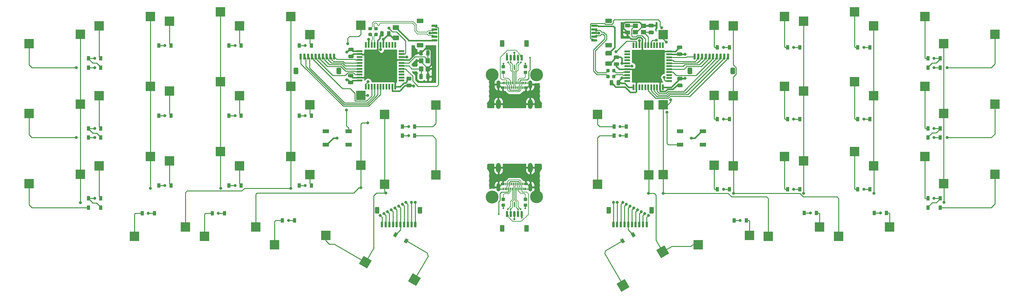
<source format=gbl>
G04 #@! TF.GenerationSoftware,KiCad,Pcbnew,(5.1.4)-1*
G04 #@! TF.CreationDate,2021-09-15T18:24:51-07:00*
G04 #@! TF.ProjectId,Panel,50616e65-6c2e-46b6-9963-61645f706362,rev?*
G04 #@! TF.SameCoordinates,Original*
G04 #@! TF.FileFunction,Copper,L2,Bot*
G04 #@! TF.FilePolarity,Positive*
%FSLAX46Y46*%
G04 Gerber Fmt 4.6, Leading zero omitted, Abs format (unit mm)*
G04 Created by KiCad (PCBNEW (5.1.4)-1) date 2021-09-15 18:24:51*
%MOMM*%
%LPD*%
G04 APERTURE LIST*
%ADD10O,1.300000X2.600000*%
%ADD11O,1.100000X2.200000*%
%ADD12R,1.000000X0.700000*%
%ADD13R,0.300000X0.700000*%
%ADD14C,0.100000*%
%ADD15C,0.200000*%
%ADD16C,0.400000*%
%ADD17C,0.875000*%
%ADD18C,1.200000*%
%ADD19C,0.600000*%
%ADD20C,3.500000*%
%ADD21R,2.550000X2.500000*%
%ADD22R,1.200000X1.400000*%
%ADD23C,1.250000*%
%ADD24R,1.500000X0.550000*%
%ADD25R,0.550000X1.500000*%
%ADD26R,1.800000X1.100000*%
%ADD27C,2.500000*%
%ADD28R,0.900000X1.200000*%
%ADD29C,0.900000*%
%ADD30C,0.975000*%
%ADD31R,1.400000X1.200000*%
%ADD32C,0.450000*%
%ADD33C,0.500000*%
%ADD34C,0.800000*%
%ADD35C,0.254000*%
%ADD36C,0.381000*%
%ADD37C,0.203200*%
%ADD38C,0.140000*%
%ADD39C,0.200000*%
G04 APERTURE END LIST*
D10*
X153945886Y-103445789D03*
X145305886Y-103445789D03*
D11*
X153945886Y-108805789D03*
X145305886Y-108805789D03*
D12*
X146525886Y-107915789D03*
D13*
X147375886Y-107915789D03*
X147875886Y-107915789D03*
X148375886Y-107915789D03*
X148875886Y-107915789D03*
X149375886Y-107915789D03*
X149875886Y-107915789D03*
X150375886Y-107915789D03*
X150875886Y-107915789D03*
X151375886Y-107915789D03*
X151875886Y-107915789D03*
D12*
X152725886Y-107915789D03*
D13*
X152625886Y-109215789D03*
X152125886Y-109215789D03*
X151625886Y-109215789D03*
X151125886Y-109215789D03*
X150625886Y-109215789D03*
X150125886Y-109215789D03*
X149125886Y-109215789D03*
X148625886Y-109215789D03*
X148125886Y-109215789D03*
X147625886Y-109215789D03*
X147125886Y-109215789D03*
X146625886Y-109215789D03*
D14*
G36*
X148680787Y-113581030D02*
G01*
X148685641Y-113581750D01*
X148690400Y-113582942D01*
X148695020Y-113584595D01*
X148699456Y-113586693D01*
X148703665Y-113589216D01*
X148707606Y-113592138D01*
X148711241Y-113595434D01*
X148714537Y-113599069D01*
X148717459Y-113603010D01*
X148719982Y-113607219D01*
X148722080Y-113611655D01*
X148723733Y-113616275D01*
X148724925Y-113621034D01*
X148725645Y-113625888D01*
X148725886Y-113630789D01*
X148725886Y-114095789D01*
X148725645Y-114100690D01*
X148724925Y-114105544D01*
X148723733Y-114110303D01*
X148722080Y-114114923D01*
X148719982Y-114119359D01*
X148717459Y-114123568D01*
X148714537Y-114127509D01*
X148711241Y-114131144D01*
X148707606Y-114134440D01*
X148703665Y-114137362D01*
X148699456Y-114139885D01*
X148695020Y-114141983D01*
X148690400Y-114143636D01*
X148685641Y-114144828D01*
X148680787Y-114145548D01*
X148675886Y-114145789D01*
X148575886Y-114145789D01*
X148570985Y-114145548D01*
X148566131Y-114144828D01*
X148561372Y-114143636D01*
X148556752Y-114141983D01*
X148552316Y-114139885D01*
X148548107Y-114137362D01*
X148544166Y-114134440D01*
X148540531Y-114131144D01*
X148537235Y-114127509D01*
X148534313Y-114123568D01*
X148531790Y-114119359D01*
X148529692Y-114114923D01*
X148528039Y-114110303D01*
X148526847Y-114105544D01*
X148526127Y-114100690D01*
X148525886Y-114095789D01*
X148525886Y-113630789D01*
X148526127Y-113625888D01*
X148526847Y-113621034D01*
X148528039Y-113616275D01*
X148529692Y-113611655D01*
X148531790Y-113607219D01*
X148534313Y-113603010D01*
X148537235Y-113599069D01*
X148540531Y-113595434D01*
X148544166Y-113592138D01*
X148548107Y-113589216D01*
X148552316Y-113586693D01*
X148556752Y-113584595D01*
X148561372Y-113582942D01*
X148566131Y-113581750D01*
X148570985Y-113581030D01*
X148575886Y-113580789D01*
X148675886Y-113580789D01*
X148680787Y-113581030D01*
X148680787Y-113581030D01*
G37*
D15*
X148625886Y-113863289D03*
D14*
G36*
X149180787Y-113581030D02*
G01*
X149185641Y-113581750D01*
X149190400Y-113582942D01*
X149195020Y-113584595D01*
X149199456Y-113586693D01*
X149203665Y-113589216D01*
X149207606Y-113592138D01*
X149211241Y-113595434D01*
X149214537Y-113599069D01*
X149217459Y-113603010D01*
X149219982Y-113607219D01*
X149222080Y-113611655D01*
X149223733Y-113616275D01*
X149224925Y-113621034D01*
X149225645Y-113625888D01*
X149225886Y-113630789D01*
X149225886Y-114095789D01*
X149225645Y-114100690D01*
X149224925Y-114105544D01*
X149223733Y-114110303D01*
X149222080Y-114114923D01*
X149219982Y-114119359D01*
X149217459Y-114123568D01*
X149214537Y-114127509D01*
X149211241Y-114131144D01*
X149207606Y-114134440D01*
X149203665Y-114137362D01*
X149199456Y-114139885D01*
X149195020Y-114141983D01*
X149190400Y-114143636D01*
X149185641Y-114144828D01*
X149180787Y-114145548D01*
X149175886Y-114145789D01*
X149075886Y-114145789D01*
X149070985Y-114145548D01*
X149066131Y-114144828D01*
X149061372Y-114143636D01*
X149056752Y-114141983D01*
X149052316Y-114139885D01*
X149048107Y-114137362D01*
X149044166Y-114134440D01*
X149040531Y-114131144D01*
X149037235Y-114127509D01*
X149034313Y-114123568D01*
X149031790Y-114119359D01*
X149029692Y-114114923D01*
X149028039Y-114110303D01*
X149026847Y-114105544D01*
X149026127Y-114100690D01*
X149025886Y-114095789D01*
X149025886Y-113630789D01*
X149026127Y-113625888D01*
X149026847Y-113621034D01*
X149028039Y-113616275D01*
X149029692Y-113611655D01*
X149031790Y-113607219D01*
X149034313Y-113603010D01*
X149037235Y-113599069D01*
X149040531Y-113595434D01*
X149044166Y-113592138D01*
X149048107Y-113589216D01*
X149052316Y-113586693D01*
X149056752Y-113584595D01*
X149061372Y-113582942D01*
X149066131Y-113581750D01*
X149070985Y-113581030D01*
X149075886Y-113580789D01*
X149175886Y-113580789D01*
X149180787Y-113581030D01*
X149180787Y-113581030D01*
G37*
D15*
X149125886Y-113863289D03*
D14*
G36*
X149735688Y-113581271D02*
G01*
X149745395Y-113582710D01*
X149754914Y-113585095D01*
X149764154Y-113588401D01*
X149773026Y-113592597D01*
X149781443Y-113597642D01*
X149789325Y-113603488D01*
X149796597Y-113610078D01*
X149803187Y-113617350D01*
X149809033Y-113625232D01*
X149814078Y-113633649D01*
X149818274Y-113642521D01*
X149821580Y-113651761D01*
X149823965Y-113661280D01*
X149825404Y-113670987D01*
X149825886Y-113680789D01*
X149825886Y-114045789D01*
X149825404Y-114055591D01*
X149823965Y-114065298D01*
X149821580Y-114074817D01*
X149818274Y-114084057D01*
X149814078Y-114092929D01*
X149809033Y-114101346D01*
X149803187Y-114109228D01*
X149796597Y-114116500D01*
X149789325Y-114123090D01*
X149781443Y-114128936D01*
X149773026Y-114133981D01*
X149764154Y-114138177D01*
X149754914Y-114141483D01*
X149745395Y-114143868D01*
X149735688Y-114145307D01*
X149725886Y-114145789D01*
X149525886Y-114145789D01*
X149516084Y-114145307D01*
X149506377Y-114143868D01*
X149496858Y-114141483D01*
X149487618Y-114138177D01*
X149478746Y-114133981D01*
X149470329Y-114128936D01*
X149462447Y-114123090D01*
X149455175Y-114116500D01*
X149448585Y-114109228D01*
X149442739Y-114101346D01*
X149437694Y-114092929D01*
X149433498Y-114084057D01*
X149430192Y-114074817D01*
X149427807Y-114065298D01*
X149426368Y-114055591D01*
X149425886Y-114045789D01*
X149425886Y-113680789D01*
X149426368Y-113670987D01*
X149427807Y-113661280D01*
X149430192Y-113651761D01*
X149433498Y-113642521D01*
X149437694Y-113633649D01*
X149442739Y-113625232D01*
X149448585Y-113617350D01*
X149455175Y-113610078D01*
X149462447Y-113603488D01*
X149470329Y-113597642D01*
X149478746Y-113592597D01*
X149487618Y-113588401D01*
X149496858Y-113585095D01*
X149506377Y-113582710D01*
X149516084Y-113581271D01*
X149525886Y-113580789D01*
X149725886Y-113580789D01*
X149735688Y-113581271D01*
X149735688Y-113581271D01*
G37*
D16*
X149625886Y-113863289D03*
D14*
G36*
X150180787Y-113581030D02*
G01*
X150185641Y-113581750D01*
X150190400Y-113582942D01*
X150195020Y-113584595D01*
X150199456Y-113586693D01*
X150203665Y-113589216D01*
X150207606Y-113592138D01*
X150211241Y-113595434D01*
X150214537Y-113599069D01*
X150217459Y-113603010D01*
X150219982Y-113607219D01*
X150222080Y-113611655D01*
X150223733Y-113616275D01*
X150224925Y-113621034D01*
X150225645Y-113625888D01*
X150225886Y-113630789D01*
X150225886Y-114095789D01*
X150225645Y-114100690D01*
X150224925Y-114105544D01*
X150223733Y-114110303D01*
X150222080Y-114114923D01*
X150219982Y-114119359D01*
X150217459Y-114123568D01*
X150214537Y-114127509D01*
X150211241Y-114131144D01*
X150207606Y-114134440D01*
X150203665Y-114137362D01*
X150199456Y-114139885D01*
X150195020Y-114141983D01*
X150190400Y-114143636D01*
X150185641Y-114144828D01*
X150180787Y-114145548D01*
X150175886Y-114145789D01*
X150075886Y-114145789D01*
X150070985Y-114145548D01*
X150066131Y-114144828D01*
X150061372Y-114143636D01*
X150056752Y-114141983D01*
X150052316Y-114139885D01*
X150048107Y-114137362D01*
X150044166Y-114134440D01*
X150040531Y-114131144D01*
X150037235Y-114127509D01*
X150034313Y-114123568D01*
X150031790Y-114119359D01*
X150029692Y-114114923D01*
X150028039Y-114110303D01*
X150026847Y-114105544D01*
X150026127Y-114100690D01*
X150025886Y-114095789D01*
X150025886Y-113630789D01*
X150026127Y-113625888D01*
X150026847Y-113621034D01*
X150028039Y-113616275D01*
X150029692Y-113611655D01*
X150031790Y-113607219D01*
X150034313Y-113603010D01*
X150037235Y-113599069D01*
X150040531Y-113595434D01*
X150044166Y-113592138D01*
X150048107Y-113589216D01*
X150052316Y-113586693D01*
X150056752Y-113584595D01*
X150061372Y-113582942D01*
X150066131Y-113581750D01*
X150070985Y-113581030D01*
X150075886Y-113580789D01*
X150175886Y-113580789D01*
X150180787Y-113581030D01*
X150180787Y-113581030D01*
G37*
D15*
X150125886Y-113863289D03*
D14*
G36*
X150680787Y-113581030D02*
G01*
X150685641Y-113581750D01*
X150690400Y-113582942D01*
X150695020Y-113584595D01*
X150699456Y-113586693D01*
X150703665Y-113589216D01*
X150707606Y-113592138D01*
X150711241Y-113595434D01*
X150714537Y-113599069D01*
X150717459Y-113603010D01*
X150719982Y-113607219D01*
X150722080Y-113611655D01*
X150723733Y-113616275D01*
X150724925Y-113621034D01*
X150725645Y-113625888D01*
X150725886Y-113630789D01*
X150725886Y-114095789D01*
X150725645Y-114100690D01*
X150724925Y-114105544D01*
X150723733Y-114110303D01*
X150722080Y-114114923D01*
X150719982Y-114119359D01*
X150717459Y-114123568D01*
X150714537Y-114127509D01*
X150711241Y-114131144D01*
X150707606Y-114134440D01*
X150703665Y-114137362D01*
X150699456Y-114139885D01*
X150695020Y-114141983D01*
X150690400Y-114143636D01*
X150685641Y-114144828D01*
X150680787Y-114145548D01*
X150675886Y-114145789D01*
X150575886Y-114145789D01*
X150570985Y-114145548D01*
X150566131Y-114144828D01*
X150561372Y-114143636D01*
X150556752Y-114141983D01*
X150552316Y-114139885D01*
X150548107Y-114137362D01*
X150544166Y-114134440D01*
X150540531Y-114131144D01*
X150537235Y-114127509D01*
X150534313Y-114123568D01*
X150531790Y-114119359D01*
X150529692Y-114114923D01*
X150528039Y-114110303D01*
X150526847Y-114105544D01*
X150526127Y-114100690D01*
X150525886Y-114095789D01*
X150525886Y-113630789D01*
X150526127Y-113625888D01*
X150526847Y-113621034D01*
X150528039Y-113616275D01*
X150529692Y-113611655D01*
X150531790Y-113607219D01*
X150534313Y-113603010D01*
X150537235Y-113599069D01*
X150540531Y-113595434D01*
X150544166Y-113592138D01*
X150548107Y-113589216D01*
X150552316Y-113586693D01*
X150556752Y-113584595D01*
X150561372Y-113582942D01*
X150566131Y-113581750D01*
X150570985Y-113581030D01*
X150575886Y-113580789D01*
X150675886Y-113580789D01*
X150680787Y-113581030D01*
X150680787Y-113581030D01*
G37*
D15*
X150625886Y-113863289D03*
D14*
G36*
X150680787Y-112746030D02*
G01*
X150685641Y-112746750D01*
X150690400Y-112747942D01*
X150695020Y-112749595D01*
X150699456Y-112751693D01*
X150703665Y-112754216D01*
X150707606Y-112757138D01*
X150711241Y-112760434D01*
X150714537Y-112764069D01*
X150717459Y-112768010D01*
X150719982Y-112772219D01*
X150722080Y-112776655D01*
X150723733Y-112781275D01*
X150724925Y-112786034D01*
X150725645Y-112790888D01*
X150725886Y-112795789D01*
X150725886Y-113260789D01*
X150725645Y-113265690D01*
X150724925Y-113270544D01*
X150723733Y-113275303D01*
X150722080Y-113279923D01*
X150719982Y-113284359D01*
X150717459Y-113288568D01*
X150714537Y-113292509D01*
X150711241Y-113296144D01*
X150707606Y-113299440D01*
X150703665Y-113302362D01*
X150699456Y-113304885D01*
X150695020Y-113306983D01*
X150690400Y-113308636D01*
X150685641Y-113309828D01*
X150680787Y-113310548D01*
X150675886Y-113310789D01*
X150575886Y-113310789D01*
X150570985Y-113310548D01*
X150566131Y-113309828D01*
X150561372Y-113308636D01*
X150556752Y-113306983D01*
X150552316Y-113304885D01*
X150548107Y-113302362D01*
X150544166Y-113299440D01*
X150540531Y-113296144D01*
X150537235Y-113292509D01*
X150534313Y-113288568D01*
X150531790Y-113284359D01*
X150529692Y-113279923D01*
X150528039Y-113275303D01*
X150526847Y-113270544D01*
X150526127Y-113265690D01*
X150525886Y-113260789D01*
X150525886Y-112795789D01*
X150526127Y-112790888D01*
X150526847Y-112786034D01*
X150528039Y-112781275D01*
X150529692Y-112776655D01*
X150531790Y-112772219D01*
X150534313Y-112768010D01*
X150537235Y-112764069D01*
X150540531Y-112760434D01*
X150544166Y-112757138D01*
X150548107Y-112754216D01*
X150552316Y-112751693D01*
X150556752Y-112749595D01*
X150561372Y-112747942D01*
X150566131Y-112746750D01*
X150570985Y-112746030D01*
X150575886Y-112745789D01*
X150675886Y-112745789D01*
X150680787Y-112746030D01*
X150680787Y-112746030D01*
G37*
D15*
X150625886Y-113028289D03*
D14*
G36*
X150180787Y-112746030D02*
G01*
X150185641Y-112746750D01*
X150190400Y-112747942D01*
X150195020Y-112749595D01*
X150199456Y-112751693D01*
X150203665Y-112754216D01*
X150207606Y-112757138D01*
X150211241Y-112760434D01*
X150214537Y-112764069D01*
X150217459Y-112768010D01*
X150219982Y-112772219D01*
X150222080Y-112776655D01*
X150223733Y-112781275D01*
X150224925Y-112786034D01*
X150225645Y-112790888D01*
X150225886Y-112795789D01*
X150225886Y-113260789D01*
X150225645Y-113265690D01*
X150224925Y-113270544D01*
X150223733Y-113275303D01*
X150222080Y-113279923D01*
X150219982Y-113284359D01*
X150217459Y-113288568D01*
X150214537Y-113292509D01*
X150211241Y-113296144D01*
X150207606Y-113299440D01*
X150203665Y-113302362D01*
X150199456Y-113304885D01*
X150195020Y-113306983D01*
X150190400Y-113308636D01*
X150185641Y-113309828D01*
X150180787Y-113310548D01*
X150175886Y-113310789D01*
X150075886Y-113310789D01*
X150070985Y-113310548D01*
X150066131Y-113309828D01*
X150061372Y-113308636D01*
X150056752Y-113306983D01*
X150052316Y-113304885D01*
X150048107Y-113302362D01*
X150044166Y-113299440D01*
X150040531Y-113296144D01*
X150037235Y-113292509D01*
X150034313Y-113288568D01*
X150031790Y-113284359D01*
X150029692Y-113279923D01*
X150028039Y-113275303D01*
X150026847Y-113270544D01*
X150026127Y-113265690D01*
X150025886Y-113260789D01*
X150025886Y-112795789D01*
X150026127Y-112790888D01*
X150026847Y-112786034D01*
X150028039Y-112781275D01*
X150029692Y-112776655D01*
X150031790Y-112772219D01*
X150034313Y-112768010D01*
X150037235Y-112764069D01*
X150040531Y-112760434D01*
X150044166Y-112757138D01*
X150048107Y-112754216D01*
X150052316Y-112751693D01*
X150056752Y-112749595D01*
X150061372Y-112747942D01*
X150066131Y-112746750D01*
X150070985Y-112746030D01*
X150075886Y-112745789D01*
X150175886Y-112745789D01*
X150180787Y-112746030D01*
X150180787Y-112746030D01*
G37*
D15*
X150125886Y-113028289D03*
D14*
G36*
X149735688Y-112746271D02*
G01*
X149745395Y-112747710D01*
X149754914Y-112750095D01*
X149764154Y-112753401D01*
X149773026Y-112757597D01*
X149781443Y-112762642D01*
X149789325Y-112768488D01*
X149796597Y-112775078D01*
X149803187Y-112782350D01*
X149809033Y-112790232D01*
X149814078Y-112798649D01*
X149818274Y-112807521D01*
X149821580Y-112816761D01*
X149823965Y-112826280D01*
X149825404Y-112835987D01*
X149825886Y-112845789D01*
X149825886Y-113210789D01*
X149825404Y-113220591D01*
X149823965Y-113230298D01*
X149821580Y-113239817D01*
X149818274Y-113249057D01*
X149814078Y-113257929D01*
X149809033Y-113266346D01*
X149803187Y-113274228D01*
X149796597Y-113281500D01*
X149789325Y-113288090D01*
X149781443Y-113293936D01*
X149773026Y-113298981D01*
X149764154Y-113303177D01*
X149754914Y-113306483D01*
X149745395Y-113308868D01*
X149735688Y-113310307D01*
X149725886Y-113310789D01*
X149525886Y-113310789D01*
X149516084Y-113310307D01*
X149506377Y-113308868D01*
X149496858Y-113306483D01*
X149487618Y-113303177D01*
X149478746Y-113298981D01*
X149470329Y-113293936D01*
X149462447Y-113288090D01*
X149455175Y-113281500D01*
X149448585Y-113274228D01*
X149442739Y-113266346D01*
X149437694Y-113257929D01*
X149433498Y-113249057D01*
X149430192Y-113239817D01*
X149427807Y-113230298D01*
X149426368Y-113220591D01*
X149425886Y-113210789D01*
X149425886Y-112845789D01*
X149426368Y-112835987D01*
X149427807Y-112826280D01*
X149430192Y-112816761D01*
X149433498Y-112807521D01*
X149437694Y-112798649D01*
X149442739Y-112790232D01*
X149448585Y-112782350D01*
X149455175Y-112775078D01*
X149462447Y-112768488D01*
X149470329Y-112762642D01*
X149478746Y-112757597D01*
X149487618Y-112753401D01*
X149496858Y-112750095D01*
X149506377Y-112747710D01*
X149516084Y-112746271D01*
X149525886Y-112745789D01*
X149725886Y-112745789D01*
X149735688Y-112746271D01*
X149735688Y-112746271D01*
G37*
D16*
X149625886Y-113028289D03*
D14*
G36*
X149180787Y-112746030D02*
G01*
X149185641Y-112746750D01*
X149190400Y-112747942D01*
X149195020Y-112749595D01*
X149199456Y-112751693D01*
X149203665Y-112754216D01*
X149207606Y-112757138D01*
X149211241Y-112760434D01*
X149214537Y-112764069D01*
X149217459Y-112768010D01*
X149219982Y-112772219D01*
X149222080Y-112776655D01*
X149223733Y-112781275D01*
X149224925Y-112786034D01*
X149225645Y-112790888D01*
X149225886Y-112795789D01*
X149225886Y-113260789D01*
X149225645Y-113265690D01*
X149224925Y-113270544D01*
X149223733Y-113275303D01*
X149222080Y-113279923D01*
X149219982Y-113284359D01*
X149217459Y-113288568D01*
X149214537Y-113292509D01*
X149211241Y-113296144D01*
X149207606Y-113299440D01*
X149203665Y-113302362D01*
X149199456Y-113304885D01*
X149195020Y-113306983D01*
X149190400Y-113308636D01*
X149185641Y-113309828D01*
X149180787Y-113310548D01*
X149175886Y-113310789D01*
X149075886Y-113310789D01*
X149070985Y-113310548D01*
X149066131Y-113309828D01*
X149061372Y-113308636D01*
X149056752Y-113306983D01*
X149052316Y-113304885D01*
X149048107Y-113302362D01*
X149044166Y-113299440D01*
X149040531Y-113296144D01*
X149037235Y-113292509D01*
X149034313Y-113288568D01*
X149031790Y-113284359D01*
X149029692Y-113279923D01*
X149028039Y-113275303D01*
X149026847Y-113270544D01*
X149026127Y-113265690D01*
X149025886Y-113260789D01*
X149025886Y-112795789D01*
X149026127Y-112790888D01*
X149026847Y-112786034D01*
X149028039Y-112781275D01*
X149029692Y-112776655D01*
X149031790Y-112772219D01*
X149034313Y-112768010D01*
X149037235Y-112764069D01*
X149040531Y-112760434D01*
X149044166Y-112757138D01*
X149048107Y-112754216D01*
X149052316Y-112751693D01*
X149056752Y-112749595D01*
X149061372Y-112747942D01*
X149066131Y-112746750D01*
X149070985Y-112746030D01*
X149075886Y-112745789D01*
X149175886Y-112745789D01*
X149180787Y-112746030D01*
X149180787Y-112746030D01*
G37*
D15*
X149125886Y-113028289D03*
D14*
G36*
X148680787Y-112746030D02*
G01*
X148685641Y-112746750D01*
X148690400Y-112747942D01*
X148695020Y-112749595D01*
X148699456Y-112751693D01*
X148703665Y-112754216D01*
X148707606Y-112757138D01*
X148711241Y-112760434D01*
X148714537Y-112764069D01*
X148717459Y-112768010D01*
X148719982Y-112772219D01*
X148722080Y-112776655D01*
X148723733Y-112781275D01*
X148724925Y-112786034D01*
X148725645Y-112790888D01*
X148725886Y-112795789D01*
X148725886Y-113260789D01*
X148725645Y-113265690D01*
X148724925Y-113270544D01*
X148723733Y-113275303D01*
X148722080Y-113279923D01*
X148719982Y-113284359D01*
X148717459Y-113288568D01*
X148714537Y-113292509D01*
X148711241Y-113296144D01*
X148707606Y-113299440D01*
X148703665Y-113302362D01*
X148699456Y-113304885D01*
X148695020Y-113306983D01*
X148690400Y-113308636D01*
X148685641Y-113309828D01*
X148680787Y-113310548D01*
X148675886Y-113310789D01*
X148575886Y-113310789D01*
X148570985Y-113310548D01*
X148566131Y-113309828D01*
X148561372Y-113308636D01*
X148556752Y-113306983D01*
X148552316Y-113304885D01*
X148548107Y-113302362D01*
X148544166Y-113299440D01*
X148540531Y-113296144D01*
X148537235Y-113292509D01*
X148534313Y-113288568D01*
X148531790Y-113284359D01*
X148529692Y-113279923D01*
X148528039Y-113275303D01*
X148526847Y-113270544D01*
X148526127Y-113265690D01*
X148525886Y-113260789D01*
X148525886Y-112795789D01*
X148526127Y-112790888D01*
X148526847Y-112786034D01*
X148528039Y-112781275D01*
X148529692Y-112776655D01*
X148531790Y-112772219D01*
X148534313Y-112768010D01*
X148537235Y-112764069D01*
X148540531Y-112760434D01*
X148544166Y-112757138D01*
X148548107Y-112754216D01*
X148552316Y-112751693D01*
X148556752Y-112749595D01*
X148561372Y-112747942D01*
X148566131Y-112746750D01*
X148570985Y-112746030D01*
X148575886Y-112745789D01*
X148675886Y-112745789D01*
X148680787Y-112746030D01*
X148680787Y-112746030D01*
G37*
D15*
X148625886Y-113028289D03*
D14*
G36*
X146903577Y-113196842D02*
G01*
X146924812Y-113199992D01*
X146945636Y-113205208D01*
X146965848Y-113212440D01*
X146985254Y-113221619D01*
X147003667Y-113232655D01*
X147020910Y-113245443D01*
X147036816Y-113259859D01*
X147051232Y-113275765D01*
X147064020Y-113293008D01*
X147075056Y-113311421D01*
X147084235Y-113330827D01*
X147091467Y-113351039D01*
X147096683Y-113371863D01*
X147099833Y-113393098D01*
X147100886Y-113414539D01*
X147100886Y-113852039D01*
X147099833Y-113873480D01*
X147096683Y-113894715D01*
X147091467Y-113915539D01*
X147084235Y-113935751D01*
X147075056Y-113955157D01*
X147064020Y-113973570D01*
X147051232Y-113990813D01*
X147036816Y-114006719D01*
X147020910Y-114021135D01*
X147003667Y-114033923D01*
X146985254Y-114044959D01*
X146965848Y-114054138D01*
X146945636Y-114061370D01*
X146924812Y-114066586D01*
X146903577Y-114069736D01*
X146882136Y-114070789D01*
X146369636Y-114070789D01*
X146348195Y-114069736D01*
X146326960Y-114066586D01*
X146306136Y-114061370D01*
X146285924Y-114054138D01*
X146266518Y-114044959D01*
X146248105Y-114033923D01*
X146230862Y-114021135D01*
X146214956Y-114006719D01*
X146200540Y-113990813D01*
X146187752Y-113973570D01*
X146176716Y-113955157D01*
X146167537Y-113935751D01*
X146160305Y-113915539D01*
X146155089Y-113894715D01*
X146151939Y-113873480D01*
X146150886Y-113852039D01*
X146150886Y-113414539D01*
X146151939Y-113393098D01*
X146155089Y-113371863D01*
X146160305Y-113351039D01*
X146167537Y-113330827D01*
X146176716Y-113311421D01*
X146187752Y-113293008D01*
X146200540Y-113275765D01*
X146214956Y-113259859D01*
X146230862Y-113245443D01*
X146248105Y-113232655D01*
X146266518Y-113221619D01*
X146285924Y-113212440D01*
X146306136Y-113205208D01*
X146326960Y-113199992D01*
X146348195Y-113196842D01*
X146369636Y-113195789D01*
X146882136Y-113195789D01*
X146903577Y-113196842D01*
X146903577Y-113196842D01*
G37*
D17*
X146625886Y-113633289D03*
D14*
G36*
X146903577Y-111621842D02*
G01*
X146924812Y-111624992D01*
X146945636Y-111630208D01*
X146965848Y-111637440D01*
X146985254Y-111646619D01*
X147003667Y-111657655D01*
X147020910Y-111670443D01*
X147036816Y-111684859D01*
X147051232Y-111700765D01*
X147064020Y-111718008D01*
X147075056Y-111736421D01*
X147084235Y-111755827D01*
X147091467Y-111776039D01*
X147096683Y-111796863D01*
X147099833Y-111818098D01*
X147100886Y-111839539D01*
X147100886Y-112277039D01*
X147099833Y-112298480D01*
X147096683Y-112319715D01*
X147091467Y-112340539D01*
X147084235Y-112360751D01*
X147075056Y-112380157D01*
X147064020Y-112398570D01*
X147051232Y-112415813D01*
X147036816Y-112431719D01*
X147020910Y-112446135D01*
X147003667Y-112458923D01*
X146985254Y-112469959D01*
X146965848Y-112479138D01*
X146945636Y-112486370D01*
X146924812Y-112491586D01*
X146903577Y-112494736D01*
X146882136Y-112495789D01*
X146369636Y-112495789D01*
X146348195Y-112494736D01*
X146326960Y-112491586D01*
X146306136Y-112486370D01*
X146285924Y-112479138D01*
X146266518Y-112469959D01*
X146248105Y-112458923D01*
X146230862Y-112446135D01*
X146214956Y-112431719D01*
X146200540Y-112415813D01*
X146187752Y-112398570D01*
X146176716Y-112380157D01*
X146167537Y-112360751D01*
X146160305Y-112340539D01*
X146155089Y-112319715D01*
X146151939Y-112298480D01*
X146150886Y-112277039D01*
X146150886Y-111839539D01*
X146151939Y-111818098D01*
X146155089Y-111796863D01*
X146160305Y-111776039D01*
X146167537Y-111755827D01*
X146176716Y-111736421D01*
X146187752Y-111718008D01*
X146200540Y-111700765D01*
X146214956Y-111684859D01*
X146230862Y-111670443D01*
X146248105Y-111657655D01*
X146266518Y-111646619D01*
X146285924Y-111637440D01*
X146306136Y-111630208D01*
X146326960Y-111624992D01*
X146348195Y-111621842D01*
X146369636Y-111620789D01*
X146882136Y-111620789D01*
X146903577Y-111621842D01*
X146903577Y-111621842D01*
G37*
D17*
X146625886Y-112058289D03*
D14*
G36*
X152903577Y-111621842D02*
G01*
X152924812Y-111624992D01*
X152945636Y-111630208D01*
X152965848Y-111637440D01*
X152985254Y-111646619D01*
X153003667Y-111657655D01*
X153020910Y-111670443D01*
X153036816Y-111684859D01*
X153051232Y-111700765D01*
X153064020Y-111718008D01*
X153075056Y-111736421D01*
X153084235Y-111755827D01*
X153091467Y-111776039D01*
X153096683Y-111796863D01*
X153099833Y-111818098D01*
X153100886Y-111839539D01*
X153100886Y-112277039D01*
X153099833Y-112298480D01*
X153096683Y-112319715D01*
X153091467Y-112340539D01*
X153084235Y-112360751D01*
X153075056Y-112380157D01*
X153064020Y-112398570D01*
X153051232Y-112415813D01*
X153036816Y-112431719D01*
X153020910Y-112446135D01*
X153003667Y-112458923D01*
X152985254Y-112469959D01*
X152965848Y-112479138D01*
X152945636Y-112486370D01*
X152924812Y-112491586D01*
X152903577Y-112494736D01*
X152882136Y-112495789D01*
X152369636Y-112495789D01*
X152348195Y-112494736D01*
X152326960Y-112491586D01*
X152306136Y-112486370D01*
X152285924Y-112479138D01*
X152266518Y-112469959D01*
X152248105Y-112458923D01*
X152230862Y-112446135D01*
X152214956Y-112431719D01*
X152200540Y-112415813D01*
X152187752Y-112398570D01*
X152176716Y-112380157D01*
X152167537Y-112360751D01*
X152160305Y-112340539D01*
X152155089Y-112319715D01*
X152151939Y-112298480D01*
X152150886Y-112277039D01*
X152150886Y-111839539D01*
X152151939Y-111818098D01*
X152155089Y-111796863D01*
X152160305Y-111776039D01*
X152167537Y-111755827D01*
X152176716Y-111736421D01*
X152187752Y-111718008D01*
X152200540Y-111700765D01*
X152214956Y-111684859D01*
X152230862Y-111670443D01*
X152248105Y-111657655D01*
X152266518Y-111646619D01*
X152285924Y-111637440D01*
X152306136Y-111630208D01*
X152326960Y-111624992D01*
X152348195Y-111621842D01*
X152369636Y-111620789D01*
X152882136Y-111620789D01*
X152903577Y-111621842D01*
X152903577Y-111621842D01*
G37*
D17*
X152625886Y-112058289D03*
D14*
G36*
X152903577Y-113196842D02*
G01*
X152924812Y-113199992D01*
X152945636Y-113205208D01*
X152965848Y-113212440D01*
X152985254Y-113221619D01*
X153003667Y-113232655D01*
X153020910Y-113245443D01*
X153036816Y-113259859D01*
X153051232Y-113275765D01*
X153064020Y-113293008D01*
X153075056Y-113311421D01*
X153084235Y-113330827D01*
X153091467Y-113351039D01*
X153096683Y-113371863D01*
X153099833Y-113393098D01*
X153100886Y-113414539D01*
X153100886Y-113852039D01*
X153099833Y-113873480D01*
X153096683Y-113894715D01*
X153091467Y-113915539D01*
X153084235Y-113935751D01*
X153075056Y-113955157D01*
X153064020Y-113973570D01*
X153051232Y-113990813D01*
X153036816Y-114006719D01*
X153020910Y-114021135D01*
X153003667Y-114033923D01*
X152985254Y-114044959D01*
X152965848Y-114054138D01*
X152945636Y-114061370D01*
X152924812Y-114066586D01*
X152903577Y-114069736D01*
X152882136Y-114070789D01*
X152369636Y-114070789D01*
X152348195Y-114069736D01*
X152326960Y-114066586D01*
X152306136Y-114061370D01*
X152285924Y-114054138D01*
X152266518Y-114044959D01*
X152248105Y-114033923D01*
X152230862Y-114021135D01*
X152214956Y-114006719D01*
X152200540Y-113990813D01*
X152187752Y-113973570D01*
X152176716Y-113955157D01*
X152167537Y-113935751D01*
X152160305Y-113915539D01*
X152155089Y-113894715D01*
X152151939Y-113873480D01*
X152150886Y-113852039D01*
X152150886Y-113414539D01*
X152151939Y-113393098D01*
X152155089Y-113371863D01*
X152160305Y-113351039D01*
X152167537Y-113330827D01*
X152176716Y-113311421D01*
X152187752Y-113293008D01*
X152200540Y-113275765D01*
X152214956Y-113259859D01*
X152230862Y-113245443D01*
X152248105Y-113232655D01*
X152266518Y-113221619D01*
X152285924Y-113212440D01*
X152306136Y-113205208D01*
X152326960Y-113199992D01*
X152348195Y-113196842D01*
X152369636Y-113195789D01*
X152882136Y-113195789D01*
X152903577Y-113196842D01*
X152903577Y-113196842D01*
G37*
D17*
X152625886Y-113633289D03*
D14*
G36*
X146700391Y-119021993D02*
G01*
X146724659Y-119025593D01*
X146748458Y-119031554D01*
X146771557Y-119039819D01*
X146793736Y-119050309D01*
X146814779Y-119062921D01*
X146834485Y-119077536D01*
X146852663Y-119094012D01*
X146869139Y-119112190D01*
X146883754Y-119131896D01*
X146896366Y-119152939D01*
X146906856Y-119175118D01*
X146915121Y-119198217D01*
X146921082Y-119222016D01*
X146924682Y-119246284D01*
X146925886Y-119270788D01*
X146925886Y-120570790D01*
X146924682Y-120595294D01*
X146921082Y-120619562D01*
X146915121Y-120643361D01*
X146906856Y-120666460D01*
X146896366Y-120688639D01*
X146883754Y-120709682D01*
X146869139Y-120729388D01*
X146852663Y-120747566D01*
X146834485Y-120764042D01*
X146814779Y-120778657D01*
X146793736Y-120791269D01*
X146771557Y-120801759D01*
X146748458Y-120810024D01*
X146724659Y-120815985D01*
X146700391Y-120819585D01*
X146675887Y-120820789D01*
X145975885Y-120820789D01*
X145951381Y-120819585D01*
X145927113Y-120815985D01*
X145903314Y-120810024D01*
X145880215Y-120801759D01*
X145858036Y-120791269D01*
X145836993Y-120778657D01*
X145817287Y-120764042D01*
X145799109Y-120747566D01*
X145782633Y-120729388D01*
X145768018Y-120709682D01*
X145755406Y-120688639D01*
X145744916Y-120666460D01*
X145736651Y-120643361D01*
X145730690Y-120619562D01*
X145727090Y-120595294D01*
X145725886Y-120570790D01*
X145725886Y-119270788D01*
X145727090Y-119246284D01*
X145730690Y-119222016D01*
X145736651Y-119198217D01*
X145744916Y-119175118D01*
X145755406Y-119152939D01*
X145768018Y-119131896D01*
X145782633Y-119112190D01*
X145799109Y-119094012D01*
X145817287Y-119077536D01*
X145836993Y-119062921D01*
X145858036Y-119050309D01*
X145880215Y-119039819D01*
X145903314Y-119031554D01*
X145927113Y-119025593D01*
X145951381Y-119021993D01*
X145975885Y-119020789D01*
X146675887Y-119020789D01*
X146700391Y-119021993D01*
X146700391Y-119021993D01*
G37*
D18*
X146325886Y-119920789D03*
D14*
G36*
X153300391Y-119021993D02*
G01*
X153324659Y-119025593D01*
X153348458Y-119031554D01*
X153371557Y-119039819D01*
X153393736Y-119050309D01*
X153414779Y-119062921D01*
X153434485Y-119077536D01*
X153452663Y-119094012D01*
X153469139Y-119112190D01*
X153483754Y-119131896D01*
X153496366Y-119152939D01*
X153506856Y-119175118D01*
X153515121Y-119198217D01*
X153521082Y-119222016D01*
X153524682Y-119246284D01*
X153525886Y-119270788D01*
X153525886Y-120570790D01*
X153524682Y-120595294D01*
X153521082Y-120619562D01*
X153515121Y-120643361D01*
X153506856Y-120666460D01*
X153496366Y-120688639D01*
X153483754Y-120709682D01*
X153469139Y-120729388D01*
X153452663Y-120747566D01*
X153434485Y-120764042D01*
X153414779Y-120778657D01*
X153393736Y-120791269D01*
X153371557Y-120801759D01*
X153348458Y-120810024D01*
X153324659Y-120815985D01*
X153300391Y-120819585D01*
X153275887Y-120820789D01*
X152575885Y-120820789D01*
X152551381Y-120819585D01*
X152527113Y-120815985D01*
X152503314Y-120810024D01*
X152480215Y-120801759D01*
X152458036Y-120791269D01*
X152436993Y-120778657D01*
X152417287Y-120764042D01*
X152399109Y-120747566D01*
X152382633Y-120729388D01*
X152368018Y-120709682D01*
X152355406Y-120688639D01*
X152344916Y-120666460D01*
X152336651Y-120643361D01*
X152330690Y-120619562D01*
X152327090Y-120595294D01*
X152325886Y-120570790D01*
X152325886Y-119270788D01*
X152327090Y-119246284D01*
X152330690Y-119222016D01*
X152336651Y-119198217D01*
X152344916Y-119175118D01*
X152355406Y-119152939D01*
X152368018Y-119131896D01*
X152382633Y-119112190D01*
X152399109Y-119094012D01*
X152417287Y-119077536D01*
X152436993Y-119062921D01*
X152458036Y-119050309D01*
X152480215Y-119039819D01*
X152503314Y-119031554D01*
X152527113Y-119025593D01*
X152551381Y-119021993D01*
X152575885Y-119020789D01*
X153275887Y-119020789D01*
X153300391Y-119021993D01*
X153300391Y-119021993D01*
G37*
D18*
X152925886Y-119920789D03*
D14*
G36*
X147790589Y-115271511D02*
G01*
X147805150Y-115273671D01*
X147819429Y-115277248D01*
X147833289Y-115282207D01*
X147846596Y-115288501D01*
X147859222Y-115296069D01*
X147871045Y-115304837D01*
X147881952Y-115314723D01*
X147891838Y-115325630D01*
X147900606Y-115337453D01*
X147908174Y-115350079D01*
X147914468Y-115363386D01*
X147919427Y-115377246D01*
X147923004Y-115391525D01*
X147925164Y-115406086D01*
X147925886Y-115420789D01*
X147925886Y-116670789D01*
X147925164Y-116685492D01*
X147923004Y-116700053D01*
X147919427Y-116714332D01*
X147914468Y-116728192D01*
X147908174Y-116741499D01*
X147900606Y-116754125D01*
X147891838Y-116765948D01*
X147881952Y-116776855D01*
X147871045Y-116786741D01*
X147859222Y-116795509D01*
X147846596Y-116803077D01*
X147833289Y-116809371D01*
X147819429Y-116814330D01*
X147805150Y-116817907D01*
X147790589Y-116820067D01*
X147775886Y-116820789D01*
X147475886Y-116820789D01*
X147461183Y-116820067D01*
X147446622Y-116817907D01*
X147432343Y-116814330D01*
X147418483Y-116809371D01*
X147405176Y-116803077D01*
X147392550Y-116795509D01*
X147380727Y-116786741D01*
X147369820Y-116776855D01*
X147359934Y-116765948D01*
X147351166Y-116754125D01*
X147343598Y-116741499D01*
X147337304Y-116728192D01*
X147332345Y-116714332D01*
X147328768Y-116700053D01*
X147326608Y-116685492D01*
X147325886Y-116670789D01*
X147325886Y-115420789D01*
X147326608Y-115406086D01*
X147328768Y-115391525D01*
X147332345Y-115377246D01*
X147337304Y-115363386D01*
X147343598Y-115350079D01*
X147351166Y-115337453D01*
X147359934Y-115325630D01*
X147369820Y-115314723D01*
X147380727Y-115304837D01*
X147392550Y-115296069D01*
X147405176Y-115288501D01*
X147418483Y-115282207D01*
X147432343Y-115277248D01*
X147446622Y-115273671D01*
X147461183Y-115271511D01*
X147475886Y-115270789D01*
X147775886Y-115270789D01*
X147790589Y-115271511D01*
X147790589Y-115271511D01*
G37*
D19*
X147625886Y-116045789D03*
D14*
G36*
X148790589Y-115271511D02*
G01*
X148805150Y-115273671D01*
X148819429Y-115277248D01*
X148833289Y-115282207D01*
X148846596Y-115288501D01*
X148859222Y-115296069D01*
X148871045Y-115304837D01*
X148881952Y-115314723D01*
X148891838Y-115325630D01*
X148900606Y-115337453D01*
X148908174Y-115350079D01*
X148914468Y-115363386D01*
X148919427Y-115377246D01*
X148923004Y-115391525D01*
X148925164Y-115406086D01*
X148925886Y-115420789D01*
X148925886Y-116670789D01*
X148925164Y-116685492D01*
X148923004Y-116700053D01*
X148919427Y-116714332D01*
X148914468Y-116728192D01*
X148908174Y-116741499D01*
X148900606Y-116754125D01*
X148891838Y-116765948D01*
X148881952Y-116776855D01*
X148871045Y-116786741D01*
X148859222Y-116795509D01*
X148846596Y-116803077D01*
X148833289Y-116809371D01*
X148819429Y-116814330D01*
X148805150Y-116817907D01*
X148790589Y-116820067D01*
X148775886Y-116820789D01*
X148475886Y-116820789D01*
X148461183Y-116820067D01*
X148446622Y-116817907D01*
X148432343Y-116814330D01*
X148418483Y-116809371D01*
X148405176Y-116803077D01*
X148392550Y-116795509D01*
X148380727Y-116786741D01*
X148369820Y-116776855D01*
X148359934Y-116765948D01*
X148351166Y-116754125D01*
X148343598Y-116741499D01*
X148337304Y-116728192D01*
X148332345Y-116714332D01*
X148328768Y-116700053D01*
X148326608Y-116685492D01*
X148325886Y-116670789D01*
X148325886Y-115420789D01*
X148326608Y-115406086D01*
X148328768Y-115391525D01*
X148332345Y-115377246D01*
X148337304Y-115363386D01*
X148343598Y-115350079D01*
X148351166Y-115337453D01*
X148359934Y-115325630D01*
X148369820Y-115314723D01*
X148380727Y-115304837D01*
X148392550Y-115296069D01*
X148405176Y-115288501D01*
X148418483Y-115282207D01*
X148432343Y-115277248D01*
X148446622Y-115273671D01*
X148461183Y-115271511D01*
X148475886Y-115270789D01*
X148775886Y-115270789D01*
X148790589Y-115271511D01*
X148790589Y-115271511D01*
G37*
D19*
X148625886Y-116045789D03*
D14*
G36*
X149790589Y-115271511D02*
G01*
X149805150Y-115273671D01*
X149819429Y-115277248D01*
X149833289Y-115282207D01*
X149846596Y-115288501D01*
X149859222Y-115296069D01*
X149871045Y-115304837D01*
X149881952Y-115314723D01*
X149891838Y-115325630D01*
X149900606Y-115337453D01*
X149908174Y-115350079D01*
X149914468Y-115363386D01*
X149919427Y-115377246D01*
X149923004Y-115391525D01*
X149925164Y-115406086D01*
X149925886Y-115420789D01*
X149925886Y-116670789D01*
X149925164Y-116685492D01*
X149923004Y-116700053D01*
X149919427Y-116714332D01*
X149914468Y-116728192D01*
X149908174Y-116741499D01*
X149900606Y-116754125D01*
X149891838Y-116765948D01*
X149881952Y-116776855D01*
X149871045Y-116786741D01*
X149859222Y-116795509D01*
X149846596Y-116803077D01*
X149833289Y-116809371D01*
X149819429Y-116814330D01*
X149805150Y-116817907D01*
X149790589Y-116820067D01*
X149775886Y-116820789D01*
X149475886Y-116820789D01*
X149461183Y-116820067D01*
X149446622Y-116817907D01*
X149432343Y-116814330D01*
X149418483Y-116809371D01*
X149405176Y-116803077D01*
X149392550Y-116795509D01*
X149380727Y-116786741D01*
X149369820Y-116776855D01*
X149359934Y-116765948D01*
X149351166Y-116754125D01*
X149343598Y-116741499D01*
X149337304Y-116728192D01*
X149332345Y-116714332D01*
X149328768Y-116700053D01*
X149326608Y-116685492D01*
X149325886Y-116670789D01*
X149325886Y-115420789D01*
X149326608Y-115406086D01*
X149328768Y-115391525D01*
X149332345Y-115377246D01*
X149337304Y-115363386D01*
X149343598Y-115350079D01*
X149351166Y-115337453D01*
X149359934Y-115325630D01*
X149369820Y-115314723D01*
X149380727Y-115304837D01*
X149392550Y-115296069D01*
X149405176Y-115288501D01*
X149418483Y-115282207D01*
X149432343Y-115277248D01*
X149446622Y-115273671D01*
X149461183Y-115271511D01*
X149475886Y-115270789D01*
X149775886Y-115270789D01*
X149790589Y-115271511D01*
X149790589Y-115271511D01*
G37*
D19*
X149625886Y-116045789D03*
D14*
G36*
X150790589Y-115271511D02*
G01*
X150805150Y-115273671D01*
X150819429Y-115277248D01*
X150833289Y-115282207D01*
X150846596Y-115288501D01*
X150859222Y-115296069D01*
X150871045Y-115304837D01*
X150881952Y-115314723D01*
X150891838Y-115325630D01*
X150900606Y-115337453D01*
X150908174Y-115350079D01*
X150914468Y-115363386D01*
X150919427Y-115377246D01*
X150923004Y-115391525D01*
X150925164Y-115406086D01*
X150925886Y-115420789D01*
X150925886Y-116670789D01*
X150925164Y-116685492D01*
X150923004Y-116700053D01*
X150919427Y-116714332D01*
X150914468Y-116728192D01*
X150908174Y-116741499D01*
X150900606Y-116754125D01*
X150891838Y-116765948D01*
X150881952Y-116776855D01*
X150871045Y-116786741D01*
X150859222Y-116795509D01*
X150846596Y-116803077D01*
X150833289Y-116809371D01*
X150819429Y-116814330D01*
X150805150Y-116817907D01*
X150790589Y-116820067D01*
X150775886Y-116820789D01*
X150475886Y-116820789D01*
X150461183Y-116820067D01*
X150446622Y-116817907D01*
X150432343Y-116814330D01*
X150418483Y-116809371D01*
X150405176Y-116803077D01*
X150392550Y-116795509D01*
X150380727Y-116786741D01*
X150369820Y-116776855D01*
X150359934Y-116765948D01*
X150351166Y-116754125D01*
X150343598Y-116741499D01*
X150337304Y-116728192D01*
X150332345Y-116714332D01*
X150328768Y-116700053D01*
X150326608Y-116685492D01*
X150325886Y-116670789D01*
X150325886Y-115420789D01*
X150326608Y-115406086D01*
X150328768Y-115391525D01*
X150332345Y-115377246D01*
X150337304Y-115363386D01*
X150343598Y-115350079D01*
X150351166Y-115337453D01*
X150359934Y-115325630D01*
X150369820Y-115314723D01*
X150380727Y-115304837D01*
X150392550Y-115296069D01*
X150405176Y-115288501D01*
X150418483Y-115282207D01*
X150432343Y-115277248D01*
X150446622Y-115273671D01*
X150461183Y-115271511D01*
X150475886Y-115270789D01*
X150775886Y-115270789D01*
X150790589Y-115271511D01*
X150790589Y-115271511D01*
G37*
D19*
X150625886Y-116045789D03*
D14*
G36*
X151790589Y-115271511D02*
G01*
X151805150Y-115273671D01*
X151819429Y-115277248D01*
X151833289Y-115282207D01*
X151846596Y-115288501D01*
X151859222Y-115296069D01*
X151871045Y-115304837D01*
X151881952Y-115314723D01*
X151891838Y-115325630D01*
X151900606Y-115337453D01*
X151908174Y-115350079D01*
X151914468Y-115363386D01*
X151919427Y-115377246D01*
X151923004Y-115391525D01*
X151925164Y-115406086D01*
X151925886Y-115420789D01*
X151925886Y-116670789D01*
X151925164Y-116685492D01*
X151923004Y-116700053D01*
X151919427Y-116714332D01*
X151914468Y-116728192D01*
X151908174Y-116741499D01*
X151900606Y-116754125D01*
X151891838Y-116765948D01*
X151881952Y-116776855D01*
X151871045Y-116786741D01*
X151859222Y-116795509D01*
X151846596Y-116803077D01*
X151833289Y-116809371D01*
X151819429Y-116814330D01*
X151805150Y-116817907D01*
X151790589Y-116820067D01*
X151775886Y-116820789D01*
X151475886Y-116820789D01*
X151461183Y-116820067D01*
X151446622Y-116817907D01*
X151432343Y-116814330D01*
X151418483Y-116809371D01*
X151405176Y-116803077D01*
X151392550Y-116795509D01*
X151380727Y-116786741D01*
X151369820Y-116776855D01*
X151359934Y-116765948D01*
X151351166Y-116754125D01*
X151343598Y-116741499D01*
X151337304Y-116728192D01*
X151332345Y-116714332D01*
X151328768Y-116700053D01*
X151326608Y-116685492D01*
X151325886Y-116670789D01*
X151325886Y-115420789D01*
X151326608Y-115406086D01*
X151328768Y-115391525D01*
X151332345Y-115377246D01*
X151337304Y-115363386D01*
X151343598Y-115350079D01*
X151351166Y-115337453D01*
X151359934Y-115325630D01*
X151369820Y-115314723D01*
X151380727Y-115304837D01*
X151392550Y-115296069D01*
X151405176Y-115288501D01*
X151418483Y-115282207D01*
X151432343Y-115277248D01*
X151446622Y-115273671D01*
X151461183Y-115271511D01*
X151475886Y-115270789D01*
X151775886Y-115270789D01*
X151790589Y-115271511D01*
X151790589Y-115271511D01*
G37*
D19*
X151625886Y-116045789D03*
D20*
X143625886Y-111395789D03*
X155625886Y-111380789D03*
D14*
G36*
X150675787Y-75496030D02*
G01*
X150680641Y-75496750D01*
X150685400Y-75497942D01*
X150690020Y-75499595D01*
X150694456Y-75501693D01*
X150698665Y-75504216D01*
X150702606Y-75507138D01*
X150706241Y-75510434D01*
X150709537Y-75514069D01*
X150712459Y-75518010D01*
X150714982Y-75522219D01*
X150717080Y-75526655D01*
X150718733Y-75531275D01*
X150719925Y-75536034D01*
X150720645Y-75540888D01*
X150720886Y-75545789D01*
X150720886Y-76010789D01*
X150720645Y-76015690D01*
X150719925Y-76020544D01*
X150718733Y-76025303D01*
X150717080Y-76029923D01*
X150714982Y-76034359D01*
X150712459Y-76038568D01*
X150709537Y-76042509D01*
X150706241Y-76046144D01*
X150702606Y-76049440D01*
X150698665Y-76052362D01*
X150694456Y-76054885D01*
X150690020Y-76056983D01*
X150685400Y-76058636D01*
X150680641Y-76059828D01*
X150675787Y-76060548D01*
X150670886Y-76060789D01*
X150570886Y-76060789D01*
X150565985Y-76060548D01*
X150561131Y-76059828D01*
X150556372Y-76058636D01*
X150551752Y-76056983D01*
X150547316Y-76054885D01*
X150543107Y-76052362D01*
X150539166Y-76049440D01*
X150535531Y-76046144D01*
X150532235Y-76042509D01*
X150529313Y-76038568D01*
X150526790Y-76034359D01*
X150524692Y-76029923D01*
X150523039Y-76025303D01*
X150521847Y-76020544D01*
X150521127Y-76015690D01*
X150520886Y-76010789D01*
X150520886Y-75545789D01*
X150521127Y-75540888D01*
X150521847Y-75536034D01*
X150523039Y-75531275D01*
X150524692Y-75526655D01*
X150526790Y-75522219D01*
X150529313Y-75518010D01*
X150532235Y-75514069D01*
X150535531Y-75510434D01*
X150539166Y-75507138D01*
X150543107Y-75504216D01*
X150547316Y-75501693D01*
X150551752Y-75499595D01*
X150556372Y-75497942D01*
X150561131Y-75496750D01*
X150565985Y-75496030D01*
X150570886Y-75495789D01*
X150670886Y-75495789D01*
X150675787Y-75496030D01*
X150675787Y-75496030D01*
G37*
D15*
X150620886Y-75778289D03*
D14*
G36*
X150175787Y-75496030D02*
G01*
X150180641Y-75496750D01*
X150185400Y-75497942D01*
X150190020Y-75499595D01*
X150194456Y-75501693D01*
X150198665Y-75504216D01*
X150202606Y-75507138D01*
X150206241Y-75510434D01*
X150209537Y-75514069D01*
X150212459Y-75518010D01*
X150214982Y-75522219D01*
X150217080Y-75526655D01*
X150218733Y-75531275D01*
X150219925Y-75536034D01*
X150220645Y-75540888D01*
X150220886Y-75545789D01*
X150220886Y-76010789D01*
X150220645Y-76015690D01*
X150219925Y-76020544D01*
X150218733Y-76025303D01*
X150217080Y-76029923D01*
X150214982Y-76034359D01*
X150212459Y-76038568D01*
X150209537Y-76042509D01*
X150206241Y-76046144D01*
X150202606Y-76049440D01*
X150198665Y-76052362D01*
X150194456Y-76054885D01*
X150190020Y-76056983D01*
X150185400Y-76058636D01*
X150180641Y-76059828D01*
X150175787Y-76060548D01*
X150170886Y-76060789D01*
X150070886Y-76060789D01*
X150065985Y-76060548D01*
X150061131Y-76059828D01*
X150056372Y-76058636D01*
X150051752Y-76056983D01*
X150047316Y-76054885D01*
X150043107Y-76052362D01*
X150039166Y-76049440D01*
X150035531Y-76046144D01*
X150032235Y-76042509D01*
X150029313Y-76038568D01*
X150026790Y-76034359D01*
X150024692Y-76029923D01*
X150023039Y-76025303D01*
X150021847Y-76020544D01*
X150021127Y-76015690D01*
X150020886Y-76010789D01*
X150020886Y-75545789D01*
X150021127Y-75540888D01*
X150021847Y-75536034D01*
X150023039Y-75531275D01*
X150024692Y-75526655D01*
X150026790Y-75522219D01*
X150029313Y-75518010D01*
X150032235Y-75514069D01*
X150035531Y-75510434D01*
X150039166Y-75507138D01*
X150043107Y-75504216D01*
X150047316Y-75501693D01*
X150051752Y-75499595D01*
X150056372Y-75497942D01*
X150061131Y-75496750D01*
X150065985Y-75496030D01*
X150070886Y-75495789D01*
X150170886Y-75495789D01*
X150175787Y-75496030D01*
X150175787Y-75496030D01*
G37*
D15*
X150120886Y-75778289D03*
D14*
G36*
X149730688Y-75496271D02*
G01*
X149740395Y-75497710D01*
X149749914Y-75500095D01*
X149759154Y-75503401D01*
X149768026Y-75507597D01*
X149776443Y-75512642D01*
X149784325Y-75518488D01*
X149791597Y-75525078D01*
X149798187Y-75532350D01*
X149804033Y-75540232D01*
X149809078Y-75548649D01*
X149813274Y-75557521D01*
X149816580Y-75566761D01*
X149818965Y-75576280D01*
X149820404Y-75585987D01*
X149820886Y-75595789D01*
X149820886Y-75960789D01*
X149820404Y-75970591D01*
X149818965Y-75980298D01*
X149816580Y-75989817D01*
X149813274Y-75999057D01*
X149809078Y-76007929D01*
X149804033Y-76016346D01*
X149798187Y-76024228D01*
X149791597Y-76031500D01*
X149784325Y-76038090D01*
X149776443Y-76043936D01*
X149768026Y-76048981D01*
X149759154Y-76053177D01*
X149749914Y-76056483D01*
X149740395Y-76058868D01*
X149730688Y-76060307D01*
X149720886Y-76060789D01*
X149520886Y-76060789D01*
X149511084Y-76060307D01*
X149501377Y-76058868D01*
X149491858Y-76056483D01*
X149482618Y-76053177D01*
X149473746Y-76048981D01*
X149465329Y-76043936D01*
X149457447Y-76038090D01*
X149450175Y-76031500D01*
X149443585Y-76024228D01*
X149437739Y-76016346D01*
X149432694Y-76007929D01*
X149428498Y-75999057D01*
X149425192Y-75989817D01*
X149422807Y-75980298D01*
X149421368Y-75970591D01*
X149420886Y-75960789D01*
X149420886Y-75595789D01*
X149421368Y-75585987D01*
X149422807Y-75576280D01*
X149425192Y-75566761D01*
X149428498Y-75557521D01*
X149432694Y-75548649D01*
X149437739Y-75540232D01*
X149443585Y-75532350D01*
X149450175Y-75525078D01*
X149457447Y-75518488D01*
X149465329Y-75512642D01*
X149473746Y-75507597D01*
X149482618Y-75503401D01*
X149491858Y-75500095D01*
X149501377Y-75497710D01*
X149511084Y-75496271D01*
X149520886Y-75495789D01*
X149720886Y-75495789D01*
X149730688Y-75496271D01*
X149730688Y-75496271D01*
G37*
D16*
X149620886Y-75778289D03*
D14*
G36*
X149175787Y-75496030D02*
G01*
X149180641Y-75496750D01*
X149185400Y-75497942D01*
X149190020Y-75499595D01*
X149194456Y-75501693D01*
X149198665Y-75504216D01*
X149202606Y-75507138D01*
X149206241Y-75510434D01*
X149209537Y-75514069D01*
X149212459Y-75518010D01*
X149214982Y-75522219D01*
X149217080Y-75526655D01*
X149218733Y-75531275D01*
X149219925Y-75536034D01*
X149220645Y-75540888D01*
X149220886Y-75545789D01*
X149220886Y-76010789D01*
X149220645Y-76015690D01*
X149219925Y-76020544D01*
X149218733Y-76025303D01*
X149217080Y-76029923D01*
X149214982Y-76034359D01*
X149212459Y-76038568D01*
X149209537Y-76042509D01*
X149206241Y-76046144D01*
X149202606Y-76049440D01*
X149198665Y-76052362D01*
X149194456Y-76054885D01*
X149190020Y-76056983D01*
X149185400Y-76058636D01*
X149180641Y-76059828D01*
X149175787Y-76060548D01*
X149170886Y-76060789D01*
X149070886Y-76060789D01*
X149065985Y-76060548D01*
X149061131Y-76059828D01*
X149056372Y-76058636D01*
X149051752Y-76056983D01*
X149047316Y-76054885D01*
X149043107Y-76052362D01*
X149039166Y-76049440D01*
X149035531Y-76046144D01*
X149032235Y-76042509D01*
X149029313Y-76038568D01*
X149026790Y-76034359D01*
X149024692Y-76029923D01*
X149023039Y-76025303D01*
X149021847Y-76020544D01*
X149021127Y-76015690D01*
X149020886Y-76010789D01*
X149020886Y-75545789D01*
X149021127Y-75540888D01*
X149021847Y-75536034D01*
X149023039Y-75531275D01*
X149024692Y-75526655D01*
X149026790Y-75522219D01*
X149029313Y-75518010D01*
X149032235Y-75514069D01*
X149035531Y-75510434D01*
X149039166Y-75507138D01*
X149043107Y-75504216D01*
X149047316Y-75501693D01*
X149051752Y-75499595D01*
X149056372Y-75497942D01*
X149061131Y-75496750D01*
X149065985Y-75496030D01*
X149070886Y-75495789D01*
X149170886Y-75495789D01*
X149175787Y-75496030D01*
X149175787Y-75496030D01*
G37*
D15*
X149120886Y-75778289D03*
D14*
G36*
X148675787Y-75496030D02*
G01*
X148680641Y-75496750D01*
X148685400Y-75497942D01*
X148690020Y-75499595D01*
X148694456Y-75501693D01*
X148698665Y-75504216D01*
X148702606Y-75507138D01*
X148706241Y-75510434D01*
X148709537Y-75514069D01*
X148712459Y-75518010D01*
X148714982Y-75522219D01*
X148717080Y-75526655D01*
X148718733Y-75531275D01*
X148719925Y-75536034D01*
X148720645Y-75540888D01*
X148720886Y-75545789D01*
X148720886Y-76010789D01*
X148720645Y-76015690D01*
X148719925Y-76020544D01*
X148718733Y-76025303D01*
X148717080Y-76029923D01*
X148714982Y-76034359D01*
X148712459Y-76038568D01*
X148709537Y-76042509D01*
X148706241Y-76046144D01*
X148702606Y-76049440D01*
X148698665Y-76052362D01*
X148694456Y-76054885D01*
X148690020Y-76056983D01*
X148685400Y-76058636D01*
X148680641Y-76059828D01*
X148675787Y-76060548D01*
X148670886Y-76060789D01*
X148570886Y-76060789D01*
X148565985Y-76060548D01*
X148561131Y-76059828D01*
X148556372Y-76058636D01*
X148551752Y-76056983D01*
X148547316Y-76054885D01*
X148543107Y-76052362D01*
X148539166Y-76049440D01*
X148535531Y-76046144D01*
X148532235Y-76042509D01*
X148529313Y-76038568D01*
X148526790Y-76034359D01*
X148524692Y-76029923D01*
X148523039Y-76025303D01*
X148521847Y-76020544D01*
X148521127Y-76015690D01*
X148520886Y-76010789D01*
X148520886Y-75545789D01*
X148521127Y-75540888D01*
X148521847Y-75536034D01*
X148523039Y-75531275D01*
X148524692Y-75526655D01*
X148526790Y-75522219D01*
X148529313Y-75518010D01*
X148532235Y-75514069D01*
X148535531Y-75510434D01*
X148539166Y-75507138D01*
X148543107Y-75504216D01*
X148547316Y-75501693D01*
X148551752Y-75499595D01*
X148556372Y-75497942D01*
X148561131Y-75496750D01*
X148565985Y-75496030D01*
X148570886Y-75495789D01*
X148670886Y-75495789D01*
X148675787Y-75496030D01*
X148675787Y-75496030D01*
G37*
D15*
X148620886Y-75778289D03*
D14*
G36*
X148675787Y-76331030D02*
G01*
X148680641Y-76331750D01*
X148685400Y-76332942D01*
X148690020Y-76334595D01*
X148694456Y-76336693D01*
X148698665Y-76339216D01*
X148702606Y-76342138D01*
X148706241Y-76345434D01*
X148709537Y-76349069D01*
X148712459Y-76353010D01*
X148714982Y-76357219D01*
X148717080Y-76361655D01*
X148718733Y-76366275D01*
X148719925Y-76371034D01*
X148720645Y-76375888D01*
X148720886Y-76380789D01*
X148720886Y-76845789D01*
X148720645Y-76850690D01*
X148719925Y-76855544D01*
X148718733Y-76860303D01*
X148717080Y-76864923D01*
X148714982Y-76869359D01*
X148712459Y-76873568D01*
X148709537Y-76877509D01*
X148706241Y-76881144D01*
X148702606Y-76884440D01*
X148698665Y-76887362D01*
X148694456Y-76889885D01*
X148690020Y-76891983D01*
X148685400Y-76893636D01*
X148680641Y-76894828D01*
X148675787Y-76895548D01*
X148670886Y-76895789D01*
X148570886Y-76895789D01*
X148565985Y-76895548D01*
X148561131Y-76894828D01*
X148556372Y-76893636D01*
X148551752Y-76891983D01*
X148547316Y-76889885D01*
X148543107Y-76887362D01*
X148539166Y-76884440D01*
X148535531Y-76881144D01*
X148532235Y-76877509D01*
X148529313Y-76873568D01*
X148526790Y-76869359D01*
X148524692Y-76864923D01*
X148523039Y-76860303D01*
X148521847Y-76855544D01*
X148521127Y-76850690D01*
X148520886Y-76845789D01*
X148520886Y-76380789D01*
X148521127Y-76375888D01*
X148521847Y-76371034D01*
X148523039Y-76366275D01*
X148524692Y-76361655D01*
X148526790Y-76357219D01*
X148529313Y-76353010D01*
X148532235Y-76349069D01*
X148535531Y-76345434D01*
X148539166Y-76342138D01*
X148543107Y-76339216D01*
X148547316Y-76336693D01*
X148551752Y-76334595D01*
X148556372Y-76332942D01*
X148561131Y-76331750D01*
X148565985Y-76331030D01*
X148570886Y-76330789D01*
X148670886Y-76330789D01*
X148675787Y-76331030D01*
X148675787Y-76331030D01*
G37*
D15*
X148620886Y-76613289D03*
D14*
G36*
X149175787Y-76331030D02*
G01*
X149180641Y-76331750D01*
X149185400Y-76332942D01*
X149190020Y-76334595D01*
X149194456Y-76336693D01*
X149198665Y-76339216D01*
X149202606Y-76342138D01*
X149206241Y-76345434D01*
X149209537Y-76349069D01*
X149212459Y-76353010D01*
X149214982Y-76357219D01*
X149217080Y-76361655D01*
X149218733Y-76366275D01*
X149219925Y-76371034D01*
X149220645Y-76375888D01*
X149220886Y-76380789D01*
X149220886Y-76845789D01*
X149220645Y-76850690D01*
X149219925Y-76855544D01*
X149218733Y-76860303D01*
X149217080Y-76864923D01*
X149214982Y-76869359D01*
X149212459Y-76873568D01*
X149209537Y-76877509D01*
X149206241Y-76881144D01*
X149202606Y-76884440D01*
X149198665Y-76887362D01*
X149194456Y-76889885D01*
X149190020Y-76891983D01*
X149185400Y-76893636D01*
X149180641Y-76894828D01*
X149175787Y-76895548D01*
X149170886Y-76895789D01*
X149070886Y-76895789D01*
X149065985Y-76895548D01*
X149061131Y-76894828D01*
X149056372Y-76893636D01*
X149051752Y-76891983D01*
X149047316Y-76889885D01*
X149043107Y-76887362D01*
X149039166Y-76884440D01*
X149035531Y-76881144D01*
X149032235Y-76877509D01*
X149029313Y-76873568D01*
X149026790Y-76869359D01*
X149024692Y-76864923D01*
X149023039Y-76860303D01*
X149021847Y-76855544D01*
X149021127Y-76850690D01*
X149020886Y-76845789D01*
X149020886Y-76380789D01*
X149021127Y-76375888D01*
X149021847Y-76371034D01*
X149023039Y-76366275D01*
X149024692Y-76361655D01*
X149026790Y-76357219D01*
X149029313Y-76353010D01*
X149032235Y-76349069D01*
X149035531Y-76345434D01*
X149039166Y-76342138D01*
X149043107Y-76339216D01*
X149047316Y-76336693D01*
X149051752Y-76334595D01*
X149056372Y-76332942D01*
X149061131Y-76331750D01*
X149065985Y-76331030D01*
X149070886Y-76330789D01*
X149170886Y-76330789D01*
X149175787Y-76331030D01*
X149175787Y-76331030D01*
G37*
D15*
X149120886Y-76613289D03*
D14*
G36*
X149730688Y-76331271D02*
G01*
X149740395Y-76332710D01*
X149749914Y-76335095D01*
X149759154Y-76338401D01*
X149768026Y-76342597D01*
X149776443Y-76347642D01*
X149784325Y-76353488D01*
X149791597Y-76360078D01*
X149798187Y-76367350D01*
X149804033Y-76375232D01*
X149809078Y-76383649D01*
X149813274Y-76392521D01*
X149816580Y-76401761D01*
X149818965Y-76411280D01*
X149820404Y-76420987D01*
X149820886Y-76430789D01*
X149820886Y-76795789D01*
X149820404Y-76805591D01*
X149818965Y-76815298D01*
X149816580Y-76824817D01*
X149813274Y-76834057D01*
X149809078Y-76842929D01*
X149804033Y-76851346D01*
X149798187Y-76859228D01*
X149791597Y-76866500D01*
X149784325Y-76873090D01*
X149776443Y-76878936D01*
X149768026Y-76883981D01*
X149759154Y-76888177D01*
X149749914Y-76891483D01*
X149740395Y-76893868D01*
X149730688Y-76895307D01*
X149720886Y-76895789D01*
X149520886Y-76895789D01*
X149511084Y-76895307D01*
X149501377Y-76893868D01*
X149491858Y-76891483D01*
X149482618Y-76888177D01*
X149473746Y-76883981D01*
X149465329Y-76878936D01*
X149457447Y-76873090D01*
X149450175Y-76866500D01*
X149443585Y-76859228D01*
X149437739Y-76851346D01*
X149432694Y-76842929D01*
X149428498Y-76834057D01*
X149425192Y-76824817D01*
X149422807Y-76815298D01*
X149421368Y-76805591D01*
X149420886Y-76795789D01*
X149420886Y-76430789D01*
X149421368Y-76420987D01*
X149422807Y-76411280D01*
X149425192Y-76401761D01*
X149428498Y-76392521D01*
X149432694Y-76383649D01*
X149437739Y-76375232D01*
X149443585Y-76367350D01*
X149450175Y-76360078D01*
X149457447Y-76353488D01*
X149465329Y-76347642D01*
X149473746Y-76342597D01*
X149482618Y-76338401D01*
X149491858Y-76335095D01*
X149501377Y-76332710D01*
X149511084Y-76331271D01*
X149520886Y-76330789D01*
X149720886Y-76330789D01*
X149730688Y-76331271D01*
X149730688Y-76331271D01*
G37*
D16*
X149620886Y-76613289D03*
D14*
G36*
X150175787Y-76331030D02*
G01*
X150180641Y-76331750D01*
X150185400Y-76332942D01*
X150190020Y-76334595D01*
X150194456Y-76336693D01*
X150198665Y-76339216D01*
X150202606Y-76342138D01*
X150206241Y-76345434D01*
X150209537Y-76349069D01*
X150212459Y-76353010D01*
X150214982Y-76357219D01*
X150217080Y-76361655D01*
X150218733Y-76366275D01*
X150219925Y-76371034D01*
X150220645Y-76375888D01*
X150220886Y-76380789D01*
X150220886Y-76845789D01*
X150220645Y-76850690D01*
X150219925Y-76855544D01*
X150218733Y-76860303D01*
X150217080Y-76864923D01*
X150214982Y-76869359D01*
X150212459Y-76873568D01*
X150209537Y-76877509D01*
X150206241Y-76881144D01*
X150202606Y-76884440D01*
X150198665Y-76887362D01*
X150194456Y-76889885D01*
X150190020Y-76891983D01*
X150185400Y-76893636D01*
X150180641Y-76894828D01*
X150175787Y-76895548D01*
X150170886Y-76895789D01*
X150070886Y-76895789D01*
X150065985Y-76895548D01*
X150061131Y-76894828D01*
X150056372Y-76893636D01*
X150051752Y-76891983D01*
X150047316Y-76889885D01*
X150043107Y-76887362D01*
X150039166Y-76884440D01*
X150035531Y-76881144D01*
X150032235Y-76877509D01*
X150029313Y-76873568D01*
X150026790Y-76869359D01*
X150024692Y-76864923D01*
X150023039Y-76860303D01*
X150021847Y-76855544D01*
X150021127Y-76850690D01*
X150020886Y-76845789D01*
X150020886Y-76380789D01*
X150021127Y-76375888D01*
X150021847Y-76371034D01*
X150023039Y-76366275D01*
X150024692Y-76361655D01*
X150026790Y-76357219D01*
X150029313Y-76353010D01*
X150032235Y-76349069D01*
X150035531Y-76345434D01*
X150039166Y-76342138D01*
X150043107Y-76339216D01*
X150047316Y-76336693D01*
X150051752Y-76334595D01*
X150056372Y-76332942D01*
X150061131Y-76331750D01*
X150065985Y-76331030D01*
X150070886Y-76330789D01*
X150170886Y-76330789D01*
X150175787Y-76331030D01*
X150175787Y-76331030D01*
G37*
D15*
X150120886Y-76613289D03*
D14*
G36*
X150675787Y-76331030D02*
G01*
X150680641Y-76331750D01*
X150685400Y-76332942D01*
X150690020Y-76334595D01*
X150694456Y-76336693D01*
X150698665Y-76339216D01*
X150702606Y-76342138D01*
X150706241Y-76345434D01*
X150709537Y-76349069D01*
X150712459Y-76353010D01*
X150714982Y-76357219D01*
X150717080Y-76361655D01*
X150718733Y-76366275D01*
X150719925Y-76371034D01*
X150720645Y-76375888D01*
X150720886Y-76380789D01*
X150720886Y-76845789D01*
X150720645Y-76850690D01*
X150719925Y-76855544D01*
X150718733Y-76860303D01*
X150717080Y-76864923D01*
X150714982Y-76869359D01*
X150712459Y-76873568D01*
X150709537Y-76877509D01*
X150706241Y-76881144D01*
X150702606Y-76884440D01*
X150698665Y-76887362D01*
X150694456Y-76889885D01*
X150690020Y-76891983D01*
X150685400Y-76893636D01*
X150680641Y-76894828D01*
X150675787Y-76895548D01*
X150670886Y-76895789D01*
X150570886Y-76895789D01*
X150565985Y-76895548D01*
X150561131Y-76894828D01*
X150556372Y-76893636D01*
X150551752Y-76891983D01*
X150547316Y-76889885D01*
X150543107Y-76887362D01*
X150539166Y-76884440D01*
X150535531Y-76881144D01*
X150532235Y-76877509D01*
X150529313Y-76873568D01*
X150526790Y-76869359D01*
X150524692Y-76864923D01*
X150523039Y-76860303D01*
X150521847Y-76855544D01*
X150521127Y-76850690D01*
X150520886Y-76845789D01*
X150520886Y-76380789D01*
X150521127Y-76375888D01*
X150521847Y-76371034D01*
X150523039Y-76366275D01*
X150524692Y-76361655D01*
X150526790Y-76357219D01*
X150529313Y-76353010D01*
X150532235Y-76349069D01*
X150535531Y-76345434D01*
X150539166Y-76342138D01*
X150543107Y-76339216D01*
X150547316Y-76336693D01*
X150551752Y-76334595D01*
X150556372Y-76332942D01*
X150561131Y-76331750D01*
X150565985Y-76331030D01*
X150570886Y-76330789D01*
X150670886Y-76330789D01*
X150675787Y-76331030D01*
X150675787Y-76331030D01*
G37*
D15*
X150620886Y-76613289D03*
D14*
G36*
X152898577Y-75571842D02*
G01*
X152919812Y-75574992D01*
X152940636Y-75580208D01*
X152960848Y-75587440D01*
X152980254Y-75596619D01*
X152998667Y-75607655D01*
X153015910Y-75620443D01*
X153031816Y-75634859D01*
X153046232Y-75650765D01*
X153059020Y-75668008D01*
X153070056Y-75686421D01*
X153079235Y-75705827D01*
X153086467Y-75726039D01*
X153091683Y-75746863D01*
X153094833Y-75768098D01*
X153095886Y-75789539D01*
X153095886Y-76227039D01*
X153094833Y-76248480D01*
X153091683Y-76269715D01*
X153086467Y-76290539D01*
X153079235Y-76310751D01*
X153070056Y-76330157D01*
X153059020Y-76348570D01*
X153046232Y-76365813D01*
X153031816Y-76381719D01*
X153015910Y-76396135D01*
X152998667Y-76408923D01*
X152980254Y-76419959D01*
X152960848Y-76429138D01*
X152940636Y-76436370D01*
X152919812Y-76441586D01*
X152898577Y-76444736D01*
X152877136Y-76445789D01*
X152364636Y-76445789D01*
X152343195Y-76444736D01*
X152321960Y-76441586D01*
X152301136Y-76436370D01*
X152280924Y-76429138D01*
X152261518Y-76419959D01*
X152243105Y-76408923D01*
X152225862Y-76396135D01*
X152209956Y-76381719D01*
X152195540Y-76365813D01*
X152182752Y-76348570D01*
X152171716Y-76330157D01*
X152162537Y-76310751D01*
X152155305Y-76290539D01*
X152150089Y-76269715D01*
X152146939Y-76248480D01*
X152145886Y-76227039D01*
X152145886Y-75789539D01*
X152146939Y-75768098D01*
X152150089Y-75746863D01*
X152155305Y-75726039D01*
X152162537Y-75705827D01*
X152171716Y-75686421D01*
X152182752Y-75668008D01*
X152195540Y-75650765D01*
X152209956Y-75634859D01*
X152225862Y-75620443D01*
X152243105Y-75607655D01*
X152261518Y-75596619D01*
X152280924Y-75587440D01*
X152301136Y-75580208D01*
X152321960Y-75574992D01*
X152343195Y-75571842D01*
X152364636Y-75570789D01*
X152877136Y-75570789D01*
X152898577Y-75571842D01*
X152898577Y-75571842D01*
G37*
D17*
X152620886Y-76008289D03*
D14*
G36*
X152898577Y-77146842D02*
G01*
X152919812Y-77149992D01*
X152940636Y-77155208D01*
X152960848Y-77162440D01*
X152980254Y-77171619D01*
X152998667Y-77182655D01*
X153015910Y-77195443D01*
X153031816Y-77209859D01*
X153046232Y-77225765D01*
X153059020Y-77243008D01*
X153070056Y-77261421D01*
X153079235Y-77280827D01*
X153086467Y-77301039D01*
X153091683Y-77321863D01*
X153094833Y-77343098D01*
X153095886Y-77364539D01*
X153095886Y-77802039D01*
X153094833Y-77823480D01*
X153091683Y-77844715D01*
X153086467Y-77865539D01*
X153079235Y-77885751D01*
X153070056Y-77905157D01*
X153059020Y-77923570D01*
X153046232Y-77940813D01*
X153031816Y-77956719D01*
X153015910Y-77971135D01*
X152998667Y-77983923D01*
X152980254Y-77994959D01*
X152960848Y-78004138D01*
X152940636Y-78011370D01*
X152919812Y-78016586D01*
X152898577Y-78019736D01*
X152877136Y-78020789D01*
X152364636Y-78020789D01*
X152343195Y-78019736D01*
X152321960Y-78016586D01*
X152301136Y-78011370D01*
X152280924Y-78004138D01*
X152261518Y-77994959D01*
X152243105Y-77983923D01*
X152225862Y-77971135D01*
X152209956Y-77956719D01*
X152195540Y-77940813D01*
X152182752Y-77923570D01*
X152171716Y-77905157D01*
X152162537Y-77885751D01*
X152155305Y-77865539D01*
X152150089Y-77844715D01*
X152146939Y-77823480D01*
X152145886Y-77802039D01*
X152145886Y-77364539D01*
X152146939Y-77343098D01*
X152150089Y-77321863D01*
X152155305Y-77301039D01*
X152162537Y-77280827D01*
X152171716Y-77261421D01*
X152182752Y-77243008D01*
X152195540Y-77225765D01*
X152209956Y-77209859D01*
X152225862Y-77195443D01*
X152243105Y-77182655D01*
X152261518Y-77171619D01*
X152280924Y-77162440D01*
X152301136Y-77155208D01*
X152321960Y-77149992D01*
X152343195Y-77146842D01*
X152364636Y-77145789D01*
X152877136Y-77145789D01*
X152898577Y-77146842D01*
X152898577Y-77146842D01*
G37*
D17*
X152620886Y-77583289D03*
D14*
G36*
X146898577Y-77146842D02*
G01*
X146919812Y-77149992D01*
X146940636Y-77155208D01*
X146960848Y-77162440D01*
X146980254Y-77171619D01*
X146998667Y-77182655D01*
X147015910Y-77195443D01*
X147031816Y-77209859D01*
X147046232Y-77225765D01*
X147059020Y-77243008D01*
X147070056Y-77261421D01*
X147079235Y-77280827D01*
X147086467Y-77301039D01*
X147091683Y-77321863D01*
X147094833Y-77343098D01*
X147095886Y-77364539D01*
X147095886Y-77802039D01*
X147094833Y-77823480D01*
X147091683Y-77844715D01*
X147086467Y-77865539D01*
X147079235Y-77885751D01*
X147070056Y-77905157D01*
X147059020Y-77923570D01*
X147046232Y-77940813D01*
X147031816Y-77956719D01*
X147015910Y-77971135D01*
X146998667Y-77983923D01*
X146980254Y-77994959D01*
X146960848Y-78004138D01*
X146940636Y-78011370D01*
X146919812Y-78016586D01*
X146898577Y-78019736D01*
X146877136Y-78020789D01*
X146364636Y-78020789D01*
X146343195Y-78019736D01*
X146321960Y-78016586D01*
X146301136Y-78011370D01*
X146280924Y-78004138D01*
X146261518Y-77994959D01*
X146243105Y-77983923D01*
X146225862Y-77971135D01*
X146209956Y-77956719D01*
X146195540Y-77940813D01*
X146182752Y-77923570D01*
X146171716Y-77905157D01*
X146162537Y-77885751D01*
X146155305Y-77865539D01*
X146150089Y-77844715D01*
X146146939Y-77823480D01*
X146145886Y-77802039D01*
X146145886Y-77364539D01*
X146146939Y-77343098D01*
X146150089Y-77321863D01*
X146155305Y-77301039D01*
X146162537Y-77280827D01*
X146171716Y-77261421D01*
X146182752Y-77243008D01*
X146195540Y-77225765D01*
X146209956Y-77209859D01*
X146225862Y-77195443D01*
X146243105Y-77182655D01*
X146261518Y-77171619D01*
X146280924Y-77162440D01*
X146301136Y-77155208D01*
X146321960Y-77149992D01*
X146343195Y-77146842D01*
X146364636Y-77145789D01*
X146877136Y-77145789D01*
X146898577Y-77146842D01*
X146898577Y-77146842D01*
G37*
D17*
X146620886Y-77583289D03*
D14*
G36*
X146898577Y-75571842D02*
G01*
X146919812Y-75574992D01*
X146940636Y-75580208D01*
X146960848Y-75587440D01*
X146980254Y-75596619D01*
X146998667Y-75607655D01*
X147015910Y-75620443D01*
X147031816Y-75634859D01*
X147046232Y-75650765D01*
X147059020Y-75668008D01*
X147070056Y-75686421D01*
X147079235Y-75705827D01*
X147086467Y-75726039D01*
X147091683Y-75746863D01*
X147094833Y-75768098D01*
X147095886Y-75789539D01*
X147095886Y-76227039D01*
X147094833Y-76248480D01*
X147091683Y-76269715D01*
X147086467Y-76290539D01*
X147079235Y-76310751D01*
X147070056Y-76330157D01*
X147059020Y-76348570D01*
X147046232Y-76365813D01*
X147031816Y-76381719D01*
X147015910Y-76396135D01*
X146998667Y-76408923D01*
X146980254Y-76419959D01*
X146960848Y-76429138D01*
X146940636Y-76436370D01*
X146919812Y-76441586D01*
X146898577Y-76444736D01*
X146877136Y-76445789D01*
X146364636Y-76445789D01*
X146343195Y-76444736D01*
X146321960Y-76441586D01*
X146301136Y-76436370D01*
X146280924Y-76429138D01*
X146261518Y-76419959D01*
X146243105Y-76408923D01*
X146225862Y-76396135D01*
X146209956Y-76381719D01*
X146195540Y-76365813D01*
X146182752Y-76348570D01*
X146171716Y-76330157D01*
X146162537Y-76310751D01*
X146155305Y-76290539D01*
X146150089Y-76269715D01*
X146146939Y-76248480D01*
X146145886Y-76227039D01*
X146145886Y-75789539D01*
X146146939Y-75768098D01*
X146150089Y-75746863D01*
X146155305Y-75726039D01*
X146162537Y-75705827D01*
X146171716Y-75686421D01*
X146182752Y-75668008D01*
X146195540Y-75650765D01*
X146209956Y-75634859D01*
X146225862Y-75620443D01*
X146243105Y-75607655D01*
X146261518Y-75596619D01*
X146280924Y-75587440D01*
X146301136Y-75580208D01*
X146321960Y-75574992D01*
X146343195Y-75571842D01*
X146364636Y-75570789D01*
X146877136Y-75570789D01*
X146898577Y-75571842D01*
X146898577Y-75571842D01*
G37*
D17*
X146620886Y-76008289D03*
D14*
G36*
X153295391Y-68821993D02*
G01*
X153319659Y-68825593D01*
X153343458Y-68831554D01*
X153366557Y-68839819D01*
X153388736Y-68850309D01*
X153409779Y-68862921D01*
X153429485Y-68877536D01*
X153447663Y-68894012D01*
X153464139Y-68912190D01*
X153478754Y-68931896D01*
X153491366Y-68952939D01*
X153501856Y-68975118D01*
X153510121Y-68998217D01*
X153516082Y-69022016D01*
X153519682Y-69046284D01*
X153520886Y-69070788D01*
X153520886Y-70370790D01*
X153519682Y-70395294D01*
X153516082Y-70419562D01*
X153510121Y-70443361D01*
X153501856Y-70466460D01*
X153491366Y-70488639D01*
X153478754Y-70509682D01*
X153464139Y-70529388D01*
X153447663Y-70547566D01*
X153429485Y-70564042D01*
X153409779Y-70578657D01*
X153388736Y-70591269D01*
X153366557Y-70601759D01*
X153343458Y-70610024D01*
X153319659Y-70615985D01*
X153295391Y-70619585D01*
X153270887Y-70620789D01*
X152570885Y-70620789D01*
X152546381Y-70619585D01*
X152522113Y-70615985D01*
X152498314Y-70610024D01*
X152475215Y-70601759D01*
X152453036Y-70591269D01*
X152431993Y-70578657D01*
X152412287Y-70564042D01*
X152394109Y-70547566D01*
X152377633Y-70529388D01*
X152363018Y-70509682D01*
X152350406Y-70488639D01*
X152339916Y-70466460D01*
X152331651Y-70443361D01*
X152325690Y-70419562D01*
X152322090Y-70395294D01*
X152320886Y-70370790D01*
X152320886Y-69070788D01*
X152322090Y-69046284D01*
X152325690Y-69022016D01*
X152331651Y-68998217D01*
X152339916Y-68975118D01*
X152350406Y-68952939D01*
X152363018Y-68931896D01*
X152377633Y-68912190D01*
X152394109Y-68894012D01*
X152412287Y-68877536D01*
X152431993Y-68862921D01*
X152453036Y-68850309D01*
X152475215Y-68839819D01*
X152498314Y-68831554D01*
X152522113Y-68825593D01*
X152546381Y-68821993D01*
X152570885Y-68820789D01*
X153270887Y-68820789D01*
X153295391Y-68821993D01*
X153295391Y-68821993D01*
G37*
D18*
X152920886Y-69720789D03*
D14*
G36*
X146695391Y-68821993D02*
G01*
X146719659Y-68825593D01*
X146743458Y-68831554D01*
X146766557Y-68839819D01*
X146788736Y-68850309D01*
X146809779Y-68862921D01*
X146829485Y-68877536D01*
X146847663Y-68894012D01*
X146864139Y-68912190D01*
X146878754Y-68931896D01*
X146891366Y-68952939D01*
X146901856Y-68975118D01*
X146910121Y-68998217D01*
X146916082Y-69022016D01*
X146919682Y-69046284D01*
X146920886Y-69070788D01*
X146920886Y-70370790D01*
X146919682Y-70395294D01*
X146916082Y-70419562D01*
X146910121Y-70443361D01*
X146901856Y-70466460D01*
X146891366Y-70488639D01*
X146878754Y-70509682D01*
X146864139Y-70529388D01*
X146847663Y-70547566D01*
X146829485Y-70564042D01*
X146809779Y-70578657D01*
X146788736Y-70591269D01*
X146766557Y-70601759D01*
X146743458Y-70610024D01*
X146719659Y-70615985D01*
X146695391Y-70619585D01*
X146670887Y-70620789D01*
X145970885Y-70620789D01*
X145946381Y-70619585D01*
X145922113Y-70615985D01*
X145898314Y-70610024D01*
X145875215Y-70601759D01*
X145853036Y-70591269D01*
X145831993Y-70578657D01*
X145812287Y-70564042D01*
X145794109Y-70547566D01*
X145777633Y-70529388D01*
X145763018Y-70509682D01*
X145750406Y-70488639D01*
X145739916Y-70466460D01*
X145731651Y-70443361D01*
X145725690Y-70419562D01*
X145722090Y-70395294D01*
X145720886Y-70370790D01*
X145720886Y-69070788D01*
X145722090Y-69046284D01*
X145725690Y-69022016D01*
X145731651Y-68998217D01*
X145739916Y-68975118D01*
X145750406Y-68952939D01*
X145763018Y-68931896D01*
X145777633Y-68912190D01*
X145794109Y-68894012D01*
X145812287Y-68877536D01*
X145831993Y-68862921D01*
X145853036Y-68850309D01*
X145875215Y-68839819D01*
X145898314Y-68831554D01*
X145922113Y-68825593D01*
X145946381Y-68821993D01*
X145970885Y-68820789D01*
X146670887Y-68820789D01*
X146695391Y-68821993D01*
X146695391Y-68821993D01*
G37*
D18*
X146320886Y-69720789D03*
D14*
G36*
X151785589Y-72821511D02*
G01*
X151800150Y-72823671D01*
X151814429Y-72827248D01*
X151828289Y-72832207D01*
X151841596Y-72838501D01*
X151854222Y-72846069D01*
X151866045Y-72854837D01*
X151876952Y-72864723D01*
X151886838Y-72875630D01*
X151895606Y-72887453D01*
X151903174Y-72900079D01*
X151909468Y-72913386D01*
X151914427Y-72927246D01*
X151918004Y-72941525D01*
X151920164Y-72956086D01*
X151920886Y-72970789D01*
X151920886Y-74220789D01*
X151920164Y-74235492D01*
X151918004Y-74250053D01*
X151914427Y-74264332D01*
X151909468Y-74278192D01*
X151903174Y-74291499D01*
X151895606Y-74304125D01*
X151886838Y-74315948D01*
X151876952Y-74326855D01*
X151866045Y-74336741D01*
X151854222Y-74345509D01*
X151841596Y-74353077D01*
X151828289Y-74359371D01*
X151814429Y-74364330D01*
X151800150Y-74367907D01*
X151785589Y-74370067D01*
X151770886Y-74370789D01*
X151470886Y-74370789D01*
X151456183Y-74370067D01*
X151441622Y-74367907D01*
X151427343Y-74364330D01*
X151413483Y-74359371D01*
X151400176Y-74353077D01*
X151387550Y-74345509D01*
X151375727Y-74336741D01*
X151364820Y-74326855D01*
X151354934Y-74315948D01*
X151346166Y-74304125D01*
X151338598Y-74291499D01*
X151332304Y-74278192D01*
X151327345Y-74264332D01*
X151323768Y-74250053D01*
X151321608Y-74235492D01*
X151320886Y-74220789D01*
X151320886Y-72970789D01*
X151321608Y-72956086D01*
X151323768Y-72941525D01*
X151327345Y-72927246D01*
X151332304Y-72913386D01*
X151338598Y-72900079D01*
X151346166Y-72887453D01*
X151354934Y-72875630D01*
X151364820Y-72864723D01*
X151375727Y-72854837D01*
X151387550Y-72846069D01*
X151400176Y-72838501D01*
X151413483Y-72832207D01*
X151427343Y-72827248D01*
X151441622Y-72823671D01*
X151456183Y-72821511D01*
X151470886Y-72820789D01*
X151770886Y-72820789D01*
X151785589Y-72821511D01*
X151785589Y-72821511D01*
G37*
D19*
X151620886Y-73595789D03*
D14*
G36*
X150785589Y-72821511D02*
G01*
X150800150Y-72823671D01*
X150814429Y-72827248D01*
X150828289Y-72832207D01*
X150841596Y-72838501D01*
X150854222Y-72846069D01*
X150866045Y-72854837D01*
X150876952Y-72864723D01*
X150886838Y-72875630D01*
X150895606Y-72887453D01*
X150903174Y-72900079D01*
X150909468Y-72913386D01*
X150914427Y-72927246D01*
X150918004Y-72941525D01*
X150920164Y-72956086D01*
X150920886Y-72970789D01*
X150920886Y-74220789D01*
X150920164Y-74235492D01*
X150918004Y-74250053D01*
X150914427Y-74264332D01*
X150909468Y-74278192D01*
X150903174Y-74291499D01*
X150895606Y-74304125D01*
X150886838Y-74315948D01*
X150876952Y-74326855D01*
X150866045Y-74336741D01*
X150854222Y-74345509D01*
X150841596Y-74353077D01*
X150828289Y-74359371D01*
X150814429Y-74364330D01*
X150800150Y-74367907D01*
X150785589Y-74370067D01*
X150770886Y-74370789D01*
X150470886Y-74370789D01*
X150456183Y-74370067D01*
X150441622Y-74367907D01*
X150427343Y-74364330D01*
X150413483Y-74359371D01*
X150400176Y-74353077D01*
X150387550Y-74345509D01*
X150375727Y-74336741D01*
X150364820Y-74326855D01*
X150354934Y-74315948D01*
X150346166Y-74304125D01*
X150338598Y-74291499D01*
X150332304Y-74278192D01*
X150327345Y-74264332D01*
X150323768Y-74250053D01*
X150321608Y-74235492D01*
X150320886Y-74220789D01*
X150320886Y-72970789D01*
X150321608Y-72956086D01*
X150323768Y-72941525D01*
X150327345Y-72927246D01*
X150332304Y-72913386D01*
X150338598Y-72900079D01*
X150346166Y-72887453D01*
X150354934Y-72875630D01*
X150364820Y-72864723D01*
X150375727Y-72854837D01*
X150387550Y-72846069D01*
X150400176Y-72838501D01*
X150413483Y-72832207D01*
X150427343Y-72827248D01*
X150441622Y-72823671D01*
X150456183Y-72821511D01*
X150470886Y-72820789D01*
X150770886Y-72820789D01*
X150785589Y-72821511D01*
X150785589Y-72821511D01*
G37*
D19*
X150620886Y-73595789D03*
D14*
G36*
X149785589Y-72821511D02*
G01*
X149800150Y-72823671D01*
X149814429Y-72827248D01*
X149828289Y-72832207D01*
X149841596Y-72838501D01*
X149854222Y-72846069D01*
X149866045Y-72854837D01*
X149876952Y-72864723D01*
X149886838Y-72875630D01*
X149895606Y-72887453D01*
X149903174Y-72900079D01*
X149909468Y-72913386D01*
X149914427Y-72927246D01*
X149918004Y-72941525D01*
X149920164Y-72956086D01*
X149920886Y-72970789D01*
X149920886Y-74220789D01*
X149920164Y-74235492D01*
X149918004Y-74250053D01*
X149914427Y-74264332D01*
X149909468Y-74278192D01*
X149903174Y-74291499D01*
X149895606Y-74304125D01*
X149886838Y-74315948D01*
X149876952Y-74326855D01*
X149866045Y-74336741D01*
X149854222Y-74345509D01*
X149841596Y-74353077D01*
X149828289Y-74359371D01*
X149814429Y-74364330D01*
X149800150Y-74367907D01*
X149785589Y-74370067D01*
X149770886Y-74370789D01*
X149470886Y-74370789D01*
X149456183Y-74370067D01*
X149441622Y-74367907D01*
X149427343Y-74364330D01*
X149413483Y-74359371D01*
X149400176Y-74353077D01*
X149387550Y-74345509D01*
X149375727Y-74336741D01*
X149364820Y-74326855D01*
X149354934Y-74315948D01*
X149346166Y-74304125D01*
X149338598Y-74291499D01*
X149332304Y-74278192D01*
X149327345Y-74264332D01*
X149323768Y-74250053D01*
X149321608Y-74235492D01*
X149320886Y-74220789D01*
X149320886Y-72970789D01*
X149321608Y-72956086D01*
X149323768Y-72941525D01*
X149327345Y-72927246D01*
X149332304Y-72913386D01*
X149338598Y-72900079D01*
X149346166Y-72887453D01*
X149354934Y-72875630D01*
X149364820Y-72864723D01*
X149375727Y-72854837D01*
X149387550Y-72846069D01*
X149400176Y-72838501D01*
X149413483Y-72832207D01*
X149427343Y-72827248D01*
X149441622Y-72823671D01*
X149456183Y-72821511D01*
X149470886Y-72820789D01*
X149770886Y-72820789D01*
X149785589Y-72821511D01*
X149785589Y-72821511D01*
G37*
D19*
X149620886Y-73595789D03*
D14*
G36*
X148785589Y-72821511D02*
G01*
X148800150Y-72823671D01*
X148814429Y-72827248D01*
X148828289Y-72832207D01*
X148841596Y-72838501D01*
X148854222Y-72846069D01*
X148866045Y-72854837D01*
X148876952Y-72864723D01*
X148886838Y-72875630D01*
X148895606Y-72887453D01*
X148903174Y-72900079D01*
X148909468Y-72913386D01*
X148914427Y-72927246D01*
X148918004Y-72941525D01*
X148920164Y-72956086D01*
X148920886Y-72970789D01*
X148920886Y-74220789D01*
X148920164Y-74235492D01*
X148918004Y-74250053D01*
X148914427Y-74264332D01*
X148909468Y-74278192D01*
X148903174Y-74291499D01*
X148895606Y-74304125D01*
X148886838Y-74315948D01*
X148876952Y-74326855D01*
X148866045Y-74336741D01*
X148854222Y-74345509D01*
X148841596Y-74353077D01*
X148828289Y-74359371D01*
X148814429Y-74364330D01*
X148800150Y-74367907D01*
X148785589Y-74370067D01*
X148770886Y-74370789D01*
X148470886Y-74370789D01*
X148456183Y-74370067D01*
X148441622Y-74367907D01*
X148427343Y-74364330D01*
X148413483Y-74359371D01*
X148400176Y-74353077D01*
X148387550Y-74345509D01*
X148375727Y-74336741D01*
X148364820Y-74326855D01*
X148354934Y-74315948D01*
X148346166Y-74304125D01*
X148338598Y-74291499D01*
X148332304Y-74278192D01*
X148327345Y-74264332D01*
X148323768Y-74250053D01*
X148321608Y-74235492D01*
X148320886Y-74220789D01*
X148320886Y-72970789D01*
X148321608Y-72956086D01*
X148323768Y-72941525D01*
X148327345Y-72927246D01*
X148332304Y-72913386D01*
X148338598Y-72900079D01*
X148346166Y-72887453D01*
X148354934Y-72875630D01*
X148364820Y-72864723D01*
X148375727Y-72854837D01*
X148387550Y-72846069D01*
X148400176Y-72838501D01*
X148413483Y-72832207D01*
X148427343Y-72827248D01*
X148441622Y-72823671D01*
X148456183Y-72821511D01*
X148470886Y-72820789D01*
X148770886Y-72820789D01*
X148785589Y-72821511D01*
X148785589Y-72821511D01*
G37*
D19*
X148620886Y-73595789D03*
D14*
G36*
X147785589Y-72821511D02*
G01*
X147800150Y-72823671D01*
X147814429Y-72827248D01*
X147828289Y-72832207D01*
X147841596Y-72838501D01*
X147854222Y-72846069D01*
X147866045Y-72854837D01*
X147876952Y-72864723D01*
X147886838Y-72875630D01*
X147895606Y-72887453D01*
X147903174Y-72900079D01*
X147909468Y-72913386D01*
X147914427Y-72927246D01*
X147918004Y-72941525D01*
X147920164Y-72956086D01*
X147920886Y-72970789D01*
X147920886Y-74220789D01*
X147920164Y-74235492D01*
X147918004Y-74250053D01*
X147914427Y-74264332D01*
X147909468Y-74278192D01*
X147903174Y-74291499D01*
X147895606Y-74304125D01*
X147886838Y-74315948D01*
X147876952Y-74326855D01*
X147866045Y-74336741D01*
X147854222Y-74345509D01*
X147841596Y-74353077D01*
X147828289Y-74359371D01*
X147814429Y-74364330D01*
X147800150Y-74367907D01*
X147785589Y-74370067D01*
X147770886Y-74370789D01*
X147470886Y-74370789D01*
X147456183Y-74370067D01*
X147441622Y-74367907D01*
X147427343Y-74364330D01*
X147413483Y-74359371D01*
X147400176Y-74353077D01*
X147387550Y-74345509D01*
X147375727Y-74336741D01*
X147364820Y-74326855D01*
X147354934Y-74315948D01*
X147346166Y-74304125D01*
X147338598Y-74291499D01*
X147332304Y-74278192D01*
X147327345Y-74264332D01*
X147323768Y-74250053D01*
X147321608Y-74235492D01*
X147320886Y-74220789D01*
X147320886Y-72970789D01*
X147321608Y-72956086D01*
X147323768Y-72941525D01*
X147327345Y-72927246D01*
X147332304Y-72913386D01*
X147338598Y-72900079D01*
X147346166Y-72887453D01*
X147354934Y-72875630D01*
X147364820Y-72864723D01*
X147375727Y-72854837D01*
X147387550Y-72846069D01*
X147400176Y-72838501D01*
X147413483Y-72832207D01*
X147427343Y-72827248D01*
X147441622Y-72823671D01*
X147456183Y-72821511D01*
X147470886Y-72820789D01*
X147770886Y-72820789D01*
X147785589Y-72821511D01*
X147785589Y-72821511D01*
G37*
D19*
X147620886Y-73595789D03*
D10*
X145300886Y-86195789D03*
X153940886Y-86195789D03*
D11*
X145300886Y-80835789D03*
X153940886Y-80835789D03*
D12*
X152720886Y-81725789D03*
D13*
X151870886Y-81725789D03*
X151370886Y-81725789D03*
X150870886Y-81725789D03*
X150370886Y-81725789D03*
X149870886Y-81725789D03*
X149370886Y-81725789D03*
X148870886Y-81725789D03*
X148370886Y-81725789D03*
X147870886Y-81725789D03*
X147370886Y-81725789D03*
D12*
X146520886Y-81725789D03*
D13*
X146620886Y-80425789D03*
X147120886Y-80425789D03*
X147620886Y-80425789D03*
X148120886Y-80425789D03*
X148620886Y-80425789D03*
X149120886Y-80425789D03*
X150120886Y-80425789D03*
X150620886Y-80425789D03*
X151120886Y-80425789D03*
X151620886Y-80425789D03*
X152120886Y-80425789D03*
X152620886Y-80425789D03*
D20*
X143620886Y-78260789D03*
X155620886Y-78245789D03*
D14*
G36*
X112461956Y-65272282D02*
G01*
X112483191Y-65275432D01*
X112504015Y-65280648D01*
X112524227Y-65287880D01*
X112543633Y-65297059D01*
X112562046Y-65308095D01*
X112579289Y-65320883D01*
X112595195Y-65335299D01*
X112609611Y-65351205D01*
X112622399Y-65368448D01*
X112633435Y-65386861D01*
X112642614Y-65406267D01*
X112649846Y-65426479D01*
X112655062Y-65447303D01*
X112658212Y-65468538D01*
X112659265Y-65489979D01*
X112659265Y-65927479D01*
X112658212Y-65948920D01*
X112655062Y-65970155D01*
X112649846Y-65990979D01*
X112642614Y-66011191D01*
X112633435Y-66030597D01*
X112622399Y-66049010D01*
X112609611Y-66066253D01*
X112595195Y-66082159D01*
X112579289Y-66096575D01*
X112562046Y-66109363D01*
X112543633Y-66120399D01*
X112524227Y-66129578D01*
X112504015Y-66136810D01*
X112483191Y-66142026D01*
X112461956Y-66145176D01*
X112440515Y-66146229D01*
X111928015Y-66146229D01*
X111906574Y-66145176D01*
X111885339Y-66142026D01*
X111864515Y-66136810D01*
X111844303Y-66129578D01*
X111824897Y-66120399D01*
X111806484Y-66109363D01*
X111789241Y-66096575D01*
X111773335Y-66082159D01*
X111758919Y-66066253D01*
X111746131Y-66049010D01*
X111735095Y-66030597D01*
X111725916Y-66011191D01*
X111718684Y-65990979D01*
X111713468Y-65970155D01*
X111710318Y-65948920D01*
X111709265Y-65927479D01*
X111709265Y-65489979D01*
X111710318Y-65468538D01*
X111713468Y-65447303D01*
X111718684Y-65426479D01*
X111725916Y-65406267D01*
X111735095Y-65386861D01*
X111746131Y-65368448D01*
X111758919Y-65351205D01*
X111773335Y-65335299D01*
X111789241Y-65320883D01*
X111806484Y-65308095D01*
X111824897Y-65297059D01*
X111844303Y-65287880D01*
X111864515Y-65280648D01*
X111885339Y-65275432D01*
X111906574Y-65272282D01*
X111928015Y-65271229D01*
X112440515Y-65271229D01*
X112461956Y-65272282D01*
X112461956Y-65272282D01*
G37*
D17*
X112184265Y-65708729D03*
D14*
G36*
X112461956Y-66847282D02*
G01*
X112483191Y-66850432D01*
X112504015Y-66855648D01*
X112524227Y-66862880D01*
X112543633Y-66872059D01*
X112562046Y-66883095D01*
X112579289Y-66895883D01*
X112595195Y-66910299D01*
X112609611Y-66926205D01*
X112622399Y-66943448D01*
X112633435Y-66961861D01*
X112642614Y-66981267D01*
X112649846Y-67001479D01*
X112655062Y-67022303D01*
X112658212Y-67043538D01*
X112659265Y-67064979D01*
X112659265Y-67502479D01*
X112658212Y-67523920D01*
X112655062Y-67545155D01*
X112649846Y-67565979D01*
X112642614Y-67586191D01*
X112633435Y-67605597D01*
X112622399Y-67624010D01*
X112609611Y-67641253D01*
X112595195Y-67657159D01*
X112579289Y-67671575D01*
X112562046Y-67684363D01*
X112543633Y-67695399D01*
X112524227Y-67704578D01*
X112504015Y-67711810D01*
X112483191Y-67717026D01*
X112461956Y-67720176D01*
X112440515Y-67721229D01*
X111928015Y-67721229D01*
X111906574Y-67720176D01*
X111885339Y-67717026D01*
X111864515Y-67711810D01*
X111844303Y-67704578D01*
X111824897Y-67695399D01*
X111806484Y-67684363D01*
X111789241Y-67671575D01*
X111773335Y-67657159D01*
X111758919Y-67641253D01*
X111746131Y-67624010D01*
X111735095Y-67605597D01*
X111725916Y-67586191D01*
X111718684Y-67565979D01*
X111713468Y-67545155D01*
X111710318Y-67523920D01*
X111709265Y-67502479D01*
X111709265Y-67064979D01*
X111710318Y-67043538D01*
X111713468Y-67022303D01*
X111718684Y-67001479D01*
X111725916Y-66981267D01*
X111735095Y-66961861D01*
X111746131Y-66943448D01*
X111758919Y-66926205D01*
X111773335Y-66910299D01*
X111789241Y-66895883D01*
X111806484Y-66883095D01*
X111824897Y-66872059D01*
X111844303Y-66862880D01*
X111864515Y-66855648D01*
X111885339Y-66850432D01*
X111906574Y-66847282D01*
X111928015Y-66846229D01*
X112440515Y-66846229D01*
X112461956Y-66847282D01*
X112461956Y-66847282D01*
G37*
D17*
X112184265Y-67283729D03*
D14*
G36*
X90858770Y-76272433D02*
G01*
X90883038Y-76276033D01*
X90906837Y-76281994D01*
X90929936Y-76290259D01*
X90952115Y-76300749D01*
X90973158Y-76313361D01*
X90992864Y-76327976D01*
X91011042Y-76344452D01*
X91027518Y-76362630D01*
X91042133Y-76382336D01*
X91054745Y-76403379D01*
X91065235Y-76425558D01*
X91073500Y-76448657D01*
X91079461Y-76472456D01*
X91083061Y-76496724D01*
X91084265Y-76521228D01*
X91084265Y-77821230D01*
X91083061Y-77845734D01*
X91079461Y-77870002D01*
X91073500Y-77893801D01*
X91065235Y-77916900D01*
X91054745Y-77939079D01*
X91042133Y-77960122D01*
X91027518Y-77979828D01*
X91011042Y-77998006D01*
X90992864Y-78014482D01*
X90973158Y-78029097D01*
X90952115Y-78041709D01*
X90929936Y-78052199D01*
X90906837Y-78060464D01*
X90883038Y-78066425D01*
X90858770Y-78070025D01*
X90834266Y-78071229D01*
X90134264Y-78071229D01*
X90109760Y-78070025D01*
X90085492Y-78066425D01*
X90061693Y-78060464D01*
X90038594Y-78052199D01*
X90016415Y-78041709D01*
X89995372Y-78029097D01*
X89975666Y-78014482D01*
X89957488Y-77998006D01*
X89941012Y-77979828D01*
X89926397Y-77960122D01*
X89913785Y-77939079D01*
X89903295Y-77916900D01*
X89895030Y-77893801D01*
X89889069Y-77870002D01*
X89885469Y-77845734D01*
X89884265Y-77821230D01*
X89884265Y-76521228D01*
X89885469Y-76496724D01*
X89889069Y-76472456D01*
X89895030Y-76448657D01*
X89903295Y-76425558D01*
X89913785Y-76403379D01*
X89926397Y-76382336D01*
X89941012Y-76362630D01*
X89957488Y-76344452D01*
X89975666Y-76327976D01*
X89995372Y-76313361D01*
X90016415Y-76300749D01*
X90038594Y-76290259D01*
X90061693Y-76281994D01*
X90085492Y-76276033D01*
X90109760Y-76272433D01*
X90134264Y-76271229D01*
X90834266Y-76271229D01*
X90858770Y-76272433D01*
X90858770Y-76272433D01*
G37*
D18*
X90484265Y-77171229D03*
D14*
G36*
X102458770Y-76272433D02*
G01*
X102483038Y-76276033D01*
X102506837Y-76281994D01*
X102529936Y-76290259D01*
X102552115Y-76300749D01*
X102573158Y-76313361D01*
X102592864Y-76327976D01*
X102611042Y-76344452D01*
X102627518Y-76362630D01*
X102642133Y-76382336D01*
X102654745Y-76403379D01*
X102665235Y-76425558D01*
X102673500Y-76448657D01*
X102679461Y-76472456D01*
X102683061Y-76496724D01*
X102684265Y-76521228D01*
X102684265Y-77821230D01*
X102683061Y-77845734D01*
X102679461Y-77870002D01*
X102673500Y-77893801D01*
X102665235Y-77916900D01*
X102654745Y-77939079D01*
X102642133Y-77960122D01*
X102627518Y-77979828D01*
X102611042Y-77998006D01*
X102592864Y-78014482D01*
X102573158Y-78029097D01*
X102552115Y-78041709D01*
X102529936Y-78052199D01*
X102506837Y-78060464D01*
X102483038Y-78066425D01*
X102458770Y-78070025D01*
X102434266Y-78071229D01*
X101734264Y-78071229D01*
X101709760Y-78070025D01*
X101685492Y-78066425D01*
X101661693Y-78060464D01*
X101638594Y-78052199D01*
X101616415Y-78041709D01*
X101595372Y-78029097D01*
X101575666Y-78014482D01*
X101557488Y-77998006D01*
X101541012Y-77979828D01*
X101526397Y-77960122D01*
X101513785Y-77939079D01*
X101503295Y-77916900D01*
X101495030Y-77893801D01*
X101489069Y-77870002D01*
X101485469Y-77845734D01*
X101484265Y-77821230D01*
X101484265Y-76521228D01*
X101485469Y-76496724D01*
X101489069Y-76472456D01*
X101495030Y-76448657D01*
X101503295Y-76425558D01*
X101513785Y-76403379D01*
X101526397Y-76382336D01*
X101541012Y-76362630D01*
X101557488Y-76344452D01*
X101575666Y-76327976D01*
X101595372Y-76313361D01*
X101616415Y-76300749D01*
X101638594Y-76290259D01*
X101661693Y-76281994D01*
X101685492Y-76276033D01*
X101709760Y-76272433D01*
X101734264Y-76271229D01*
X102434266Y-76271229D01*
X102458770Y-76272433D01*
X102458770Y-76272433D01*
G37*
D18*
X102084265Y-77171229D03*
D14*
G36*
X91948968Y-72521951D02*
G01*
X91963529Y-72524111D01*
X91977808Y-72527688D01*
X91991668Y-72532647D01*
X92004975Y-72538941D01*
X92017601Y-72546509D01*
X92029424Y-72555277D01*
X92040331Y-72565163D01*
X92050217Y-72576070D01*
X92058985Y-72587893D01*
X92066553Y-72600519D01*
X92072847Y-72613826D01*
X92077806Y-72627686D01*
X92081383Y-72641965D01*
X92083543Y-72656526D01*
X92084265Y-72671229D01*
X92084265Y-73921229D01*
X92083543Y-73935932D01*
X92081383Y-73950493D01*
X92077806Y-73964772D01*
X92072847Y-73978632D01*
X92066553Y-73991939D01*
X92058985Y-74004565D01*
X92050217Y-74016388D01*
X92040331Y-74027295D01*
X92029424Y-74037181D01*
X92017601Y-74045949D01*
X92004975Y-74053517D01*
X91991668Y-74059811D01*
X91977808Y-74064770D01*
X91963529Y-74068347D01*
X91948968Y-74070507D01*
X91934265Y-74071229D01*
X91634265Y-74071229D01*
X91619562Y-74070507D01*
X91605001Y-74068347D01*
X91590722Y-74064770D01*
X91576862Y-74059811D01*
X91563555Y-74053517D01*
X91550929Y-74045949D01*
X91539106Y-74037181D01*
X91528199Y-74027295D01*
X91518313Y-74016388D01*
X91509545Y-74004565D01*
X91501977Y-73991939D01*
X91495683Y-73978632D01*
X91490724Y-73964772D01*
X91487147Y-73950493D01*
X91484987Y-73935932D01*
X91484265Y-73921229D01*
X91484265Y-72671229D01*
X91484987Y-72656526D01*
X91487147Y-72641965D01*
X91490724Y-72627686D01*
X91495683Y-72613826D01*
X91501977Y-72600519D01*
X91509545Y-72587893D01*
X91518313Y-72576070D01*
X91528199Y-72565163D01*
X91539106Y-72555277D01*
X91550929Y-72546509D01*
X91563555Y-72538941D01*
X91576862Y-72532647D01*
X91590722Y-72527688D01*
X91605001Y-72524111D01*
X91619562Y-72521951D01*
X91634265Y-72521229D01*
X91934265Y-72521229D01*
X91948968Y-72521951D01*
X91948968Y-72521951D01*
G37*
D19*
X91784265Y-73296229D03*
D14*
G36*
X92948968Y-72521951D02*
G01*
X92963529Y-72524111D01*
X92977808Y-72527688D01*
X92991668Y-72532647D01*
X93004975Y-72538941D01*
X93017601Y-72546509D01*
X93029424Y-72555277D01*
X93040331Y-72565163D01*
X93050217Y-72576070D01*
X93058985Y-72587893D01*
X93066553Y-72600519D01*
X93072847Y-72613826D01*
X93077806Y-72627686D01*
X93081383Y-72641965D01*
X93083543Y-72656526D01*
X93084265Y-72671229D01*
X93084265Y-73921229D01*
X93083543Y-73935932D01*
X93081383Y-73950493D01*
X93077806Y-73964772D01*
X93072847Y-73978632D01*
X93066553Y-73991939D01*
X93058985Y-74004565D01*
X93050217Y-74016388D01*
X93040331Y-74027295D01*
X93029424Y-74037181D01*
X93017601Y-74045949D01*
X93004975Y-74053517D01*
X92991668Y-74059811D01*
X92977808Y-74064770D01*
X92963529Y-74068347D01*
X92948968Y-74070507D01*
X92934265Y-74071229D01*
X92634265Y-74071229D01*
X92619562Y-74070507D01*
X92605001Y-74068347D01*
X92590722Y-74064770D01*
X92576862Y-74059811D01*
X92563555Y-74053517D01*
X92550929Y-74045949D01*
X92539106Y-74037181D01*
X92528199Y-74027295D01*
X92518313Y-74016388D01*
X92509545Y-74004565D01*
X92501977Y-73991939D01*
X92495683Y-73978632D01*
X92490724Y-73964772D01*
X92487147Y-73950493D01*
X92484987Y-73935932D01*
X92484265Y-73921229D01*
X92484265Y-72671229D01*
X92484987Y-72656526D01*
X92487147Y-72641965D01*
X92490724Y-72627686D01*
X92495683Y-72613826D01*
X92501977Y-72600519D01*
X92509545Y-72587893D01*
X92518313Y-72576070D01*
X92528199Y-72565163D01*
X92539106Y-72555277D01*
X92550929Y-72546509D01*
X92563555Y-72538941D01*
X92576862Y-72532647D01*
X92590722Y-72527688D01*
X92605001Y-72524111D01*
X92619562Y-72521951D01*
X92634265Y-72521229D01*
X92934265Y-72521229D01*
X92948968Y-72521951D01*
X92948968Y-72521951D01*
G37*
D19*
X92784265Y-73296229D03*
D14*
G36*
X93948968Y-72521951D02*
G01*
X93963529Y-72524111D01*
X93977808Y-72527688D01*
X93991668Y-72532647D01*
X94004975Y-72538941D01*
X94017601Y-72546509D01*
X94029424Y-72555277D01*
X94040331Y-72565163D01*
X94050217Y-72576070D01*
X94058985Y-72587893D01*
X94066553Y-72600519D01*
X94072847Y-72613826D01*
X94077806Y-72627686D01*
X94081383Y-72641965D01*
X94083543Y-72656526D01*
X94084265Y-72671229D01*
X94084265Y-73921229D01*
X94083543Y-73935932D01*
X94081383Y-73950493D01*
X94077806Y-73964772D01*
X94072847Y-73978632D01*
X94066553Y-73991939D01*
X94058985Y-74004565D01*
X94050217Y-74016388D01*
X94040331Y-74027295D01*
X94029424Y-74037181D01*
X94017601Y-74045949D01*
X94004975Y-74053517D01*
X93991668Y-74059811D01*
X93977808Y-74064770D01*
X93963529Y-74068347D01*
X93948968Y-74070507D01*
X93934265Y-74071229D01*
X93634265Y-74071229D01*
X93619562Y-74070507D01*
X93605001Y-74068347D01*
X93590722Y-74064770D01*
X93576862Y-74059811D01*
X93563555Y-74053517D01*
X93550929Y-74045949D01*
X93539106Y-74037181D01*
X93528199Y-74027295D01*
X93518313Y-74016388D01*
X93509545Y-74004565D01*
X93501977Y-73991939D01*
X93495683Y-73978632D01*
X93490724Y-73964772D01*
X93487147Y-73950493D01*
X93484987Y-73935932D01*
X93484265Y-73921229D01*
X93484265Y-72671229D01*
X93484987Y-72656526D01*
X93487147Y-72641965D01*
X93490724Y-72627686D01*
X93495683Y-72613826D01*
X93501977Y-72600519D01*
X93509545Y-72587893D01*
X93518313Y-72576070D01*
X93528199Y-72565163D01*
X93539106Y-72555277D01*
X93550929Y-72546509D01*
X93563555Y-72538941D01*
X93576862Y-72532647D01*
X93590722Y-72527688D01*
X93605001Y-72524111D01*
X93619562Y-72521951D01*
X93634265Y-72521229D01*
X93934265Y-72521229D01*
X93948968Y-72521951D01*
X93948968Y-72521951D01*
G37*
D19*
X93784265Y-73296229D03*
D14*
G36*
X94948968Y-72521951D02*
G01*
X94963529Y-72524111D01*
X94977808Y-72527688D01*
X94991668Y-72532647D01*
X95004975Y-72538941D01*
X95017601Y-72546509D01*
X95029424Y-72555277D01*
X95040331Y-72565163D01*
X95050217Y-72576070D01*
X95058985Y-72587893D01*
X95066553Y-72600519D01*
X95072847Y-72613826D01*
X95077806Y-72627686D01*
X95081383Y-72641965D01*
X95083543Y-72656526D01*
X95084265Y-72671229D01*
X95084265Y-73921229D01*
X95083543Y-73935932D01*
X95081383Y-73950493D01*
X95077806Y-73964772D01*
X95072847Y-73978632D01*
X95066553Y-73991939D01*
X95058985Y-74004565D01*
X95050217Y-74016388D01*
X95040331Y-74027295D01*
X95029424Y-74037181D01*
X95017601Y-74045949D01*
X95004975Y-74053517D01*
X94991668Y-74059811D01*
X94977808Y-74064770D01*
X94963529Y-74068347D01*
X94948968Y-74070507D01*
X94934265Y-74071229D01*
X94634265Y-74071229D01*
X94619562Y-74070507D01*
X94605001Y-74068347D01*
X94590722Y-74064770D01*
X94576862Y-74059811D01*
X94563555Y-74053517D01*
X94550929Y-74045949D01*
X94539106Y-74037181D01*
X94528199Y-74027295D01*
X94518313Y-74016388D01*
X94509545Y-74004565D01*
X94501977Y-73991939D01*
X94495683Y-73978632D01*
X94490724Y-73964772D01*
X94487147Y-73950493D01*
X94484987Y-73935932D01*
X94484265Y-73921229D01*
X94484265Y-72671229D01*
X94484987Y-72656526D01*
X94487147Y-72641965D01*
X94490724Y-72627686D01*
X94495683Y-72613826D01*
X94501977Y-72600519D01*
X94509545Y-72587893D01*
X94518313Y-72576070D01*
X94528199Y-72565163D01*
X94539106Y-72555277D01*
X94550929Y-72546509D01*
X94563555Y-72538941D01*
X94576862Y-72532647D01*
X94590722Y-72527688D01*
X94605001Y-72524111D01*
X94619562Y-72521951D01*
X94634265Y-72521229D01*
X94934265Y-72521229D01*
X94948968Y-72521951D01*
X94948968Y-72521951D01*
G37*
D19*
X94784265Y-73296229D03*
D14*
G36*
X95948968Y-72521951D02*
G01*
X95963529Y-72524111D01*
X95977808Y-72527688D01*
X95991668Y-72532647D01*
X96004975Y-72538941D01*
X96017601Y-72546509D01*
X96029424Y-72555277D01*
X96040331Y-72565163D01*
X96050217Y-72576070D01*
X96058985Y-72587893D01*
X96066553Y-72600519D01*
X96072847Y-72613826D01*
X96077806Y-72627686D01*
X96081383Y-72641965D01*
X96083543Y-72656526D01*
X96084265Y-72671229D01*
X96084265Y-73921229D01*
X96083543Y-73935932D01*
X96081383Y-73950493D01*
X96077806Y-73964772D01*
X96072847Y-73978632D01*
X96066553Y-73991939D01*
X96058985Y-74004565D01*
X96050217Y-74016388D01*
X96040331Y-74027295D01*
X96029424Y-74037181D01*
X96017601Y-74045949D01*
X96004975Y-74053517D01*
X95991668Y-74059811D01*
X95977808Y-74064770D01*
X95963529Y-74068347D01*
X95948968Y-74070507D01*
X95934265Y-74071229D01*
X95634265Y-74071229D01*
X95619562Y-74070507D01*
X95605001Y-74068347D01*
X95590722Y-74064770D01*
X95576862Y-74059811D01*
X95563555Y-74053517D01*
X95550929Y-74045949D01*
X95539106Y-74037181D01*
X95528199Y-74027295D01*
X95518313Y-74016388D01*
X95509545Y-74004565D01*
X95501977Y-73991939D01*
X95495683Y-73978632D01*
X95490724Y-73964772D01*
X95487147Y-73950493D01*
X95484987Y-73935932D01*
X95484265Y-73921229D01*
X95484265Y-72671229D01*
X95484987Y-72656526D01*
X95487147Y-72641965D01*
X95490724Y-72627686D01*
X95495683Y-72613826D01*
X95501977Y-72600519D01*
X95509545Y-72587893D01*
X95518313Y-72576070D01*
X95528199Y-72565163D01*
X95539106Y-72555277D01*
X95550929Y-72546509D01*
X95563555Y-72538941D01*
X95576862Y-72532647D01*
X95590722Y-72527688D01*
X95605001Y-72524111D01*
X95619562Y-72521951D01*
X95634265Y-72521229D01*
X95934265Y-72521229D01*
X95948968Y-72521951D01*
X95948968Y-72521951D01*
G37*
D19*
X95784265Y-73296229D03*
D14*
G36*
X96948968Y-72521951D02*
G01*
X96963529Y-72524111D01*
X96977808Y-72527688D01*
X96991668Y-72532647D01*
X97004975Y-72538941D01*
X97017601Y-72546509D01*
X97029424Y-72555277D01*
X97040331Y-72565163D01*
X97050217Y-72576070D01*
X97058985Y-72587893D01*
X97066553Y-72600519D01*
X97072847Y-72613826D01*
X97077806Y-72627686D01*
X97081383Y-72641965D01*
X97083543Y-72656526D01*
X97084265Y-72671229D01*
X97084265Y-73921229D01*
X97083543Y-73935932D01*
X97081383Y-73950493D01*
X97077806Y-73964772D01*
X97072847Y-73978632D01*
X97066553Y-73991939D01*
X97058985Y-74004565D01*
X97050217Y-74016388D01*
X97040331Y-74027295D01*
X97029424Y-74037181D01*
X97017601Y-74045949D01*
X97004975Y-74053517D01*
X96991668Y-74059811D01*
X96977808Y-74064770D01*
X96963529Y-74068347D01*
X96948968Y-74070507D01*
X96934265Y-74071229D01*
X96634265Y-74071229D01*
X96619562Y-74070507D01*
X96605001Y-74068347D01*
X96590722Y-74064770D01*
X96576862Y-74059811D01*
X96563555Y-74053517D01*
X96550929Y-74045949D01*
X96539106Y-74037181D01*
X96528199Y-74027295D01*
X96518313Y-74016388D01*
X96509545Y-74004565D01*
X96501977Y-73991939D01*
X96495683Y-73978632D01*
X96490724Y-73964772D01*
X96487147Y-73950493D01*
X96484987Y-73935932D01*
X96484265Y-73921229D01*
X96484265Y-72671229D01*
X96484987Y-72656526D01*
X96487147Y-72641965D01*
X96490724Y-72627686D01*
X96495683Y-72613826D01*
X96501977Y-72600519D01*
X96509545Y-72587893D01*
X96518313Y-72576070D01*
X96528199Y-72565163D01*
X96539106Y-72555277D01*
X96550929Y-72546509D01*
X96563555Y-72538941D01*
X96576862Y-72532647D01*
X96590722Y-72527688D01*
X96605001Y-72524111D01*
X96619562Y-72521951D01*
X96634265Y-72521229D01*
X96934265Y-72521229D01*
X96948968Y-72521951D01*
X96948968Y-72521951D01*
G37*
D19*
X96784265Y-73296229D03*
D14*
G36*
X97948968Y-72521951D02*
G01*
X97963529Y-72524111D01*
X97977808Y-72527688D01*
X97991668Y-72532647D01*
X98004975Y-72538941D01*
X98017601Y-72546509D01*
X98029424Y-72555277D01*
X98040331Y-72565163D01*
X98050217Y-72576070D01*
X98058985Y-72587893D01*
X98066553Y-72600519D01*
X98072847Y-72613826D01*
X98077806Y-72627686D01*
X98081383Y-72641965D01*
X98083543Y-72656526D01*
X98084265Y-72671229D01*
X98084265Y-73921229D01*
X98083543Y-73935932D01*
X98081383Y-73950493D01*
X98077806Y-73964772D01*
X98072847Y-73978632D01*
X98066553Y-73991939D01*
X98058985Y-74004565D01*
X98050217Y-74016388D01*
X98040331Y-74027295D01*
X98029424Y-74037181D01*
X98017601Y-74045949D01*
X98004975Y-74053517D01*
X97991668Y-74059811D01*
X97977808Y-74064770D01*
X97963529Y-74068347D01*
X97948968Y-74070507D01*
X97934265Y-74071229D01*
X97634265Y-74071229D01*
X97619562Y-74070507D01*
X97605001Y-74068347D01*
X97590722Y-74064770D01*
X97576862Y-74059811D01*
X97563555Y-74053517D01*
X97550929Y-74045949D01*
X97539106Y-74037181D01*
X97528199Y-74027295D01*
X97518313Y-74016388D01*
X97509545Y-74004565D01*
X97501977Y-73991939D01*
X97495683Y-73978632D01*
X97490724Y-73964772D01*
X97487147Y-73950493D01*
X97484987Y-73935932D01*
X97484265Y-73921229D01*
X97484265Y-72671229D01*
X97484987Y-72656526D01*
X97487147Y-72641965D01*
X97490724Y-72627686D01*
X97495683Y-72613826D01*
X97501977Y-72600519D01*
X97509545Y-72587893D01*
X97518313Y-72576070D01*
X97528199Y-72565163D01*
X97539106Y-72555277D01*
X97550929Y-72546509D01*
X97563555Y-72538941D01*
X97576862Y-72532647D01*
X97590722Y-72527688D01*
X97605001Y-72524111D01*
X97619562Y-72521951D01*
X97634265Y-72521229D01*
X97934265Y-72521229D01*
X97948968Y-72521951D01*
X97948968Y-72521951D01*
G37*
D19*
X97784265Y-73296229D03*
D14*
G36*
X98948968Y-72521951D02*
G01*
X98963529Y-72524111D01*
X98977808Y-72527688D01*
X98991668Y-72532647D01*
X99004975Y-72538941D01*
X99017601Y-72546509D01*
X99029424Y-72555277D01*
X99040331Y-72565163D01*
X99050217Y-72576070D01*
X99058985Y-72587893D01*
X99066553Y-72600519D01*
X99072847Y-72613826D01*
X99077806Y-72627686D01*
X99081383Y-72641965D01*
X99083543Y-72656526D01*
X99084265Y-72671229D01*
X99084265Y-73921229D01*
X99083543Y-73935932D01*
X99081383Y-73950493D01*
X99077806Y-73964772D01*
X99072847Y-73978632D01*
X99066553Y-73991939D01*
X99058985Y-74004565D01*
X99050217Y-74016388D01*
X99040331Y-74027295D01*
X99029424Y-74037181D01*
X99017601Y-74045949D01*
X99004975Y-74053517D01*
X98991668Y-74059811D01*
X98977808Y-74064770D01*
X98963529Y-74068347D01*
X98948968Y-74070507D01*
X98934265Y-74071229D01*
X98634265Y-74071229D01*
X98619562Y-74070507D01*
X98605001Y-74068347D01*
X98590722Y-74064770D01*
X98576862Y-74059811D01*
X98563555Y-74053517D01*
X98550929Y-74045949D01*
X98539106Y-74037181D01*
X98528199Y-74027295D01*
X98518313Y-74016388D01*
X98509545Y-74004565D01*
X98501977Y-73991939D01*
X98495683Y-73978632D01*
X98490724Y-73964772D01*
X98487147Y-73950493D01*
X98484987Y-73935932D01*
X98484265Y-73921229D01*
X98484265Y-72671229D01*
X98484987Y-72656526D01*
X98487147Y-72641965D01*
X98490724Y-72627686D01*
X98495683Y-72613826D01*
X98501977Y-72600519D01*
X98509545Y-72587893D01*
X98518313Y-72576070D01*
X98528199Y-72565163D01*
X98539106Y-72555277D01*
X98550929Y-72546509D01*
X98563555Y-72538941D01*
X98576862Y-72532647D01*
X98590722Y-72527688D01*
X98605001Y-72524111D01*
X98619562Y-72521951D01*
X98634265Y-72521229D01*
X98934265Y-72521229D01*
X98948968Y-72521951D01*
X98948968Y-72521951D01*
G37*
D19*
X98784265Y-73296229D03*
D14*
G36*
X99948968Y-72521951D02*
G01*
X99963529Y-72524111D01*
X99977808Y-72527688D01*
X99991668Y-72532647D01*
X100004975Y-72538941D01*
X100017601Y-72546509D01*
X100029424Y-72555277D01*
X100040331Y-72565163D01*
X100050217Y-72576070D01*
X100058985Y-72587893D01*
X100066553Y-72600519D01*
X100072847Y-72613826D01*
X100077806Y-72627686D01*
X100081383Y-72641965D01*
X100083543Y-72656526D01*
X100084265Y-72671229D01*
X100084265Y-73921229D01*
X100083543Y-73935932D01*
X100081383Y-73950493D01*
X100077806Y-73964772D01*
X100072847Y-73978632D01*
X100066553Y-73991939D01*
X100058985Y-74004565D01*
X100050217Y-74016388D01*
X100040331Y-74027295D01*
X100029424Y-74037181D01*
X100017601Y-74045949D01*
X100004975Y-74053517D01*
X99991668Y-74059811D01*
X99977808Y-74064770D01*
X99963529Y-74068347D01*
X99948968Y-74070507D01*
X99934265Y-74071229D01*
X99634265Y-74071229D01*
X99619562Y-74070507D01*
X99605001Y-74068347D01*
X99590722Y-74064770D01*
X99576862Y-74059811D01*
X99563555Y-74053517D01*
X99550929Y-74045949D01*
X99539106Y-74037181D01*
X99528199Y-74027295D01*
X99518313Y-74016388D01*
X99509545Y-74004565D01*
X99501977Y-73991939D01*
X99495683Y-73978632D01*
X99490724Y-73964772D01*
X99487147Y-73950493D01*
X99484987Y-73935932D01*
X99484265Y-73921229D01*
X99484265Y-72671229D01*
X99484987Y-72656526D01*
X99487147Y-72641965D01*
X99490724Y-72627686D01*
X99495683Y-72613826D01*
X99501977Y-72600519D01*
X99509545Y-72587893D01*
X99518313Y-72576070D01*
X99528199Y-72565163D01*
X99539106Y-72555277D01*
X99550929Y-72546509D01*
X99563555Y-72538941D01*
X99576862Y-72532647D01*
X99590722Y-72527688D01*
X99605001Y-72524111D01*
X99619562Y-72521951D01*
X99634265Y-72521229D01*
X99934265Y-72521229D01*
X99948968Y-72521951D01*
X99948968Y-72521951D01*
G37*
D19*
X99784265Y-73296229D03*
D14*
G36*
X100948968Y-72521951D02*
G01*
X100963529Y-72524111D01*
X100977808Y-72527688D01*
X100991668Y-72532647D01*
X101004975Y-72538941D01*
X101017601Y-72546509D01*
X101029424Y-72555277D01*
X101040331Y-72565163D01*
X101050217Y-72576070D01*
X101058985Y-72587893D01*
X101066553Y-72600519D01*
X101072847Y-72613826D01*
X101077806Y-72627686D01*
X101081383Y-72641965D01*
X101083543Y-72656526D01*
X101084265Y-72671229D01*
X101084265Y-73921229D01*
X101083543Y-73935932D01*
X101081383Y-73950493D01*
X101077806Y-73964772D01*
X101072847Y-73978632D01*
X101066553Y-73991939D01*
X101058985Y-74004565D01*
X101050217Y-74016388D01*
X101040331Y-74027295D01*
X101029424Y-74037181D01*
X101017601Y-74045949D01*
X101004975Y-74053517D01*
X100991668Y-74059811D01*
X100977808Y-74064770D01*
X100963529Y-74068347D01*
X100948968Y-74070507D01*
X100934265Y-74071229D01*
X100634265Y-74071229D01*
X100619562Y-74070507D01*
X100605001Y-74068347D01*
X100590722Y-74064770D01*
X100576862Y-74059811D01*
X100563555Y-74053517D01*
X100550929Y-74045949D01*
X100539106Y-74037181D01*
X100528199Y-74027295D01*
X100518313Y-74016388D01*
X100509545Y-74004565D01*
X100501977Y-73991939D01*
X100495683Y-73978632D01*
X100490724Y-73964772D01*
X100487147Y-73950493D01*
X100484987Y-73935932D01*
X100484265Y-73921229D01*
X100484265Y-72671229D01*
X100484987Y-72656526D01*
X100487147Y-72641965D01*
X100490724Y-72627686D01*
X100495683Y-72613826D01*
X100501977Y-72600519D01*
X100509545Y-72587893D01*
X100518313Y-72576070D01*
X100528199Y-72565163D01*
X100539106Y-72555277D01*
X100550929Y-72546509D01*
X100563555Y-72538941D01*
X100576862Y-72532647D01*
X100590722Y-72527688D01*
X100605001Y-72524111D01*
X100619562Y-72521951D01*
X100634265Y-72521229D01*
X100934265Y-72521229D01*
X100948968Y-72521951D01*
X100948968Y-72521951D01*
G37*
D19*
X100784265Y-73296229D03*
D21*
X18224265Y-88758229D03*
X32074265Y-86218229D03*
D22*
X126134265Y-76596229D03*
X126134265Y-74396229D03*
X124434265Y-74396229D03*
X124434265Y-76596229D03*
D14*
G36*
X124458770Y-114122433D02*
G01*
X124483038Y-114126033D01*
X124506837Y-114131994D01*
X124529936Y-114140259D01*
X124552115Y-114150749D01*
X124573158Y-114163361D01*
X124592864Y-114177976D01*
X124611042Y-114194452D01*
X124627518Y-114212630D01*
X124642133Y-114232336D01*
X124654745Y-114253379D01*
X124665235Y-114275558D01*
X124673500Y-114298657D01*
X124679461Y-114322456D01*
X124683061Y-114346724D01*
X124684265Y-114371228D01*
X124684265Y-115671230D01*
X124683061Y-115695734D01*
X124679461Y-115720002D01*
X124673500Y-115743801D01*
X124665235Y-115766900D01*
X124654745Y-115789079D01*
X124642133Y-115810122D01*
X124627518Y-115829828D01*
X124611042Y-115848006D01*
X124592864Y-115864482D01*
X124573158Y-115879097D01*
X124552115Y-115891709D01*
X124529936Y-115902199D01*
X124506837Y-115910464D01*
X124483038Y-115916425D01*
X124458770Y-115920025D01*
X124434266Y-115921229D01*
X123734264Y-115921229D01*
X123709760Y-115920025D01*
X123685492Y-115916425D01*
X123661693Y-115910464D01*
X123638594Y-115902199D01*
X123616415Y-115891709D01*
X123595372Y-115879097D01*
X123575666Y-115864482D01*
X123557488Y-115848006D01*
X123541012Y-115829828D01*
X123526397Y-115810122D01*
X123513785Y-115789079D01*
X123503295Y-115766900D01*
X123495030Y-115743801D01*
X123489069Y-115720002D01*
X123485469Y-115695734D01*
X123484265Y-115671230D01*
X123484265Y-114371228D01*
X123485469Y-114346724D01*
X123489069Y-114322456D01*
X123495030Y-114298657D01*
X123503295Y-114275558D01*
X123513785Y-114253379D01*
X123526397Y-114232336D01*
X123541012Y-114212630D01*
X123557488Y-114194452D01*
X123575666Y-114177976D01*
X123595372Y-114163361D01*
X123616415Y-114150749D01*
X123638594Y-114140259D01*
X123661693Y-114131994D01*
X123685492Y-114126033D01*
X123709760Y-114122433D01*
X123734264Y-114121229D01*
X124434266Y-114121229D01*
X124458770Y-114122433D01*
X124458770Y-114122433D01*
G37*
D18*
X124084265Y-115021229D03*
D14*
G36*
X112858770Y-114122433D02*
G01*
X112883038Y-114126033D01*
X112906837Y-114131994D01*
X112929936Y-114140259D01*
X112952115Y-114150749D01*
X112973158Y-114163361D01*
X112992864Y-114177976D01*
X113011042Y-114194452D01*
X113027518Y-114212630D01*
X113042133Y-114232336D01*
X113054745Y-114253379D01*
X113065235Y-114275558D01*
X113073500Y-114298657D01*
X113079461Y-114322456D01*
X113083061Y-114346724D01*
X113084265Y-114371228D01*
X113084265Y-115671230D01*
X113083061Y-115695734D01*
X113079461Y-115720002D01*
X113073500Y-115743801D01*
X113065235Y-115766900D01*
X113054745Y-115789079D01*
X113042133Y-115810122D01*
X113027518Y-115829828D01*
X113011042Y-115848006D01*
X112992864Y-115864482D01*
X112973158Y-115879097D01*
X112952115Y-115891709D01*
X112929936Y-115902199D01*
X112906837Y-115910464D01*
X112883038Y-115916425D01*
X112858770Y-115920025D01*
X112834266Y-115921229D01*
X112134264Y-115921229D01*
X112109760Y-115920025D01*
X112085492Y-115916425D01*
X112061693Y-115910464D01*
X112038594Y-115902199D01*
X112016415Y-115891709D01*
X111995372Y-115879097D01*
X111975666Y-115864482D01*
X111957488Y-115848006D01*
X111941012Y-115829828D01*
X111926397Y-115810122D01*
X111913785Y-115789079D01*
X111903295Y-115766900D01*
X111895030Y-115743801D01*
X111889069Y-115720002D01*
X111885469Y-115695734D01*
X111884265Y-115671230D01*
X111884265Y-114371228D01*
X111885469Y-114346724D01*
X111889069Y-114322456D01*
X111895030Y-114298657D01*
X111903295Y-114275558D01*
X111913785Y-114253379D01*
X111926397Y-114232336D01*
X111941012Y-114212630D01*
X111957488Y-114194452D01*
X111975666Y-114177976D01*
X111995372Y-114163361D01*
X112016415Y-114150749D01*
X112038594Y-114140259D01*
X112061693Y-114131994D01*
X112085492Y-114126033D01*
X112109760Y-114122433D01*
X112134264Y-114121229D01*
X112834266Y-114121229D01*
X112858770Y-114122433D01*
X112858770Y-114122433D01*
G37*
D18*
X112484265Y-115021229D03*
D14*
G36*
X122948968Y-118121951D02*
G01*
X122963529Y-118124111D01*
X122977808Y-118127688D01*
X122991668Y-118132647D01*
X123004975Y-118138941D01*
X123017601Y-118146509D01*
X123029424Y-118155277D01*
X123040331Y-118165163D01*
X123050217Y-118176070D01*
X123058985Y-118187893D01*
X123066553Y-118200519D01*
X123072847Y-118213826D01*
X123077806Y-118227686D01*
X123081383Y-118241965D01*
X123083543Y-118256526D01*
X123084265Y-118271229D01*
X123084265Y-119521229D01*
X123083543Y-119535932D01*
X123081383Y-119550493D01*
X123077806Y-119564772D01*
X123072847Y-119578632D01*
X123066553Y-119591939D01*
X123058985Y-119604565D01*
X123050217Y-119616388D01*
X123040331Y-119627295D01*
X123029424Y-119637181D01*
X123017601Y-119645949D01*
X123004975Y-119653517D01*
X122991668Y-119659811D01*
X122977808Y-119664770D01*
X122963529Y-119668347D01*
X122948968Y-119670507D01*
X122934265Y-119671229D01*
X122634265Y-119671229D01*
X122619562Y-119670507D01*
X122605001Y-119668347D01*
X122590722Y-119664770D01*
X122576862Y-119659811D01*
X122563555Y-119653517D01*
X122550929Y-119645949D01*
X122539106Y-119637181D01*
X122528199Y-119627295D01*
X122518313Y-119616388D01*
X122509545Y-119604565D01*
X122501977Y-119591939D01*
X122495683Y-119578632D01*
X122490724Y-119564772D01*
X122487147Y-119550493D01*
X122484987Y-119535932D01*
X122484265Y-119521229D01*
X122484265Y-118271229D01*
X122484987Y-118256526D01*
X122487147Y-118241965D01*
X122490724Y-118227686D01*
X122495683Y-118213826D01*
X122501977Y-118200519D01*
X122509545Y-118187893D01*
X122518313Y-118176070D01*
X122528199Y-118165163D01*
X122539106Y-118155277D01*
X122550929Y-118146509D01*
X122563555Y-118138941D01*
X122576862Y-118132647D01*
X122590722Y-118127688D01*
X122605001Y-118124111D01*
X122619562Y-118121951D01*
X122634265Y-118121229D01*
X122934265Y-118121229D01*
X122948968Y-118121951D01*
X122948968Y-118121951D01*
G37*
D19*
X122784265Y-118896229D03*
D14*
G36*
X121948968Y-118121951D02*
G01*
X121963529Y-118124111D01*
X121977808Y-118127688D01*
X121991668Y-118132647D01*
X122004975Y-118138941D01*
X122017601Y-118146509D01*
X122029424Y-118155277D01*
X122040331Y-118165163D01*
X122050217Y-118176070D01*
X122058985Y-118187893D01*
X122066553Y-118200519D01*
X122072847Y-118213826D01*
X122077806Y-118227686D01*
X122081383Y-118241965D01*
X122083543Y-118256526D01*
X122084265Y-118271229D01*
X122084265Y-119521229D01*
X122083543Y-119535932D01*
X122081383Y-119550493D01*
X122077806Y-119564772D01*
X122072847Y-119578632D01*
X122066553Y-119591939D01*
X122058985Y-119604565D01*
X122050217Y-119616388D01*
X122040331Y-119627295D01*
X122029424Y-119637181D01*
X122017601Y-119645949D01*
X122004975Y-119653517D01*
X121991668Y-119659811D01*
X121977808Y-119664770D01*
X121963529Y-119668347D01*
X121948968Y-119670507D01*
X121934265Y-119671229D01*
X121634265Y-119671229D01*
X121619562Y-119670507D01*
X121605001Y-119668347D01*
X121590722Y-119664770D01*
X121576862Y-119659811D01*
X121563555Y-119653517D01*
X121550929Y-119645949D01*
X121539106Y-119637181D01*
X121528199Y-119627295D01*
X121518313Y-119616388D01*
X121509545Y-119604565D01*
X121501977Y-119591939D01*
X121495683Y-119578632D01*
X121490724Y-119564772D01*
X121487147Y-119550493D01*
X121484987Y-119535932D01*
X121484265Y-119521229D01*
X121484265Y-118271229D01*
X121484987Y-118256526D01*
X121487147Y-118241965D01*
X121490724Y-118227686D01*
X121495683Y-118213826D01*
X121501977Y-118200519D01*
X121509545Y-118187893D01*
X121518313Y-118176070D01*
X121528199Y-118165163D01*
X121539106Y-118155277D01*
X121550929Y-118146509D01*
X121563555Y-118138941D01*
X121576862Y-118132647D01*
X121590722Y-118127688D01*
X121605001Y-118124111D01*
X121619562Y-118121951D01*
X121634265Y-118121229D01*
X121934265Y-118121229D01*
X121948968Y-118121951D01*
X121948968Y-118121951D01*
G37*
D19*
X121784265Y-118896229D03*
D14*
G36*
X120948968Y-118121951D02*
G01*
X120963529Y-118124111D01*
X120977808Y-118127688D01*
X120991668Y-118132647D01*
X121004975Y-118138941D01*
X121017601Y-118146509D01*
X121029424Y-118155277D01*
X121040331Y-118165163D01*
X121050217Y-118176070D01*
X121058985Y-118187893D01*
X121066553Y-118200519D01*
X121072847Y-118213826D01*
X121077806Y-118227686D01*
X121081383Y-118241965D01*
X121083543Y-118256526D01*
X121084265Y-118271229D01*
X121084265Y-119521229D01*
X121083543Y-119535932D01*
X121081383Y-119550493D01*
X121077806Y-119564772D01*
X121072847Y-119578632D01*
X121066553Y-119591939D01*
X121058985Y-119604565D01*
X121050217Y-119616388D01*
X121040331Y-119627295D01*
X121029424Y-119637181D01*
X121017601Y-119645949D01*
X121004975Y-119653517D01*
X120991668Y-119659811D01*
X120977808Y-119664770D01*
X120963529Y-119668347D01*
X120948968Y-119670507D01*
X120934265Y-119671229D01*
X120634265Y-119671229D01*
X120619562Y-119670507D01*
X120605001Y-119668347D01*
X120590722Y-119664770D01*
X120576862Y-119659811D01*
X120563555Y-119653517D01*
X120550929Y-119645949D01*
X120539106Y-119637181D01*
X120528199Y-119627295D01*
X120518313Y-119616388D01*
X120509545Y-119604565D01*
X120501977Y-119591939D01*
X120495683Y-119578632D01*
X120490724Y-119564772D01*
X120487147Y-119550493D01*
X120484987Y-119535932D01*
X120484265Y-119521229D01*
X120484265Y-118271229D01*
X120484987Y-118256526D01*
X120487147Y-118241965D01*
X120490724Y-118227686D01*
X120495683Y-118213826D01*
X120501977Y-118200519D01*
X120509545Y-118187893D01*
X120518313Y-118176070D01*
X120528199Y-118165163D01*
X120539106Y-118155277D01*
X120550929Y-118146509D01*
X120563555Y-118138941D01*
X120576862Y-118132647D01*
X120590722Y-118127688D01*
X120605001Y-118124111D01*
X120619562Y-118121951D01*
X120634265Y-118121229D01*
X120934265Y-118121229D01*
X120948968Y-118121951D01*
X120948968Y-118121951D01*
G37*
D19*
X120784265Y-118896229D03*
D14*
G36*
X119948968Y-118121951D02*
G01*
X119963529Y-118124111D01*
X119977808Y-118127688D01*
X119991668Y-118132647D01*
X120004975Y-118138941D01*
X120017601Y-118146509D01*
X120029424Y-118155277D01*
X120040331Y-118165163D01*
X120050217Y-118176070D01*
X120058985Y-118187893D01*
X120066553Y-118200519D01*
X120072847Y-118213826D01*
X120077806Y-118227686D01*
X120081383Y-118241965D01*
X120083543Y-118256526D01*
X120084265Y-118271229D01*
X120084265Y-119521229D01*
X120083543Y-119535932D01*
X120081383Y-119550493D01*
X120077806Y-119564772D01*
X120072847Y-119578632D01*
X120066553Y-119591939D01*
X120058985Y-119604565D01*
X120050217Y-119616388D01*
X120040331Y-119627295D01*
X120029424Y-119637181D01*
X120017601Y-119645949D01*
X120004975Y-119653517D01*
X119991668Y-119659811D01*
X119977808Y-119664770D01*
X119963529Y-119668347D01*
X119948968Y-119670507D01*
X119934265Y-119671229D01*
X119634265Y-119671229D01*
X119619562Y-119670507D01*
X119605001Y-119668347D01*
X119590722Y-119664770D01*
X119576862Y-119659811D01*
X119563555Y-119653517D01*
X119550929Y-119645949D01*
X119539106Y-119637181D01*
X119528199Y-119627295D01*
X119518313Y-119616388D01*
X119509545Y-119604565D01*
X119501977Y-119591939D01*
X119495683Y-119578632D01*
X119490724Y-119564772D01*
X119487147Y-119550493D01*
X119484987Y-119535932D01*
X119484265Y-119521229D01*
X119484265Y-118271229D01*
X119484987Y-118256526D01*
X119487147Y-118241965D01*
X119490724Y-118227686D01*
X119495683Y-118213826D01*
X119501977Y-118200519D01*
X119509545Y-118187893D01*
X119518313Y-118176070D01*
X119528199Y-118165163D01*
X119539106Y-118155277D01*
X119550929Y-118146509D01*
X119563555Y-118138941D01*
X119576862Y-118132647D01*
X119590722Y-118127688D01*
X119605001Y-118124111D01*
X119619562Y-118121951D01*
X119634265Y-118121229D01*
X119934265Y-118121229D01*
X119948968Y-118121951D01*
X119948968Y-118121951D01*
G37*
D19*
X119784265Y-118896229D03*
D14*
G36*
X118948968Y-118121951D02*
G01*
X118963529Y-118124111D01*
X118977808Y-118127688D01*
X118991668Y-118132647D01*
X119004975Y-118138941D01*
X119017601Y-118146509D01*
X119029424Y-118155277D01*
X119040331Y-118165163D01*
X119050217Y-118176070D01*
X119058985Y-118187893D01*
X119066553Y-118200519D01*
X119072847Y-118213826D01*
X119077806Y-118227686D01*
X119081383Y-118241965D01*
X119083543Y-118256526D01*
X119084265Y-118271229D01*
X119084265Y-119521229D01*
X119083543Y-119535932D01*
X119081383Y-119550493D01*
X119077806Y-119564772D01*
X119072847Y-119578632D01*
X119066553Y-119591939D01*
X119058985Y-119604565D01*
X119050217Y-119616388D01*
X119040331Y-119627295D01*
X119029424Y-119637181D01*
X119017601Y-119645949D01*
X119004975Y-119653517D01*
X118991668Y-119659811D01*
X118977808Y-119664770D01*
X118963529Y-119668347D01*
X118948968Y-119670507D01*
X118934265Y-119671229D01*
X118634265Y-119671229D01*
X118619562Y-119670507D01*
X118605001Y-119668347D01*
X118590722Y-119664770D01*
X118576862Y-119659811D01*
X118563555Y-119653517D01*
X118550929Y-119645949D01*
X118539106Y-119637181D01*
X118528199Y-119627295D01*
X118518313Y-119616388D01*
X118509545Y-119604565D01*
X118501977Y-119591939D01*
X118495683Y-119578632D01*
X118490724Y-119564772D01*
X118487147Y-119550493D01*
X118484987Y-119535932D01*
X118484265Y-119521229D01*
X118484265Y-118271229D01*
X118484987Y-118256526D01*
X118487147Y-118241965D01*
X118490724Y-118227686D01*
X118495683Y-118213826D01*
X118501977Y-118200519D01*
X118509545Y-118187893D01*
X118518313Y-118176070D01*
X118528199Y-118165163D01*
X118539106Y-118155277D01*
X118550929Y-118146509D01*
X118563555Y-118138941D01*
X118576862Y-118132647D01*
X118590722Y-118127688D01*
X118605001Y-118124111D01*
X118619562Y-118121951D01*
X118634265Y-118121229D01*
X118934265Y-118121229D01*
X118948968Y-118121951D01*
X118948968Y-118121951D01*
G37*
D19*
X118784265Y-118896229D03*
D14*
G36*
X117948968Y-118121951D02*
G01*
X117963529Y-118124111D01*
X117977808Y-118127688D01*
X117991668Y-118132647D01*
X118004975Y-118138941D01*
X118017601Y-118146509D01*
X118029424Y-118155277D01*
X118040331Y-118165163D01*
X118050217Y-118176070D01*
X118058985Y-118187893D01*
X118066553Y-118200519D01*
X118072847Y-118213826D01*
X118077806Y-118227686D01*
X118081383Y-118241965D01*
X118083543Y-118256526D01*
X118084265Y-118271229D01*
X118084265Y-119521229D01*
X118083543Y-119535932D01*
X118081383Y-119550493D01*
X118077806Y-119564772D01*
X118072847Y-119578632D01*
X118066553Y-119591939D01*
X118058985Y-119604565D01*
X118050217Y-119616388D01*
X118040331Y-119627295D01*
X118029424Y-119637181D01*
X118017601Y-119645949D01*
X118004975Y-119653517D01*
X117991668Y-119659811D01*
X117977808Y-119664770D01*
X117963529Y-119668347D01*
X117948968Y-119670507D01*
X117934265Y-119671229D01*
X117634265Y-119671229D01*
X117619562Y-119670507D01*
X117605001Y-119668347D01*
X117590722Y-119664770D01*
X117576862Y-119659811D01*
X117563555Y-119653517D01*
X117550929Y-119645949D01*
X117539106Y-119637181D01*
X117528199Y-119627295D01*
X117518313Y-119616388D01*
X117509545Y-119604565D01*
X117501977Y-119591939D01*
X117495683Y-119578632D01*
X117490724Y-119564772D01*
X117487147Y-119550493D01*
X117484987Y-119535932D01*
X117484265Y-119521229D01*
X117484265Y-118271229D01*
X117484987Y-118256526D01*
X117487147Y-118241965D01*
X117490724Y-118227686D01*
X117495683Y-118213826D01*
X117501977Y-118200519D01*
X117509545Y-118187893D01*
X117518313Y-118176070D01*
X117528199Y-118165163D01*
X117539106Y-118155277D01*
X117550929Y-118146509D01*
X117563555Y-118138941D01*
X117576862Y-118132647D01*
X117590722Y-118127688D01*
X117605001Y-118124111D01*
X117619562Y-118121951D01*
X117634265Y-118121229D01*
X117934265Y-118121229D01*
X117948968Y-118121951D01*
X117948968Y-118121951D01*
G37*
D19*
X117784265Y-118896229D03*
D14*
G36*
X116948968Y-118121951D02*
G01*
X116963529Y-118124111D01*
X116977808Y-118127688D01*
X116991668Y-118132647D01*
X117004975Y-118138941D01*
X117017601Y-118146509D01*
X117029424Y-118155277D01*
X117040331Y-118165163D01*
X117050217Y-118176070D01*
X117058985Y-118187893D01*
X117066553Y-118200519D01*
X117072847Y-118213826D01*
X117077806Y-118227686D01*
X117081383Y-118241965D01*
X117083543Y-118256526D01*
X117084265Y-118271229D01*
X117084265Y-119521229D01*
X117083543Y-119535932D01*
X117081383Y-119550493D01*
X117077806Y-119564772D01*
X117072847Y-119578632D01*
X117066553Y-119591939D01*
X117058985Y-119604565D01*
X117050217Y-119616388D01*
X117040331Y-119627295D01*
X117029424Y-119637181D01*
X117017601Y-119645949D01*
X117004975Y-119653517D01*
X116991668Y-119659811D01*
X116977808Y-119664770D01*
X116963529Y-119668347D01*
X116948968Y-119670507D01*
X116934265Y-119671229D01*
X116634265Y-119671229D01*
X116619562Y-119670507D01*
X116605001Y-119668347D01*
X116590722Y-119664770D01*
X116576862Y-119659811D01*
X116563555Y-119653517D01*
X116550929Y-119645949D01*
X116539106Y-119637181D01*
X116528199Y-119627295D01*
X116518313Y-119616388D01*
X116509545Y-119604565D01*
X116501977Y-119591939D01*
X116495683Y-119578632D01*
X116490724Y-119564772D01*
X116487147Y-119550493D01*
X116484987Y-119535932D01*
X116484265Y-119521229D01*
X116484265Y-118271229D01*
X116484987Y-118256526D01*
X116487147Y-118241965D01*
X116490724Y-118227686D01*
X116495683Y-118213826D01*
X116501977Y-118200519D01*
X116509545Y-118187893D01*
X116518313Y-118176070D01*
X116528199Y-118165163D01*
X116539106Y-118155277D01*
X116550929Y-118146509D01*
X116563555Y-118138941D01*
X116576862Y-118132647D01*
X116590722Y-118127688D01*
X116605001Y-118124111D01*
X116619562Y-118121951D01*
X116634265Y-118121229D01*
X116934265Y-118121229D01*
X116948968Y-118121951D01*
X116948968Y-118121951D01*
G37*
D19*
X116784265Y-118896229D03*
D14*
G36*
X115948968Y-118121951D02*
G01*
X115963529Y-118124111D01*
X115977808Y-118127688D01*
X115991668Y-118132647D01*
X116004975Y-118138941D01*
X116017601Y-118146509D01*
X116029424Y-118155277D01*
X116040331Y-118165163D01*
X116050217Y-118176070D01*
X116058985Y-118187893D01*
X116066553Y-118200519D01*
X116072847Y-118213826D01*
X116077806Y-118227686D01*
X116081383Y-118241965D01*
X116083543Y-118256526D01*
X116084265Y-118271229D01*
X116084265Y-119521229D01*
X116083543Y-119535932D01*
X116081383Y-119550493D01*
X116077806Y-119564772D01*
X116072847Y-119578632D01*
X116066553Y-119591939D01*
X116058985Y-119604565D01*
X116050217Y-119616388D01*
X116040331Y-119627295D01*
X116029424Y-119637181D01*
X116017601Y-119645949D01*
X116004975Y-119653517D01*
X115991668Y-119659811D01*
X115977808Y-119664770D01*
X115963529Y-119668347D01*
X115948968Y-119670507D01*
X115934265Y-119671229D01*
X115634265Y-119671229D01*
X115619562Y-119670507D01*
X115605001Y-119668347D01*
X115590722Y-119664770D01*
X115576862Y-119659811D01*
X115563555Y-119653517D01*
X115550929Y-119645949D01*
X115539106Y-119637181D01*
X115528199Y-119627295D01*
X115518313Y-119616388D01*
X115509545Y-119604565D01*
X115501977Y-119591939D01*
X115495683Y-119578632D01*
X115490724Y-119564772D01*
X115487147Y-119550493D01*
X115484987Y-119535932D01*
X115484265Y-119521229D01*
X115484265Y-118271229D01*
X115484987Y-118256526D01*
X115487147Y-118241965D01*
X115490724Y-118227686D01*
X115495683Y-118213826D01*
X115501977Y-118200519D01*
X115509545Y-118187893D01*
X115518313Y-118176070D01*
X115528199Y-118165163D01*
X115539106Y-118155277D01*
X115550929Y-118146509D01*
X115563555Y-118138941D01*
X115576862Y-118132647D01*
X115590722Y-118127688D01*
X115605001Y-118124111D01*
X115619562Y-118121951D01*
X115634265Y-118121229D01*
X115934265Y-118121229D01*
X115948968Y-118121951D01*
X115948968Y-118121951D01*
G37*
D19*
X115784265Y-118896229D03*
D14*
G36*
X114948968Y-118121951D02*
G01*
X114963529Y-118124111D01*
X114977808Y-118127688D01*
X114991668Y-118132647D01*
X115004975Y-118138941D01*
X115017601Y-118146509D01*
X115029424Y-118155277D01*
X115040331Y-118165163D01*
X115050217Y-118176070D01*
X115058985Y-118187893D01*
X115066553Y-118200519D01*
X115072847Y-118213826D01*
X115077806Y-118227686D01*
X115081383Y-118241965D01*
X115083543Y-118256526D01*
X115084265Y-118271229D01*
X115084265Y-119521229D01*
X115083543Y-119535932D01*
X115081383Y-119550493D01*
X115077806Y-119564772D01*
X115072847Y-119578632D01*
X115066553Y-119591939D01*
X115058985Y-119604565D01*
X115050217Y-119616388D01*
X115040331Y-119627295D01*
X115029424Y-119637181D01*
X115017601Y-119645949D01*
X115004975Y-119653517D01*
X114991668Y-119659811D01*
X114977808Y-119664770D01*
X114963529Y-119668347D01*
X114948968Y-119670507D01*
X114934265Y-119671229D01*
X114634265Y-119671229D01*
X114619562Y-119670507D01*
X114605001Y-119668347D01*
X114590722Y-119664770D01*
X114576862Y-119659811D01*
X114563555Y-119653517D01*
X114550929Y-119645949D01*
X114539106Y-119637181D01*
X114528199Y-119627295D01*
X114518313Y-119616388D01*
X114509545Y-119604565D01*
X114501977Y-119591939D01*
X114495683Y-119578632D01*
X114490724Y-119564772D01*
X114487147Y-119550493D01*
X114484987Y-119535932D01*
X114484265Y-119521229D01*
X114484265Y-118271229D01*
X114484987Y-118256526D01*
X114487147Y-118241965D01*
X114490724Y-118227686D01*
X114495683Y-118213826D01*
X114501977Y-118200519D01*
X114509545Y-118187893D01*
X114518313Y-118176070D01*
X114528199Y-118165163D01*
X114539106Y-118155277D01*
X114550929Y-118146509D01*
X114563555Y-118138941D01*
X114576862Y-118132647D01*
X114590722Y-118127688D01*
X114605001Y-118124111D01*
X114619562Y-118121951D01*
X114634265Y-118121229D01*
X114934265Y-118121229D01*
X114948968Y-118121951D01*
X114948968Y-118121951D01*
G37*
D19*
X114784265Y-118896229D03*
D14*
G36*
X113948968Y-118121951D02*
G01*
X113963529Y-118124111D01*
X113977808Y-118127688D01*
X113991668Y-118132647D01*
X114004975Y-118138941D01*
X114017601Y-118146509D01*
X114029424Y-118155277D01*
X114040331Y-118165163D01*
X114050217Y-118176070D01*
X114058985Y-118187893D01*
X114066553Y-118200519D01*
X114072847Y-118213826D01*
X114077806Y-118227686D01*
X114081383Y-118241965D01*
X114083543Y-118256526D01*
X114084265Y-118271229D01*
X114084265Y-119521229D01*
X114083543Y-119535932D01*
X114081383Y-119550493D01*
X114077806Y-119564772D01*
X114072847Y-119578632D01*
X114066553Y-119591939D01*
X114058985Y-119604565D01*
X114050217Y-119616388D01*
X114040331Y-119627295D01*
X114029424Y-119637181D01*
X114017601Y-119645949D01*
X114004975Y-119653517D01*
X113991668Y-119659811D01*
X113977808Y-119664770D01*
X113963529Y-119668347D01*
X113948968Y-119670507D01*
X113934265Y-119671229D01*
X113634265Y-119671229D01*
X113619562Y-119670507D01*
X113605001Y-119668347D01*
X113590722Y-119664770D01*
X113576862Y-119659811D01*
X113563555Y-119653517D01*
X113550929Y-119645949D01*
X113539106Y-119637181D01*
X113528199Y-119627295D01*
X113518313Y-119616388D01*
X113509545Y-119604565D01*
X113501977Y-119591939D01*
X113495683Y-119578632D01*
X113490724Y-119564772D01*
X113487147Y-119550493D01*
X113484987Y-119535932D01*
X113484265Y-119521229D01*
X113484265Y-118271229D01*
X113484987Y-118256526D01*
X113487147Y-118241965D01*
X113490724Y-118227686D01*
X113495683Y-118213826D01*
X113501977Y-118200519D01*
X113509545Y-118187893D01*
X113518313Y-118176070D01*
X113528199Y-118165163D01*
X113539106Y-118155277D01*
X113550929Y-118146509D01*
X113563555Y-118138941D01*
X113576862Y-118132647D01*
X113590722Y-118127688D01*
X113605001Y-118124111D01*
X113619562Y-118121951D01*
X113634265Y-118121229D01*
X113934265Y-118121229D01*
X113948968Y-118121951D01*
X113948968Y-118121951D01*
G37*
D19*
X113784265Y-118896229D03*
D14*
G36*
X118194788Y-67572433D02*
G01*
X118219057Y-67576033D01*
X118242855Y-67581994D01*
X118265955Y-67590259D01*
X118288133Y-67600749D01*
X118309177Y-67613362D01*
X118328882Y-67627976D01*
X118347061Y-67644452D01*
X118363537Y-67662631D01*
X118378151Y-67682336D01*
X118390764Y-67703380D01*
X118401254Y-67725558D01*
X118409519Y-67748658D01*
X118415480Y-67772456D01*
X118419080Y-67796725D01*
X118420284Y-67821229D01*
X118420284Y-68571229D01*
X118419080Y-68595733D01*
X118415480Y-68620002D01*
X118409519Y-68643800D01*
X118401254Y-68666900D01*
X118390764Y-68689078D01*
X118378151Y-68710122D01*
X118363537Y-68729827D01*
X118347061Y-68748006D01*
X118328882Y-68764482D01*
X118309177Y-68779096D01*
X118288133Y-68791709D01*
X118265955Y-68802199D01*
X118242855Y-68810464D01*
X118219057Y-68816425D01*
X118194788Y-68820025D01*
X118170284Y-68821229D01*
X116920284Y-68821229D01*
X116895780Y-68820025D01*
X116871511Y-68816425D01*
X116847713Y-68810464D01*
X116824613Y-68802199D01*
X116802435Y-68791709D01*
X116781391Y-68779096D01*
X116761686Y-68764482D01*
X116743507Y-68748006D01*
X116727031Y-68729827D01*
X116712417Y-68710122D01*
X116699804Y-68689078D01*
X116689314Y-68666900D01*
X116681049Y-68643800D01*
X116675088Y-68620002D01*
X116671488Y-68595733D01*
X116670284Y-68571229D01*
X116670284Y-67821229D01*
X116671488Y-67796725D01*
X116675088Y-67772456D01*
X116681049Y-67748658D01*
X116689314Y-67725558D01*
X116699804Y-67703380D01*
X116712417Y-67682336D01*
X116727031Y-67662631D01*
X116743507Y-67644452D01*
X116761686Y-67627976D01*
X116781391Y-67613362D01*
X116802435Y-67600749D01*
X116824613Y-67590259D01*
X116847713Y-67581994D01*
X116871511Y-67576033D01*
X116895780Y-67572433D01*
X116920284Y-67571229D01*
X118170284Y-67571229D01*
X118194788Y-67572433D01*
X118194788Y-67572433D01*
G37*
D23*
X117545284Y-68196229D03*
D14*
G36*
X118194788Y-64772433D02*
G01*
X118219057Y-64776033D01*
X118242855Y-64781994D01*
X118265955Y-64790259D01*
X118288133Y-64800749D01*
X118309177Y-64813362D01*
X118328882Y-64827976D01*
X118347061Y-64844452D01*
X118363537Y-64862631D01*
X118378151Y-64882336D01*
X118390764Y-64903380D01*
X118401254Y-64925558D01*
X118409519Y-64948658D01*
X118415480Y-64972456D01*
X118419080Y-64996725D01*
X118420284Y-65021229D01*
X118420284Y-65771229D01*
X118419080Y-65795733D01*
X118415480Y-65820002D01*
X118409519Y-65843800D01*
X118401254Y-65866900D01*
X118390764Y-65889078D01*
X118378151Y-65910122D01*
X118363537Y-65929827D01*
X118347061Y-65948006D01*
X118328882Y-65964482D01*
X118309177Y-65979096D01*
X118288133Y-65991709D01*
X118265955Y-66002199D01*
X118242855Y-66010464D01*
X118219057Y-66016425D01*
X118194788Y-66020025D01*
X118170284Y-66021229D01*
X116920284Y-66021229D01*
X116895780Y-66020025D01*
X116871511Y-66016425D01*
X116847713Y-66010464D01*
X116824613Y-66002199D01*
X116802435Y-65991709D01*
X116781391Y-65979096D01*
X116761686Y-65964482D01*
X116743507Y-65948006D01*
X116727031Y-65929827D01*
X116712417Y-65910122D01*
X116699804Y-65889078D01*
X116689314Y-65866900D01*
X116681049Y-65843800D01*
X116675088Y-65820002D01*
X116671488Y-65795733D01*
X116670284Y-65771229D01*
X116670284Y-65021229D01*
X116671488Y-64996725D01*
X116675088Y-64972456D01*
X116681049Y-64948658D01*
X116689314Y-64925558D01*
X116699804Y-64903380D01*
X116712417Y-64882336D01*
X116727031Y-64862631D01*
X116743507Y-64844452D01*
X116761686Y-64827976D01*
X116781391Y-64813362D01*
X116802435Y-64800749D01*
X116824613Y-64790259D01*
X116847713Y-64781994D01*
X116871511Y-64776033D01*
X116895780Y-64772433D01*
X116920284Y-64771229D01*
X118170284Y-64771229D01*
X118194788Y-64772433D01*
X118194788Y-64772433D01*
G37*
D23*
X117545284Y-65396229D03*
D14*
G36*
X110861956Y-65272282D02*
G01*
X110883191Y-65275432D01*
X110904015Y-65280648D01*
X110924227Y-65287880D01*
X110943633Y-65297059D01*
X110962046Y-65308095D01*
X110979289Y-65320883D01*
X110995195Y-65335299D01*
X111009611Y-65351205D01*
X111022399Y-65368448D01*
X111033435Y-65386861D01*
X111042614Y-65406267D01*
X111049846Y-65426479D01*
X111055062Y-65447303D01*
X111058212Y-65468538D01*
X111059265Y-65489979D01*
X111059265Y-65927479D01*
X111058212Y-65948920D01*
X111055062Y-65970155D01*
X111049846Y-65990979D01*
X111042614Y-66011191D01*
X111033435Y-66030597D01*
X111022399Y-66049010D01*
X111009611Y-66066253D01*
X110995195Y-66082159D01*
X110979289Y-66096575D01*
X110962046Y-66109363D01*
X110943633Y-66120399D01*
X110924227Y-66129578D01*
X110904015Y-66136810D01*
X110883191Y-66142026D01*
X110861956Y-66145176D01*
X110840515Y-66146229D01*
X110328015Y-66146229D01*
X110306574Y-66145176D01*
X110285339Y-66142026D01*
X110264515Y-66136810D01*
X110244303Y-66129578D01*
X110224897Y-66120399D01*
X110206484Y-66109363D01*
X110189241Y-66096575D01*
X110173335Y-66082159D01*
X110158919Y-66066253D01*
X110146131Y-66049010D01*
X110135095Y-66030597D01*
X110125916Y-66011191D01*
X110118684Y-65990979D01*
X110113468Y-65970155D01*
X110110318Y-65948920D01*
X110109265Y-65927479D01*
X110109265Y-65489979D01*
X110110318Y-65468538D01*
X110113468Y-65447303D01*
X110118684Y-65426479D01*
X110125916Y-65406267D01*
X110135095Y-65386861D01*
X110146131Y-65368448D01*
X110158919Y-65351205D01*
X110173335Y-65335299D01*
X110189241Y-65320883D01*
X110206484Y-65308095D01*
X110224897Y-65297059D01*
X110244303Y-65287880D01*
X110264515Y-65280648D01*
X110285339Y-65275432D01*
X110306574Y-65272282D01*
X110328015Y-65271229D01*
X110840515Y-65271229D01*
X110861956Y-65272282D01*
X110861956Y-65272282D01*
G37*
D17*
X110584265Y-65708729D03*
D14*
G36*
X110861956Y-66847282D02*
G01*
X110883191Y-66850432D01*
X110904015Y-66855648D01*
X110924227Y-66862880D01*
X110943633Y-66872059D01*
X110962046Y-66883095D01*
X110979289Y-66895883D01*
X110995195Y-66910299D01*
X111009611Y-66926205D01*
X111022399Y-66943448D01*
X111033435Y-66961861D01*
X111042614Y-66981267D01*
X111049846Y-67001479D01*
X111055062Y-67022303D01*
X111058212Y-67043538D01*
X111059265Y-67064979D01*
X111059265Y-67502479D01*
X111058212Y-67523920D01*
X111055062Y-67545155D01*
X111049846Y-67565979D01*
X111042614Y-67586191D01*
X111033435Y-67605597D01*
X111022399Y-67624010D01*
X111009611Y-67641253D01*
X110995195Y-67657159D01*
X110979289Y-67671575D01*
X110962046Y-67684363D01*
X110943633Y-67695399D01*
X110924227Y-67704578D01*
X110904015Y-67711810D01*
X110883191Y-67717026D01*
X110861956Y-67720176D01*
X110840515Y-67721229D01*
X110328015Y-67721229D01*
X110306574Y-67720176D01*
X110285339Y-67717026D01*
X110264515Y-67711810D01*
X110244303Y-67704578D01*
X110224897Y-67695399D01*
X110206484Y-67684363D01*
X110189241Y-67671575D01*
X110173335Y-67657159D01*
X110158919Y-67641253D01*
X110146131Y-67624010D01*
X110135095Y-67605597D01*
X110125916Y-67586191D01*
X110118684Y-67565979D01*
X110113468Y-67545155D01*
X110110318Y-67523920D01*
X110109265Y-67502479D01*
X110109265Y-67064979D01*
X110110318Y-67043538D01*
X110113468Y-67022303D01*
X110118684Y-67001479D01*
X110125916Y-66981267D01*
X110135095Y-66961861D01*
X110146131Y-66943448D01*
X110158919Y-66926205D01*
X110173335Y-66910299D01*
X110189241Y-66895883D01*
X110206484Y-66883095D01*
X110224897Y-66872059D01*
X110244303Y-66862880D01*
X110264515Y-66855648D01*
X110285339Y-66850432D01*
X110306574Y-66847282D01*
X110328015Y-66846229D01*
X110840515Y-66846229D01*
X110861956Y-66847282D01*
X110861956Y-66847282D01*
G37*
D17*
X110584265Y-67283729D03*
D24*
X107684265Y-71796229D03*
X107684265Y-72596229D03*
X107684265Y-73396229D03*
X107684265Y-74196229D03*
X107684265Y-74996229D03*
X107684265Y-75796229D03*
X107684265Y-76596229D03*
X107684265Y-77396229D03*
X107684265Y-78196229D03*
X107684265Y-78996229D03*
X107684265Y-79796229D03*
D25*
X109384265Y-81496229D03*
X110184265Y-81496229D03*
X110984265Y-81496229D03*
X111784265Y-81496229D03*
X112584265Y-81496229D03*
X113384265Y-81496229D03*
X114184265Y-81496229D03*
X114984265Y-81496229D03*
X115784265Y-81496229D03*
X116584265Y-81496229D03*
X117384265Y-81496229D03*
D24*
X119084265Y-79796229D03*
X119084265Y-78996229D03*
X119084265Y-78196229D03*
X119084265Y-77396229D03*
X119084265Y-76596229D03*
X119084265Y-75796229D03*
X119084265Y-74996229D03*
X119084265Y-74196229D03*
X119084265Y-73396229D03*
X119084265Y-72596229D03*
X119084265Y-71796229D03*
D25*
X117384265Y-70096229D03*
X116584265Y-70096229D03*
X115784265Y-70096229D03*
X114984265Y-70096229D03*
X114184265Y-70096229D03*
X113384265Y-70096229D03*
X112584265Y-70096229D03*
X111784265Y-70096229D03*
X110984265Y-70096229D03*
X110184265Y-70096229D03*
X109384265Y-70096229D03*
D21*
X94224265Y-105356229D03*
X108074265Y-102816229D03*
X46724265Y-122106229D03*
X60574265Y-119566229D03*
X65724265Y-122106229D03*
X79574265Y-119566229D03*
X84724264Y-124356229D03*
X98574264Y-121816229D03*
D26*
X104784265Y-97246229D03*
X98584265Y-93546229D03*
X104784265Y-93546229D03*
X98584265Y-97246229D03*
D21*
X56224265Y-101655229D03*
X70074265Y-99115229D03*
D27*
X122560415Y-133855934D03*
D14*
G36*
X124289597Y-133410902D02*
G01*
X123039597Y-135575966D01*
X120831233Y-134300966D01*
X122081233Y-132135902D01*
X124289597Y-133410902D01*
X124289597Y-133410902D01*
G37*
D27*
X109295963Y-129130638D03*
D14*
G36*
X111025145Y-128685606D02*
G01*
X109775145Y-130850670D01*
X107566781Y-129575670D01*
X108816781Y-127410606D01*
X111025145Y-128685606D01*
X111025145Y-128685606D01*
G37*
G36*
X124783770Y-62997433D02*
G01*
X124808038Y-63001033D01*
X124831837Y-63006994D01*
X124854936Y-63015259D01*
X124877115Y-63025749D01*
X124898158Y-63038361D01*
X124917864Y-63052976D01*
X124936042Y-63069452D01*
X124952518Y-63087630D01*
X124967133Y-63107336D01*
X124979745Y-63128379D01*
X124990235Y-63150558D01*
X124998500Y-63173657D01*
X125004461Y-63197456D01*
X125008061Y-63221724D01*
X125009265Y-63246228D01*
X125009265Y-63946230D01*
X125008061Y-63970734D01*
X125004461Y-63995002D01*
X124998500Y-64018801D01*
X124990235Y-64041900D01*
X124979745Y-64064079D01*
X124967133Y-64085122D01*
X124952518Y-64104828D01*
X124936042Y-64123006D01*
X124917864Y-64139482D01*
X124898158Y-64154097D01*
X124877115Y-64166709D01*
X124854936Y-64177199D01*
X124831837Y-64185464D01*
X124808038Y-64191425D01*
X124783770Y-64195025D01*
X124759266Y-64196229D01*
X123459264Y-64196229D01*
X123434760Y-64195025D01*
X123410492Y-64191425D01*
X123386693Y-64185464D01*
X123363594Y-64177199D01*
X123341415Y-64166709D01*
X123320372Y-64154097D01*
X123300666Y-64139482D01*
X123282488Y-64123006D01*
X123266012Y-64104828D01*
X123251397Y-64085122D01*
X123238785Y-64064079D01*
X123228295Y-64041900D01*
X123220030Y-64018801D01*
X123214069Y-63995002D01*
X123210469Y-63970734D01*
X123209265Y-63946230D01*
X123209265Y-63246228D01*
X123210469Y-63221724D01*
X123214069Y-63197456D01*
X123220030Y-63173657D01*
X123228295Y-63150558D01*
X123238785Y-63128379D01*
X123251397Y-63107336D01*
X123266012Y-63087630D01*
X123282488Y-63069452D01*
X123300666Y-63052976D01*
X123320372Y-63038361D01*
X123341415Y-63025749D01*
X123363594Y-63015259D01*
X123386693Y-63006994D01*
X123410492Y-63001033D01*
X123434760Y-62997433D01*
X123459264Y-62996229D01*
X124759266Y-62996229D01*
X124783770Y-62997433D01*
X124783770Y-62997433D01*
G37*
D18*
X124109265Y-63596229D03*
D14*
G36*
X124783770Y-69597433D02*
G01*
X124808038Y-69601033D01*
X124831837Y-69606994D01*
X124854936Y-69615259D01*
X124877115Y-69625749D01*
X124898158Y-69638361D01*
X124917864Y-69652976D01*
X124936042Y-69669452D01*
X124952518Y-69687630D01*
X124967133Y-69707336D01*
X124979745Y-69728379D01*
X124990235Y-69750558D01*
X124998500Y-69773657D01*
X125004461Y-69797456D01*
X125008061Y-69821724D01*
X125009265Y-69846228D01*
X125009265Y-70546230D01*
X125008061Y-70570734D01*
X125004461Y-70595002D01*
X124998500Y-70618801D01*
X124990235Y-70641900D01*
X124979745Y-70664079D01*
X124967133Y-70685122D01*
X124952518Y-70704828D01*
X124936042Y-70723006D01*
X124917864Y-70739482D01*
X124898158Y-70754097D01*
X124877115Y-70766709D01*
X124854936Y-70777199D01*
X124831837Y-70785464D01*
X124808038Y-70791425D01*
X124783770Y-70795025D01*
X124759266Y-70796229D01*
X123459264Y-70796229D01*
X123434760Y-70795025D01*
X123410492Y-70791425D01*
X123386693Y-70785464D01*
X123363594Y-70777199D01*
X123341415Y-70766709D01*
X123320372Y-70754097D01*
X123300666Y-70739482D01*
X123282488Y-70723006D01*
X123266012Y-70704828D01*
X123251397Y-70685122D01*
X123238785Y-70664079D01*
X123228295Y-70641900D01*
X123220030Y-70618801D01*
X123214069Y-70595002D01*
X123210469Y-70570734D01*
X123209265Y-70546230D01*
X123209265Y-69846228D01*
X123210469Y-69821724D01*
X123214069Y-69797456D01*
X123220030Y-69773657D01*
X123228295Y-69750558D01*
X123238785Y-69728379D01*
X123251397Y-69707336D01*
X123266012Y-69687630D01*
X123282488Y-69669452D01*
X123300666Y-69652976D01*
X123320372Y-69638361D01*
X123341415Y-69625749D01*
X123363594Y-69615259D01*
X123386693Y-69606994D01*
X123410492Y-69601033D01*
X123434760Y-69597433D01*
X123459264Y-69596229D01*
X124759266Y-69596229D01*
X124783770Y-69597433D01*
X124783770Y-69597433D01*
G37*
D18*
X124109265Y-70196229D03*
D14*
G36*
X128623968Y-64596951D02*
G01*
X128638529Y-64599111D01*
X128652808Y-64602688D01*
X128666668Y-64607647D01*
X128679975Y-64613941D01*
X128692601Y-64621509D01*
X128704424Y-64630277D01*
X128715331Y-64640163D01*
X128725217Y-64651070D01*
X128733985Y-64662893D01*
X128741553Y-64675519D01*
X128747847Y-64688826D01*
X128752806Y-64702686D01*
X128756383Y-64716965D01*
X128758543Y-64731526D01*
X128759265Y-64746229D01*
X128759265Y-65046229D01*
X128758543Y-65060932D01*
X128756383Y-65075493D01*
X128752806Y-65089772D01*
X128747847Y-65103632D01*
X128741553Y-65116939D01*
X128733985Y-65129565D01*
X128725217Y-65141388D01*
X128715331Y-65152295D01*
X128704424Y-65162181D01*
X128692601Y-65170949D01*
X128679975Y-65178517D01*
X128666668Y-65184811D01*
X128652808Y-65189770D01*
X128638529Y-65193347D01*
X128623968Y-65195507D01*
X128609265Y-65196229D01*
X127359265Y-65196229D01*
X127344562Y-65195507D01*
X127330001Y-65193347D01*
X127315722Y-65189770D01*
X127301862Y-65184811D01*
X127288555Y-65178517D01*
X127275929Y-65170949D01*
X127264106Y-65162181D01*
X127253199Y-65152295D01*
X127243313Y-65141388D01*
X127234545Y-65129565D01*
X127226977Y-65116939D01*
X127220683Y-65103632D01*
X127215724Y-65089772D01*
X127212147Y-65075493D01*
X127209987Y-65060932D01*
X127209265Y-65046229D01*
X127209265Y-64746229D01*
X127209987Y-64731526D01*
X127212147Y-64716965D01*
X127215724Y-64702686D01*
X127220683Y-64688826D01*
X127226977Y-64675519D01*
X127234545Y-64662893D01*
X127243313Y-64651070D01*
X127253199Y-64640163D01*
X127264106Y-64630277D01*
X127275929Y-64621509D01*
X127288555Y-64613941D01*
X127301862Y-64607647D01*
X127315722Y-64602688D01*
X127330001Y-64599111D01*
X127344562Y-64596951D01*
X127359265Y-64596229D01*
X128609265Y-64596229D01*
X128623968Y-64596951D01*
X128623968Y-64596951D01*
G37*
D19*
X127984265Y-64896229D03*
D14*
G36*
X128623968Y-65596951D02*
G01*
X128638529Y-65599111D01*
X128652808Y-65602688D01*
X128666668Y-65607647D01*
X128679975Y-65613941D01*
X128692601Y-65621509D01*
X128704424Y-65630277D01*
X128715331Y-65640163D01*
X128725217Y-65651070D01*
X128733985Y-65662893D01*
X128741553Y-65675519D01*
X128747847Y-65688826D01*
X128752806Y-65702686D01*
X128756383Y-65716965D01*
X128758543Y-65731526D01*
X128759265Y-65746229D01*
X128759265Y-66046229D01*
X128758543Y-66060932D01*
X128756383Y-66075493D01*
X128752806Y-66089772D01*
X128747847Y-66103632D01*
X128741553Y-66116939D01*
X128733985Y-66129565D01*
X128725217Y-66141388D01*
X128715331Y-66152295D01*
X128704424Y-66162181D01*
X128692601Y-66170949D01*
X128679975Y-66178517D01*
X128666668Y-66184811D01*
X128652808Y-66189770D01*
X128638529Y-66193347D01*
X128623968Y-66195507D01*
X128609265Y-66196229D01*
X127359265Y-66196229D01*
X127344562Y-66195507D01*
X127330001Y-66193347D01*
X127315722Y-66189770D01*
X127301862Y-66184811D01*
X127288555Y-66178517D01*
X127275929Y-66170949D01*
X127264106Y-66162181D01*
X127253199Y-66152295D01*
X127243313Y-66141388D01*
X127234545Y-66129565D01*
X127226977Y-66116939D01*
X127220683Y-66103632D01*
X127215724Y-66089772D01*
X127212147Y-66075493D01*
X127209987Y-66060932D01*
X127209265Y-66046229D01*
X127209265Y-65746229D01*
X127209987Y-65731526D01*
X127212147Y-65716965D01*
X127215724Y-65702686D01*
X127220683Y-65688826D01*
X127226977Y-65675519D01*
X127234545Y-65662893D01*
X127243313Y-65651070D01*
X127253199Y-65640163D01*
X127264106Y-65630277D01*
X127275929Y-65621509D01*
X127288555Y-65613941D01*
X127301862Y-65607647D01*
X127315722Y-65602688D01*
X127330001Y-65599111D01*
X127344562Y-65596951D01*
X127359265Y-65596229D01*
X128609265Y-65596229D01*
X128623968Y-65596951D01*
X128623968Y-65596951D01*
G37*
D19*
X127984265Y-65896229D03*
D14*
G36*
X128623968Y-66596951D02*
G01*
X128638529Y-66599111D01*
X128652808Y-66602688D01*
X128666668Y-66607647D01*
X128679975Y-66613941D01*
X128692601Y-66621509D01*
X128704424Y-66630277D01*
X128715331Y-66640163D01*
X128725217Y-66651070D01*
X128733985Y-66662893D01*
X128741553Y-66675519D01*
X128747847Y-66688826D01*
X128752806Y-66702686D01*
X128756383Y-66716965D01*
X128758543Y-66731526D01*
X128759265Y-66746229D01*
X128759265Y-67046229D01*
X128758543Y-67060932D01*
X128756383Y-67075493D01*
X128752806Y-67089772D01*
X128747847Y-67103632D01*
X128741553Y-67116939D01*
X128733985Y-67129565D01*
X128725217Y-67141388D01*
X128715331Y-67152295D01*
X128704424Y-67162181D01*
X128692601Y-67170949D01*
X128679975Y-67178517D01*
X128666668Y-67184811D01*
X128652808Y-67189770D01*
X128638529Y-67193347D01*
X128623968Y-67195507D01*
X128609265Y-67196229D01*
X127359265Y-67196229D01*
X127344562Y-67195507D01*
X127330001Y-67193347D01*
X127315722Y-67189770D01*
X127301862Y-67184811D01*
X127288555Y-67178517D01*
X127275929Y-67170949D01*
X127264106Y-67162181D01*
X127253199Y-67152295D01*
X127243313Y-67141388D01*
X127234545Y-67129565D01*
X127226977Y-67116939D01*
X127220683Y-67103632D01*
X127215724Y-67089772D01*
X127212147Y-67075493D01*
X127209987Y-67060932D01*
X127209265Y-67046229D01*
X127209265Y-66746229D01*
X127209987Y-66731526D01*
X127212147Y-66716965D01*
X127215724Y-66702686D01*
X127220683Y-66688826D01*
X127226977Y-66675519D01*
X127234545Y-66662893D01*
X127243313Y-66651070D01*
X127253199Y-66640163D01*
X127264106Y-66630277D01*
X127275929Y-66621509D01*
X127288555Y-66613941D01*
X127301862Y-66607647D01*
X127315722Y-66602688D01*
X127330001Y-66599111D01*
X127344562Y-66596951D01*
X127359265Y-66596229D01*
X128609265Y-66596229D01*
X128623968Y-66596951D01*
X128623968Y-66596951D01*
G37*
D19*
X127984265Y-66896229D03*
D14*
G36*
X128623968Y-67596951D02*
G01*
X128638529Y-67599111D01*
X128652808Y-67602688D01*
X128666668Y-67607647D01*
X128679975Y-67613941D01*
X128692601Y-67621509D01*
X128704424Y-67630277D01*
X128715331Y-67640163D01*
X128725217Y-67651070D01*
X128733985Y-67662893D01*
X128741553Y-67675519D01*
X128747847Y-67688826D01*
X128752806Y-67702686D01*
X128756383Y-67716965D01*
X128758543Y-67731526D01*
X128759265Y-67746229D01*
X128759265Y-68046229D01*
X128758543Y-68060932D01*
X128756383Y-68075493D01*
X128752806Y-68089772D01*
X128747847Y-68103632D01*
X128741553Y-68116939D01*
X128733985Y-68129565D01*
X128725217Y-68141388D01*
X128715331Y-68152295D01*
X128704424Y-68162181D01*
X128692601Y-68170949D01*
X128679975Y-68178517D01*
X128666668Y-68184811D01*
X128652808Y-68189770D01*
X128638529Y-68193347D01*
X128623968Y-68195507D01*
X128609265Y-68196229D01*
X127359265Y-68196229D01*
X127344562Y-68195507D01*
X127330001Y-68193347D01*
X127315722Y-68189770D01*
X127301862Y-68184811D01*
X127288555Y-68178517D01*
X127275929Y-68170949D01*
X127264106Y-68162181D01*
X127253199Y-68152295D01*
X127243313Y-68141388D01*
X127234545Y-68129565D01*
X127226977Y-68116939D01*
X127220683Y-68103632D01*
X127215724Y-68089772D01*
X127212147Y-68075493D01*
X127209987Y-68060932D01*
X127209265Y-68046229D01*
X127209265Y-67746229D01*
X127209987Y-67731526D01*
X127212147Y-67716965D01*
X127215724Y-67702686D01*
X127220683Y-67688826D01*
X127226977Y-67675519D01*
X127234545Y-67662893D01*
X127243313Y-67651070D01*
X127253199Y-67640163D01*
X127264106Y-67630277D01*
X127275929Y-67621509D01*
X127288555Y-67613941D01*
X127301862Y-67607647D01*
X127315722Y-67602688D01*
X127330001Y-67599111D01*
X127344562Y-67596951D01*
X127359265Y-67596229D01*
X128609265Y-67596229D01*
X128623968Y-67596951D01*
X128623968Y-67596951D01*
G37*
D19*
X127984265Y-67896229D03*
D14*
G36*
X128623968Y-68596951D02*
G01*
X128638529Y-68599111D01*
X128652808Y-68602688D01*
X128666668Y-68607647D01*
X128679975Y-68613941D01*
X128692601Y-68621509D01*
X128704424Y-68630277D01*
X128715331Y-68640163D01*
X128725217Y-68651070D01*
X128733985Y-68662893D01*
X128741553Y-68675519D01*
X128747847Y-68688826D01*
X128752806Y-68702686D01*
X128756383Y-68716965D01*
X128758543Y-68731526D01*
X128759265Y-68746229D01*
X128759265Y-69046229D01*
X128758543Y-69060932D01*
X128756383Y-69075493D01*
X128752806Y-69089772D01*
X128747847Y-69103632D01*
X128741553Y-69116939D01*
X128733985Y-69129565D01*
X128725217Y-69141388D01*
X128715331Y-69152295D01*
X128704424Y-69162181D01*
X128692601Y-69170949D01*
X128679975Y-69178517D01*
X128666668Y-69184811D01*
X128652808Y-69189770D01*
X128638529Y-69193347D01*
X128623968Y-69195507D01*
X128609265Y-69196229D01*
X127359265Y-69196229D01*
X127344562Y-69195507D01*
X127330001Y-69193347D01*
X127315722Y-69189770D01*
X127301862Y-69184811D01*
X127288555Y-69178517D01*
X127275929Y-69170949D01*
X127264106Y-69162181D01*
X127253199Y-69152295D01*
X127243313Y-69141388D01*
X127234545Y-69129565D01*
X127226977Y-69116939D01*
X127220683Y-69103632D01*
X127215724Y-69089772D01*
X127212147Y-69075493D01*
X127209987Y-69060932D01*
X127209265Y-69046229D01*
X127209265Y-68746229D01*
X127209987Y-68731526D01*
X127212147Y-68716965D01*
X127215724Y-68702686D01*
X127220683Y-68688826D01*
X127226977Y-68675519D01*
X127234545Y-68662893D01*
X127243313Y-68651070D01*
X127253199Y-68640163D01*
X127264106Y-68630277D01*
X127275929Y-68621509D01*
X127288555Y-68613941D01*
X127301862Y-68607647D01*
X127315722Y-68602688D01*
X127330001Y-68599111D01*
X127344562Y-68596951D01*
X127359265Y-68596229D01*
X128609265Y-68596229D01*
X128623968Y-68596951D01*
X128623968Y-68596951D01*
G37*
D19*
X127984265Y-68896229D03*
D21*
X56224265Y-82655229D03*
X70074265Y-80115229D03*
X128344265Y-105436229D03*
X114494265Y-107976229D03*
X18224265Y-69758229D03*
X32074265Y-67218229D03*
X37224265Y-64958230D03*
X51074265Y-62418230D03*
X75224265Y-83959229D03*
X89074265Y-81419229D03*
X18224265Y-107758229D03*
X32074265Y-105218229D03*
X75224265Y-102959229D03*
X89074265Y-100419229D03*
X37224265Y-83958229D03*
X51074265Y-81418229D03*
X128344265Y-86436229D03*
X114494265Y-88976229D03*
X75224265Y-64959229D03*
X89074265Y-62419229D03*
X56224265Y-63655228D03*
X70074265Y-61115228D03*
D28*
X86834265Y-117796229D03*
X90134265Y-117796229D03*
D21*
X37224265Y-102958229D03*
X51074265Y-100418229D03*
X94224265Y-67356230D03*
X108074265Y-64816230D03*
X94224265Y-86356229D03*
X108074265Y-83816229D03*
D28*
X56634265Y-89296229D03*
X53334265Y-89296229D03*
X34334265Y-114296229D03*
X37634265Y-114296229D03*
X75634265Y-108296229D03*
X72334265Y-108296229D03*
X122634265Y-94796229D03*
X119334265Y-94796229D03*
X94634265Y-108296229D03*
X91334265Y-108296229D03*
X75634265Y-89296229D03*
X72334265Y-89296229D03*
X56634265Y-108296229D03*
X53334265Y-108296229D03*
X94634265Y-70296229D03*
X91334265Y-70296229D03*
X122634264Y-92296229D03*
X119334264Y-92296229D03*
X37634265Y-111796229D03*
X34334265Y-111796229D03*
X56634265Y-70296229D03*
X53334265Y-70296229D03*
X94634265Y-89296229D03*
X91334265Y-89296229D03*
X67834265Y-115796229D03*
X71134265Y-115796229D03*
X75634264Y-70296229D03*
X72334264Y-70296229D03*
X37634265Y-92796229D03*
X34334265Y-92796229D03*
D29*
X120313207Y-123321229D03*
D14*
G36*
X119623496Y-123615844D02*
G01*
X120223496Y-122576614D01*
X121002918Y-123026614D01*
X120402918Y-124065844D01*
X119623496Y-123615844D01*
X119623496Y-123615844D01*
G37*
D29*
X117455323Y-121671229D03*
D14*
G36*
X116765612Y-121965844D02*
G01*
X117365612Y-120926614D01*
X118145034Y-121376614D01*
X117545034Y-122415844D01*
X116765612Y-121965844D01*
X116765612Y-121965844D01*
G37*
D28*
X37634265Y-73796229D03*
X34334265Y-73796229D03*
X48834264Y-115796229D03*
X52134264Y-115796229D03*
X34334265Y-76296229D03*
X37634265Y-76296229D03*
D14*
G36*
X105864407Y-72747403D02*
G01*
X105888068Y-72750913D01*
X105911272Y-72756725D01*
X105933794Y-72764783D01*
X105955418Y-72775011D01*
X105975935Y-72787308D01*
X105995148Y-72801558D01*
X106012872Y-72817622D01*
X106028936Y-72835346D01*
X106043186Y-72854559D01*
X106055483Y-72875076D01*
X106065711Y-72896700D01*
X106073769Y-72919222D01*
X106079581Y-72942426D01*
X106083091Y-72966087D01*
X106084265Y-72989979D01*
X106084265Y-73477479D01*
X106083091Y-73501371D01*
X106079581Y-73525032D01*
X106073769Y-73548236D01*
X106065711Y-73570758D01*
X106055483Y-73592382D01*
X106043186Y-73612899D01*
X106028936Y-73632112D01*
X106012872Y-73649836D01*
X105995148Y-73665900D01*
X105975935Y-73680150D01*
X105955418Y-73692447D01*
X105933794Y-73702675D01*
X105911272Y-73710733D01*
X105888068Y-73716545D01*
X105864407Y-73720055D01*
X105840515Y-73721229D01*
X104928015Y-73721229D01*
X104904123Y-73720055D01*
X104880462Y-73716545D01*
X104857258Y-73710733D01*
X104834736Y-73702675D01*
X104813112Y-73692447D01*
X104792595Y-73680150D01*
X104773382Y-73665900D01*
X104755658Y-73649836D01*
X104739594Y-73632112D01*
X104725344Y-73612899D01*
X104713047Y-73592382D01*
X104702819Y-73570758D01*
X104694761Y-73548236D01*
X104688949Y-73525032D01*
X104685439Y-73501371D01*
X104684265Y-73477479D01*
X104684265Y-72989979D01*
X104685439Y-72966087D01*
X104688949Y-72942426D01*
X104694761Y-72919222D01*
X104702819Y-72896700D01*
X104713047Y-72875076D01*
X104725344Y-72854559D01*
X104739594Y-72835346D01*
X104755658Y-72817622D01*
X104773382Y-72801558D01*
X104792595Y-72787308D01*
X104813112Y-72775011D01*
X104834736Y-72764783D01*
X104857258Y-72756725D01*
X104880462Y-72750913D01*
X104904123Y-72747403D01*
X104928015Y-72746229D01*
X105840515Y-72746229D01*
X105864407Y-72747403D01*
X105864407Y-72747403D01*
G37*
D30*
X105384265Y-73233729D03*
D14*
G36*
X105864407Y-70872403D02*
G01*
X105888068Y-70875913D01*
X105911272Y-70881725D01*
X105933794Y-70889783D01*
X105955418Y-70900011D01*
X105975935Y-70912308D01*
X105995148Y-70926558D01*
X106012872Y-70942622D01*
X106028936Y-70960346D01*
X106043186Y-70979559D01*
X106055483Y-71000076D01*
X106065711Y-71021700D01*
X106073769Y-71044222D01*
X106079581Y-71067426D01*
X106083091Y-71091087D01*
X106084265Y-71114979D01*
X106084265Y-71602479D01*
X106083091Y-71626371D01*
X106079581Y-71650032D01*
X106073769Y-71673236D01*
X106065711Y-71695758D01*
X106055483Y-71717382D01*
X106043186Y-71737899D01*
X106028936Y-71757112D01*
X106012872Y-71774836D01*
X105995148Y-71790900D01*
X105975935Y-71805150D01*
X105955418Y-71817447D01*
X105933794Y-71827675D01*
X105911272Y-71835733D01*
X105888068Y-71841545D01*
X105864407Y-71845055D01*
X105840515Y-71846229D01*
X104928015Y-71846229D01*
X104904123Y-71845055D01*
X104880462Y-71841545D01*
X104857258Y-71835733D01*
X104834736Y-71827675D01*
X104813112Y-71817447D01*
X104792595Y-71805150D01*
X104773382Y-71790900D01*
X104755658Y-71774836D01*
X104739594Y-71757112D01*
X104725344Y-71737899D01*
X104713047Y-71717382D01*
X104702819Y-71695758D01*
X104694761Y-71673236D01*
X104688949Y-71650032D01*
X104685439Y-71626371D01*
X104684265Y-71602479D01*
X104684265Y-71114979D01*
X104685439Y-71091087D01*
X104688949Y-71067426D01*
X104694761Y-71044222D01*
X104702819Y-71021700D01*
X104713047Y-71000076D01*
X104725344Y-70979559D01*
X104739594Y-70960346D01*
X104755658Y-70942622D01*
X104773382Y-70926558D01*
X104792595Y-70912308D01*
X104813112Y-70900011D01*
X104834736Y-70889783D01*
X104857258Y-70881725D01*
X104880462Y-70875913D01*
X104904123Y-70872403D01*
X104928015Y-70871229D01*
X105840515Y-70871229D01*
X105864407Y-70872403D01*
X105864407Y-70872403D01*
G37*
D30*
X105384265Y-71358729D03*
D28*
X34334265Y-95296229D03*
X37634265Y-95296229D03*
D14*
G36*
X124614407Y-71597403D02*
G01*
X124638068Y-71600913D01*
X124661272Y-71606725D01*
X124683794Y-71614783D01*
X124705418Y-71625011D01*
X124725935Y-71637308D01*
X124745148Y-71651558D01*
X124762872Y-71667622D01*
X124778936Y-71685346D01*
X124793186Y-71704559D01*
X124805483Y-71725076D01*
X124815711Y-71746700D01*
X124823769Y-71769222D01*
X124829581Y-71792426D01*
X124833091Y-71816087D01*
X124834265Y-71839979D01*
X124834265Y-72752479D01*
X124833091Y-72776371D01*
X124829581Y-72800032D01*
X124823769Y-72823236D01*
X124815711Y-72845758D01*
X124805483Y-72867382D01*
X124793186Y-72887899D01*
X124778936Y-72907112D01*
X124762872Y-72924836D01*
X124745148Y-72940900D01*
X124725935Y-72955150D01*
X124705418Y-72967447D01*
X124683794Y-72977675D01*
X124661272Y-72985733D01*
X124638068Y-72991545D01*
X124614407Y-72995055D01*
X124590515Y-72996229D01*
X124103015Y-72996229D01*
X124079123Y-72995055D01*
X124055462Y-72991545D01*
X124032258Y-72985733D01*
X124009736Y-72977675D01*
X123988112Y-72967447D01*
X123967595Y-72955150D01*
X123948382Y-72940900D01*
X123930658Y-72924836D01*
X123914594Y-72907112D01*
X123900344Y-72887899D01*
X123888047Y-72867382D01*
X123877819Y-72845758D01*
X123869761Y-72823236D01*
X123863949Y-72800032D01*
X123860439Y-72776371D01*
X123859265Y-72752479D01*
X123859265Y-71839979D01*
X123860439Y-71816087D01*
X123863949Y-71792426D01*
X123869761Y-71769222D01*
X123877819Y-71746700D01*
X123888047Y-71725076D01*
X123900344Y-71704559D01*
X123914594Y-71685346D01*
X123930658Y-71667622D01*
X123948382Y-71651558D01*
X123967595Y-71637308D01*
X123988112Y-71625011D01*
X124009736Y-71614783D01*
X124032258Y-71606725D01*
X124055462Y-71600913D01*
X124079123Y-71597403D01*
X124103015Y-71596229D01*
X124590515Y-71596229D01*
X124614407Y-71597403D01*
X124614407Y-71597403D01*
G37*
D30*
X124346765Y-72296229D03*
D14*
G36*
X126489407Y-71597403D02*
G01*
X126513068Y-71600913D01*
X126536272Y-71606725D01*
X126558794Y-71614783D01*
X126580418Y-71625011D01*
X126600935Y-71637308D01*
X126620148Y-71651558D01*
X126637872Y-71667622D01*
X126653936Y-71685346D01*
X126668186Y-71704559D01*
X126680483Y-71725076D01*
X126690711Y-71746700D01*
X126698769Y-71769222D01*
X126704581Y-71792426D01*
X126708091Y-71816087D01*
X126709265Y-71839979D01*
X126709265Y-72752479D01*
X126708091Y-72776371D01*
X126704581Y-72800032D01*
X126698769Y-72823236D01*
X126690711Y-72845758D01*
X126680483Y-72867382D01*
X126668186Y-72887899D01*
X126653936Y-72907112D01*
X126637872Y-72924836D01*
X126620148Y-72940900D01*
X126600935Y-72955150D01*
X126580418Y-72967447D01*
X126558794Y-72977675D01*
X126536272Y-72985733D01*
X126513068Y-72991545D01*
X126489407Y-72995055D01*
X126465515Y-72996229D01*
X125978015Y-72996229D01*
X125954123Y-72995055D01*
X125930462Y-72991545D01*
X125907258Y-72985733D01*
X125884736Y-72977675D01*
X125863112Y-72967447D01*
X125842595Y-72955150D01*
X125823382Y-72940900D01*
X125805658Y-72924836D01*
X125789594Y-72907112D01*
X125775344Y-72887899D01*
X125763047Y-72867382D01*
X125752819Y-72845758D01*
X125744761Y-72823236D01*
X125738949Y-72800032D01*
X125735439Y-72776371D01*
X125734265Y-72752479D01*
X125734265Y-71839979D01*
X125735439Y-71816087D01*
X125738949Y-71792426D01*
X125744761Y-71769222D01*
X125752819Y-71746700D01*
X125763047Y-71725076D01*
X125775344Y-71704559D01*
X125789594Y-71685346D01*
X125805658Y-71667622D01*
X125823382Y-71651558D01*
X125842595Y-71637308D01*
X125863112Y-71625011D01*
X125884736Y-71614783D01*
X125907258Y-71606725D01*
X125930462Y-71600913D01*
X125954123Y-71597403D01*
X125978015Y-71596229D01*
X126465515Y-71596229D01*
X126489407Y-71597403D01*
X126489407Y-71597403D01*
G37*
D30*
X126221765Y-72296229D03*
D14*
G36*
X126489407Y-77997403D02*
G01*
X126513068Y-78000913D01*
X126536272Y-78006725D01*
X126558794Y-78014783D01*
X126580418Y-78025011D01*
X126600935Y-78037308D01*
X126620148Y-78051558D01*
X126637872Y-78067622D01*
X126653936Y-78085346D01*
X126668186Y-78104559D01*
X126680483Y-78125076D01*
X126690711Y-78146700D01*
X126698769Y-78169222D01*
X126704581Y-78192426D01*
X126708091Y-78216087D01*
X126709265Y-78239979D01*
X126709265Y-79152479D01*
X126708091Y-79176371D01*
X126704581Y-79200032D01*
X126698769Y-79223236D01*
X126690711Y-79245758D01*
X126680483Y-79267382D01*
X126668186Y-79287899D01*
X126653936Y-79307112D01*
X126637872Y-79324836D01*
X126620148Y-79340900D01*
X126600935Y-79355150D01*
X126580418Y-79367447D01*
X126558794Y-79377675D01*
X126536272Y-79385733D01*
X126513068Y-79391545D01*
X126489407Y-79395055D01*
X126465515Y-79396229D01*
X125978015Y-79396229D01*
X125954123Y-79395055D01*
X125930462Y-79391545D01*
X125907258Y-79385733D01*
X125884736Y-79377675D01*
X125863112Y-79367447D01*
X125842595Y-79355150D01*
X125823382Y-79340900D01*
X125805658Y-79324836D01*
X125789594Y-79307112D01*
X125775344Y-79287899D01*
X125763047Y-79267382D01*
X125752819Y-79245758D01*
X125744761Y-79223236D01*
X125738949Y-79200032D01*
X125735439Y-79176371D01*
X125734265Y-79152479D01*
X125734265Y-78239979D01*
X125735439Y-78216087D01*
X125738949Y-78192426D01*
X125744761Y-78169222D01*
X125752819Y-78146700D01*
X125763047Y-78125076D01*
X125775344Y-78104559D01*
X125789594Y-78085346D01*
X125805658Y-78067622D01*
X125823382Y-78051558D01*
X125842595Y-78037308D01*
X125863112Y-78025011D01*
X125884736Y-78014783D01*
X125907258Y-78006725D01*
X125930462Y-78000913D01*
X125954123Y-77997403D01*
X125978015Y-77996229D01*
X126465515Y-77996229D01*
X126489407Y-77997403D01*
X126489407Y-77997403D01*
G37*
D30*
X126221765Y-78696229D03*
D14*
G36*
X124614407Y-77997403D02*
G01*
X124638068Y-78000913D01*
X124661272Y-78006725D01*
X124683794Y-78014783D01*
X124705418Y-78025011D01*
X124725935Y-78037308D01*
X124745148Y-78051558D01*
X124762872Y-78067622D01*
X124778936Y-78085346D01*
X124793186Y-78104559D01*
X124805483Y-78125076D01*
X124815711Y-78146700D01*
X124823769Y-78169222D01*
X124829581Y-78192426D01*
X124833091Y-78216087D01*
X124834265Y-78239979D01*
X124834265Y-79152479D01*
X124833091Y-79176371D01*
X124829581Y-79200032D01*
X124823769Y-79223236D01*
X124815711Y-79245758D01*
X124805483Y-79267382D01*
X124793186Y-79287899D01*
X124778936Y-79307112D01*
X124762872Y-79324836D01*
X124745148Y-79340900D01*
X124725935Y-79355150D01*
X124705418Y-79367447D01*
X124683794Y-79377675D01*
X124661272Y-79385733D01*
X124638068Y-79391545D01*
X124614407Y-79395055D01*
X124590515Y-79396229D01*
X124103015Y-79396229D01*
X124079123Y-79395055D01*
X124055462Y-79391545D01*
X124032258Y-79385733D01*
X124009736Y-79377675D01*
X123988112Y-79367447D01*
X123967595Y-79355150D01*
X123948382Y-79340900D01*
X123930658Y-79324836D01*
X123914594Y-79307112D01*
X123900344Y-79287899D01*
X123888047Y-79267382D01*
X123877819Y-79245758D01*
X123869761Y-79223236D01*
X123863949Y-79200032D01*
X123860439Y-79176371D01*
X123859265Y-79152479D01*
X123859265Y-78239979D01*
X123860439Y-78216087D01*
X123863949Y-78192426D01*
X123869761Y-78169222D01*
X123877819Y-78146700D01*
X123888047Y-78125076D01*
X123900344Y-78104559D01*
X123914594Y-78085346D01*
X123930658Y-78067622D01*
X123948382Y-78051558D01*
X123967595Y-78037308D01*
X123988112Y-78025011D01*
X124009736Y-78014783D01*
X124032258Y-78006725D01*
X124055462Y-78000913D01*
X124079123Y-77997403D01*
X124103015Y-77996229D01*
X124590515Y-77996229D01*
X124614407Y-77997403D01*
X124614407Y-77997403D01*
G37*
D30*
X124346765Y-78696229D03*
D14*
G36*
X121564407Y-78772403D02*
G01*
X121588068Y-78775913D01*
X121611272Y-78781725D01*
X121633794Y-78789783D01*
X121655418Y-78800011D01*
X121675935Y-78812308D01*
X121695148Y-78826558D01*
X121712872Y-78842622D01*
X121728936Y-78860346D01*
X121743186Y-78879559D01*
X121755483Y-78900076D01*
X121765711Y-78921700D01*
X121773769Y-78944222D01*
X121779581Y-78967426D01*
X121783091Y-78991087D01*
X121784265Y-79014979D01*
X121784265Y-79502479D01*
X121783091Y-79526371D01*
X121779581Y-79550032D01*
X121773769Y-79573236D01*
X121765711Y-79595758D01*
X121755483Y-79617382D01*
X121743186Y-79637899D01*
X121728936Y-79657112D01*
X121712872Y-79674836D01*
X121695148Y-79690900D01*
X121675935Y-79705150D01*
X121655418Y-79717447D01*
X121633794Y-79727675D01*
X121611272Y-79735733D01*
X121588068Y-79741545D01*
X121564407Y-79745055D01*
X121540515Y-79746229D01*
X120628015Y-79746229D01*
X120604123Y-79745055D01*
X120580462Y-79741545D01*
X120557258Y-79735733D01*
X120534736Y-79727675D01*
X120513112Y-79717447D01*
X120492595Y-79705150D01*
X120473382Y-79690900D01*
X120455658Y-79674836D01*
X120439594Y-79657112D01*
X120425344Y-79637899D01*
X120413047Y-79617382D01*
X120402819Y-79595758D01*
X120394761Y-79573236D01*
X120388949Y-79550032D01*
X120385439Y-79526371D01*
X120384265Y-79502479D01*
X120384265Y-79014979D01*
X120385439Y-78991087D01*
X120388949Y-78967426D01*
X120394761Y-78944222D01*
X120402819Y-78921700D01*
X120413047Y-78900076D01*
X120425344Y-78879559D01*
X120439594Y-78860346D01*
X120455658Y-78842622D01*
X120473382Y-78826558D01*
X120492595Y-78812308D01*
X120513112Y-78800011D01*
X120534736Y-78789783D01*
X120557258Y-78781725D01*
X120580462Y-78775913D01*
X120604123Y-78772403D01*
X120628015Y-78771229D01*
X121540515Y-78771229D01*
X121564407Y-78772403D01*
X121564407Y-78772403D01*
G37*
D30*
X121084265Y-79258729D03*
D14*
G36*
X121564407Y-80647403D02*
G01*
X121588068Y-80650913D01*
X121611272Y-80656725D01*
X121633794Y-80664783D01*
X121655418Y-80675011D01*
X121675935Y-80687308D01*
X121695148Y-80701558D01*
X121712872Y-80717622D01*
X121728936Y-80735346D01*
X121743186Y-80754559D01*
X121755483Y-80775076D01*
X121765711Y-80796700D01*
X121773769Y-80819222D01*
X121779581Y-80842426D01*
X121783091Y-80866087D01*
X121784265Y-80889979D01*
X121784265Y-81377479D01*
X121783091Y-81401371D01*
X121779581Y-81425032D01*
X121773769Y-81448236D01*
X121765711Y-81470758D01*
X121755483Y-81492382D01*
X121743186Y-81512899D01*
X121728936Y-81532112D01*
X121712872Y-81549836D01*
X121695148Y-81565900D01*
X121675935Y-81580150D01*
X121655418Y-81592447D01*
X121633794Y-81602675D01*
X121611272Y-81610733D01*
X121588068Y-81616545D01*
X121564407Y-81620055D01*
X121540515Y-81621229D01*
X120628015Y-81621229D01*
X120604123Y-81620055D01*
X120580462Y-81616545D01*
X120557258Y-81610733D01*
X120534736Y-81602675D01*
X120513112Y-81592447D01*
X120492595Y-81580150D01*
X120473382Y-81565900D01*
X120455658Y-81549836D01*
X120439594Y-81532112D01*
X120425344Y-81512899D01*
X120413047Y-81492382D01*
X120402819Y-81470758D01*
X120394761Y-81448236D01*
X120388949Y-81425032D01*
X120385439Y-81401371D01*
X120384265Y-81377479D01*
X120384265Y-80889979D01*
X120385439Y-80866087D01*
X120388949Y-80842426D01*
X120394761Y-80819222D01*
X120402819Y-80796700D01*
X120413047Y-80775076D01*
X120425344Y-80754559D01*
X120439594Y-80735346D01*
X120455658Y-80717622D01*
X120473382Y-80701558D01*
X120492595Y-80687308D01*
X120513112Y-80675011D01*
X120534736Y-80664783D01*
X120557258Y-80656725D01*
X120580462Y-80650913D01*
X120604123Y-80647403D01*
X120628015Y-80646229D01*
X121540515Y-80646229D01*
X121564407Y-80647403D01*
X121564407Y-80647403D01*
G37*
D30*
X121084265Y-81133729D03*
D14*
G36*
X114014407Y-66397403D02*
G01*
X114038068Y-66400913D01*
X114061272Y-66406725D01*
X114083794Y-66414783D01*
X114105418Y-66425011D01*
X114125935Y-66437308D01*
X114145148Y-66451558D01*
X114162872Y-66467622D01*
X114178936Y-66485346D01*
X114193186Y-66504559D01*
X114205483Y-66525076D01*
X114215711Y-66546700D01*
X114223769Y-66569222D01*
X114229581Y-66592426D01*
X114233091Y-66616087D01*
X114234265Y-66639979D01*
X114234265Y-67552479D01*
X114233091Y-67576371D01*
X114229581Y-67600032D01*
X114223769Y-67623236D01*
X114215711Y-67645758D01*
X114205483Y-67667382D01*
X114193186Y-67687899D01*
X114178936Y-67707112D01*
X114162872Y-67724836D01*
X114145148Y-67740900D01*
X114125935Y-67755150D01*
X114105418Y-67767447D01*
X114083794Y-67777675D01*
X114061272Y-67785733D01*
X114038068Y-67791545D01*
X114014407Y-67795055D01*
X113990515Y-67796229D01*
X113503015Y-67796229D01*
X113479123Y-67795055D01*
X113455462Y-67791545D01*
X113432258Y-67785733D01*
X113409736Y-67777675D01*
X113388112Y-67767447D01*
X113367595Y-67755150D01*
X113348382Y-67740900D01*
X113330658Y-67724836D01*
X113314594Y-67707112D01*
X113300344Y-67687899D01*
X113288047Y-67667382D01*
X113277819Y-67645758D01*
X113269761Y-67623236D01*
X113263949Y-67600032D01*
X113260439Y-67576371D01*
X113259265Y-67552479D01*
X113259265Y-66639979D01*
X113260439Y-66616087D01*
X113263949Y-66592426D01*
X113269761Y-66569222D01*
X113277819Y-66546700D01*
X113288047Y-66525076D01*
X113300344Y-66504559D01*
X113314594Y-66485346D01*
X113330658Y-66467622D01*
X113348382Y-66451558D01*
X113367595Y-66437308D01*
X113388112Y-66425011D01*
X113409736Y-66414783D01*
X113432258Y-66406725D01*
X113455462Y-66400913D01*
X113479123Y-66397403D01*
X113503015Y-66396229D01*
X113990515Y-66396229D01*
X114014407Y-66397403D01*
X114014407Y-66397403D01*
G37*
D30*
X113746765Y-67096229D03*
D14*
G36*
X115889407Y-66397403D02*
G01*
X115913068Y-66400913D01*
X115936272Y-66406725D01*
X115958794Y-66414783D01*
X115980418Y-66425011D01*
X116000935Y-66437308D01*
X116020148Y-66451558D01*
X116037872Y-66467622D01*
X116053936Y-66485346D01*
X116068186Y-66504559D01*
X116080483Y-66525076D01*
X116090711Y-66546700D01*
X116098769Y-66569222D01*
X116104581Y-66592426D01*
X116108091Y-66616087D01*
X116109265Y-66639979D01*
X116109265Y-67552479D01*
X116108091Y-67576371D01*
X116104581Y-67600032D01*
X116098769Y-67623236D01*
X116090711Y-67645758D01*
X116080483Y-67667382D01*
X116068186Y-67687899D01*
X116053936Y-67707112D01*
X116037872Y-67724836D01*
X116020148Y-67740900D01*
X116000935Y-67755150D01*
X115980418Y-67767447D01*
X115958794Y-67777675D01*
X115936272Y-67785733D01*
X115913068Y-67791545D01*
X115889407Y-67795055D01*
X115865515Y-67796229D01*
X115378015Y-67796229D01*
X115354123Y-67795055D01*
X115330462Y-67791545D01*
X115307258Y-67785733D01*
X115284736Y-67777675D01*
X115263112Y-67767447D01*
X115242595Y-67755150D01*
X115223382Y-67740900D01*
X115205658Y-67724836D01*
X115189594Y-67707112D01*
X115175344Y-67687899D01*
X115163047Y-67667382D01*
X115152819Y-67645758D01*
X115144761Y-67623236D01*
X115138949Y-67600032D01*
X115135439Y-67576371D01*
X115134265Y-67552479D01*
X115134265Y-66639979D01*
X115135439Y-66616087D01*
X115138949Y-66592426D01*
X115144761Y-66569222D01*
X115152819Y-66546700D01*
X115163047Y-66525076D01*
X115175344Y-66504559D01*
X115189594Y-66485346D01*
X115205658Y-66467622D01*
X115223382Y-66451558D01*
X115242595Y-66437308D01*
X115263112Y-66425011D01*
X115284736Y-66414783D01*
X115307258Y-66406725D01*
X115330462Y-66400913D01*
X115354123Y-66397403D01*
X115378015Y-66396229D01*
X115865515Y-66396229D01*
X115889407Y-66397403D01*
X115889407Y-66397403D01*
G37*
D30*
X115621765Y-67096229D03*
D14*
G36*
X105764406Y-77972403D02*
G01*
X105788067Y-77975913D01*
X105811271Y-77981725D01*
X105833793Y-77989783D01*
X105855417Y-78000011D01*
X105875934Y-78012308D01*
X105895147Y-78026558D01*
X105912871Y-78042622D01*
X105928935Y-78060346D01*
X105943185Y-78079559D01*
X105955482Y-78100076D01*
X105965710Y-78121700D01*
X105973768Y-78144222D01*
X105979580Y-78167426D01*
X105983090Y-78191087D01*
X105984264Y-78214979D01*
X105984264Y-78702479D01*
X105983090Y-78726371D01*
X105979580Y-78750032D01*
X105973768Y-78773236D01*
X105965710Y-78795758D01*
X105955482Y-78817382D01*
X105943185Y-78837899D01*
X105928935Y-78857112D01*
X105912871Y-78874836D01*
X105895147Y-78890900D01*
X105875934Y-78905150D01*
X105855417Y-78917447D01*
X105833793Y-78927675D01*
X105811271Y-78935733D01*
X105788067Y-78941545D01*
X105764406Y-78945055D01*
X105740514Y-78946229D01*
X104828014Y-78946229D01*
X104804122Y-78945055D01*
X104780461Y-78941545D01*
X104757257Y-78935733D01*
X104734735Y-78927675D01*
X104713111Y-78917447D01*
X104692594Y-78905150D01*
X104673381Y-78890900D01*
X104655657Y-78874836D01*
X104639593Y-78857112D01*
X104625343Y-78837899D01*
X104613046Y-78817382D01*
X104602818Y-78795758D01*
X104594760Y-78773236D01*
X104588948Y-78750032D01*
X104585438Y-78726371D01*
X104584264Y-78702479D01*
X104584264Y-78214979D01*
X104585438Y-78191087D01*
X104588948Y-78167426D01*
X104594760Y-78144222D01*
X104602818Y-78121700D01*
X104613046Y-78100076D01*
X104625343Y-78079559D01*
X104639593Y-78060346D01*
X104655657Y-78042622D01*
X104673381Y-78026558D01*
X104692594Y-78012308D01*
X104713111Y-78000011D01*
X104734735Y-77989783D01*
X104757257Y-77981725D01*
X104780461Y-77975913D01*
X104804122Y-77972403D01*
X104828014Y-77971229D01*
X105740514Y-77971229D01*
X105764406Y-77972403D01*
X105764406Y-77972403D01*
G37*
D30*
X105284264Y-78458729D03*
D14*
G36*
X105764406Y-79847403D02*
G01*
X105788067Y-79850913D01*
X105811271Y-79856725D01*
X105833793Y-79864783D01*
X105855417Y-79875011D01*
X105875934Y-79887308D01*
X105895147Y-79901558D01*
X105912871Y-79917622D01*
X105928935Y-79935346D01*
X105943185Y-79954559D01*
X105955482Y-79975076D01*
X105965710Y-79996700D01*
X105973768Y-80019222D01*
X105979580Y-80042426D01*
X105983090Y-80066087D01*
X105984264Y-80089979D01*
X105984264Y-80577479D01*
X105983090Y-80601371D01*
X105979580Y-80625032D01*
X105973768Y-80648236D01*
X105965710Y-80670758D01*
X105955482Y-80692382D01*
X105943185Y-80712899D01*
X105928935Y-80732112D01*
X105912871Y-80749836D01*
X105895147Y-80765900D01*
X105875934Y-80780150D01*
X105855417Y-80792447D01*
X105833793Y-80802675D01*
X105811271Y-80810733D01*
X105788067Y-80816545D01*
X105764406Y-80820055D01*
X105740514Y-80821229D01*
X104828014Y-80821229D01*
X104804122Y-80820055D01*
X104780461Y-80816545D01*
X104757257Y-80810733D01*
X104734735Y-80802675D01*
X104713111Y-80792447D01*
X104692594Y-80780150D01*
X104673381Y-80765900D01*
X104655657Y-80749836D01*
X104639593Y-80732112D01*
X104625343Y-80712899D01*
X104613046Y-80692382D01*
X104602818Y-80670758D01*
X104594760Y-80648236D01*
X104588948Y-80625032D01*
X104585438Y-80601371D01*
X104584264Y-80577479D01*
X104584264Y-80089979D01*
X104585438Y-80066087D01*
X104588948Y-80042426D01*
X104594760Y-80019222D01*
X104602818Y-79996700D01*
X104613046Y-79975076D01*
X104625343Y-79954559D01*
X104639593Y-79935346D01*
X104655657Y-79917622D01*
X104673381Y-79901558D01*
X104692594Y-79887308D01*
X104713111Y-79875011D01*
X104734735Y-79864783D01*
X104757257Y-79856725D01*
X104780461Y-79850913D01*
X104804122Y-79847403D01*
X104828014Y-79846229D01*
X105740514Y-79846229D01*
X105764406Y-79847403D01*
X105764406Y-79847403D01*
G37*
D30*
X105284264Y-80333729D03*
D21*
X241751773Y-80112578D03*
X227901773Y-82652578D03*
X203751772Y-64813578D03*
X189901772Y-67353578D03*
X222751772Y-62416577D03*
X208901772Y-64956577D03*
D27*
X179055473Y-135417986D03*
D14*
G36*
X179534655Y-133697954D02*
G01*
X180784655Y-135863018D01*
X178576291Y-137138018D01*
X177326291Y-134972954D01*
X179534655Y-133697954D01*
X179534655Y-133697954D01*
G37*
D27*
X189779925Y-126293282D03*
D14*
G36*
X190259107Y-124573250D02*
G01*
X191509107Y-126738314D01*
X189300743Y-128013314D01*
X188050743Y-125848250D01*
X190259107Y-124573250D01*
X190259107Y-124573250D01*
G37*
D21*
X279751772Y-67215578D03*
X265901772Y-69755578D03*
X260751772Y-62415578D03*
X246901772Y-64955578D03*
X203751772Y-102813577D03*
X189901772Y-105353577D03*
X222751772Y-100416577D03*
X208901772Y-102956577D03*
X260751772Y-81415578D03*
X246901772Y-83955578D03*
X222751772Y-81416578D03*
X208901772Y-83956578D03*
X241751772Y-61112577D03*
X227901772Y-63652577D03*
X203751772Y-83813578D03*
X189901772Y-86353578D03*
X172171772Y-107973577D03*
X186021772Y-105433577D03*
X172171773Y-88973578D03*
X186021773Y-86433578D03*
X251251772Y-119563578D03*
X237401772Y-122103578D03*
X232251772Y-119563578D03*
X218401772Y-122103578D03*
X213251772Y-121813577D03*
X199401772Y-124353577D03*
X260751772Y-100415577D03*
X246901772Y-102955577D03*
X241751772Y-99112577D03*
X227901772Y-101652577D03*
X279751772Y-86215578D03*
X265901772Y-88755578D03*
X279751772Y-105215577D03*
X265901772Y-107755577D03*
D29*
X178932831Y-123318578D03*
D14*
G36*
X179022542Y-122573963D02*
G01*
X179622542Y-123613193D01*
X178843120Y-124063193D01*
X178243120Y-123023963D01*
X179022542Y-122573963D01*
X179022542Y-122573963D01*
G37*
D29*
X181790715Y-121668578D03*
D14*
G36*
X181880426Y-120923963D02*
G01*
X182480426Y-121963193D01*
X181701004Y-122413193D01*
X181101004Y-121373963D01*
X181880426Y-120923963D01*
X181880426Y-120923963D01*
G37*
D28*
X264911773Y-114293578D03*
X261611773Y-114293578D03*
X264911773Y-95293578D03*
X261611773Y-95293578D03*
X264911773Y-76293578D03*
X261611773Y-76293578D03*
X261611773Y-111793578D03*
X264911773Y-111793578D03*
X261611773Y-92793578D03*
X264911773Y-92793578D03*
X261611773Y-73793578D03*
X264911773Y-73793578D03*
X242611773Y-109293578D03*
X245911773Y-109293578D03*
X242611773Y-90293578D03*
X245911773Y-90293578D03*
X242611773Y-70793578D03*
X245911773Y-70793578D03*
X250411773Y-115793578D03*
X247111773Y-115793578D03*
X223611773Y-109293578D03*
X226911773Y-109293578D03*
X223611773Y-90293578D03*
X226911773Y-90293578D03*
X223611773Y-70793578D03*
X226911773Y-70793578D03*
X231411773Y-115793578D03*
X228111773Y-115793578D03*
X204611773Y-109293578D03*
X207911773Y-109293578D03*
X204611773Y-90293578D03*
X207911773Y-90293578D03*
X204611773Y-70793578D03*
X207911773Y-70793578D03*
X212411773Y-117793578D03*
X209111773Y-117793578D03*
X176611773Y-94793578D03*
X179911773Y-94793578D03*
X176611773Y-92293578D03*
X179911773Y-92293578D03*
D31*
X184561773Y-64943578D03*
X182361773Y-64943578D03*
X182361773Y-66643578D03*
X184561773Y-66643578D03*
D25*
X181865399Y-81597821D03*
X182665399Y-81597821D03*
X183465399Y-81597821D03*
X184265399Y-81597821D03*
X185065399Y-81597821D03*
X185865399Y-81597821D03*
X186665399Y-81597821D03*
X187465399Y-81597821D03*
X188265399Y-81597821D03*
X189065399Y-81597821D03*
X189865399Y-81597821D03*
D24*
X191565399Y-79897821D03*
X191565399Y-79097821D03*
X191565399Y-78297821D03*
X191565399Y-77497821D03*
X191565399Y-76697821D03*
X191565399Y-75897821D03*
X191565399Y-75097821D03*
X191565399Y-74297821D03*
X191565399Y-73497821D03*
X191565399Y-72697821D03*
X191565399Y-71897821D03*
D25*
X189865399Y-70197821D03*
X189065399Y-70197821D03*
X188265399Y-70197821D03*
X187465399Y-70197821D03*
X186665399Y-70197821D03*
X185865399Y-70197821D03*
X185065399Y-70197821D03*
X184265399Y-70197821D03*
X183465399Y-70197821D03*
X182665399Y-70197821D03*
X181865399Y-70197821D03*
D24*
X180165399Y-71897821D03*
X180165399Y-72697821D03*
X180165399Y-73497821D03*
X180165399Y-74297821D03*
X180165399Y-75097821D03*
X180165399Y-75897821D03*
X180165399Y-76697821D03*
X180165399Y-77497821D03*
X180165399Y-78297821D03*
X180165399Y-79097821D03*
X180165399Y-79897821D03*
D26*
X194461773Y-93543578D03*
X200661773Y-97243578D03*
X194461773Y-97243578D03*
X200661773Y-93543578D03*
D14*
G36*
X175218090Y-76623874D02*
G01*
X175239325Y-76627024D01*
X175260149Y-76632240D01*
X175280361Y-76639472D01*
X175299767Y-76648651D01*
X175318180Y-76659687D01*
X175335423Y-76672475D01*
X175351329Y-76686891D01*
X175365745Y-76702797D01*
X175378533Y-76720040D01*
X175389569Y-76738453D01*
X175398748Y-76757859D01*
X175405980Y-76778071D01*
X175411196Y-76798895D01*
X175414346Y-76820130D01*
X175415399Y-76841571D01*
X175415399Y-77354071D01*
X175414346Y-77375512D01*
X175411196Y-77396747D01*
X175405980Y-77417571D01*
X175398748Y-77437783D01*
X175389569Y-77457189D01*
X175378533Y-77475602D01*
X175365745Y-77492845D01*
X175351329Y-77508751D01*
X175335423Y-77523167D01*
X175318180Y-77535955D01*
X175299767Y-77546991D01*
X175280361Y-77556170D01*
X175260149Y-77563402D01*
X175239325Y-77568618D01*
X175218090Y-77571768D01*
X175196649Y-77572821D01*
X174759149Y-77572821D01*
X174737708Y-77571768D01*
X174716473Y-77568618D01*
X174695649Y-77563402D01*
X174675437Y-77556170D01*
X174656031Y-77546991D01*
X174637618Y-77535955D01*
X174620375Y-77523167D01*
X174604469Y-77508751D01*
X174590053Y-77492845D01*
X174577265Y-77475602D01*
X174566229Y-77457189D01*
X174557050Y-77437783D01*
X174549818Y-77417571D01*
X174544602Y-77396747D01*
X174541452Y-77375512D01*
X174540399Y-77354071D01*
X174540399Y-76841571D01*
X174541452Y-76820130D01*
X174544602Y-76798895D01*
X174549818Y-76778071D01*
X174557050Y-76757859D01*
X174566229Y-76738453D01*
X174577265Y-76720040D01*
X174590053Y-76702797D01*
X174604469Y-76686891D01*
X174620375Y-76672475D01*
X174637618Y-76659687D01*
X174656031Y-76648651D01*
X174675437Y-76639472D01*
X174695649Y-76632240D01*
X174716473Y-76627024D01*
X174737708Y-76623874D01*
X174759149Y-76622821D01*
X175196649Y-76622821D01*
X175218090Y-76623874D01*
X175218090Y-76623874D01*
G37*
D17*
X174977899Y-77097821D03*
D14*
G36*
X176793090Y-76623874D02*
G01*
X176814325Y-76627024D01*
X176835149Y-76632240D01*
X176855361Y-76639472D01*
X176874767Y-76648651D01*
X176893180Y-76659687D01*
X176910423Y-76672475D01*
X176926329Y-76686891D01*
X176940745Y-76702797D01*
X176953533Y-76720040D01*
X176964569Y-76738453D01*
X176973748Y-76757859D01*
X176980980Y-76778071D01*
X176986196Y-76798895D01*
X176989346Y-76820130D01*
X176990399Y-76841571D01*
X176990399Y-77354071D01*
X176989346Y-77375512D01*
X176986196Y-77396747D01*
X176980980Y-77417571D01*
X176973748Y-77437783D01*
X176964569Y-77457189D01*
X176953533Y-77475602D01*
X176940745Y-77492845D01*
X176926329Y-77508751D01*
X176910423Y-77523167D01*
X176893180Y-77535955D01*
X176874767Y-77546991D01*
X176855361Y-77556170D01*
X176835149Y-77563402D01*
X176814325Y-77568618D01*
X176793090Y-77571768D01*
X176771649Y-77572821D01*
X176334149Y-77572821D01*
X176312708Y-77571768D01*
X176291473Y-77568618D01*
X176270649Y-77563402D01*
X176250437Y-77556170D01*
X176231031Y-77546991D01*
X176212618Y-77535955D01*
X176195375Y-77523167D01*
X176179469Y-77508751D01*
X176165053Y-77492845D01*
X176152265Y-77475602D01*
X176141229Y-77457189D01*
X176132050Y-77437783D01*
X176124818Y-77417571D01*
X176119602Y-77396747D01*
X176116452Y-77375512D01*
X176115399Y-77354071D01*
X176115399Y-76841571D01*
X176116452Y-76820130D01*
X176119602Y-76798895D01*
X176124818Y-76778071D01*
X176132050Y-76757859D01*
X176141229Y-76738453D01*
X176152265Y-76720040D01*
X176165053Y-76702797D01*
X176179469Y-76686891D01*
X176195375Y-76672475D01*
X176212618Y-76659687D01*
X176231031Y-76648651D01*
X176250437Y-76639472D01*
X176270649Y-76632240D01*
X176291473Y-76627024D01*
X176312708Y-76623874D01*
X176334149Y-76622821D01*
X176771649Y-76622821D01*
X176793090Y-76623874D01*
X176793090Y-76623874D01*
G37*
D17*
X176552899Y-77097821D03*
D14*
G36*
X175218090Y-78223874D02*
G01*
X175239325Y-78227024D01*
X175260149Y-78232240D01*
X175280361Y-78239472D01*
X175299767Y-78248651D01*
X175318180Y-78259687D01*
X175335423Y-78272475D01*
X175351329Y-78286891D01*
X175365745Y-78302797D01*
X175378533Y-78320040D01*
X175389569Y-78338453D01*
X175398748Y-78357859D01*
X175405980Y-78378071D01*
X175411196Y-78398895D01*
X175414346Y-78420130D01*
X175415399Y-78441571D01*
X175415399Y-78954071D01*
X175414346Y-78975512D01*
X175411196Y-78996747D01*
X175405980Y-79017571D01*
X175398748Y-79037783D01*
X175389569Y-79057189D01*
X175378533Y-79075602D01*
X175365745Y-79092845D01*
X175351329Y-79108751D01*
X175335423Y-79123167D01*
X175318180Y-79135955D01*
X175299767Y-79146991D01*
X175280361Y-79156170D01*
X175260149Y-79163402D01*
X175239325Y-79168618D01*
X175218090Y-79171768D01*
X175196649Y-79172821D01*
X174759149Y-79172821D01*
X174737708Y-79171768D01*
X174716473Y-79168618D01*
X174695649Y-79163402D01*
X174675437Y-79156170D01*
X174656031Y-79146991D01*
X174637618Y-79135955D01*
X174620375Y-79123167D01*
X174604469Y-79108751D01*
X174590053Y-79092845D01*
X174577265Y-79075602D01*
X174566229Y-79057189D01*
X174557050Y-79037783D01*
X174549818Y-79017571D01*
X174544602Y-78996747D01*
X174541452Y-78975512D01*
X174540399Y-78954071D01*
X174540399Y-78441571D01*
X174541452Y-78420130D01*
X174544602Y-78398895D01*
X174549818Y-78378071D01*
X174557050Y-78357859D01*
X174566229Y-78338453D01*
X174577265Y-78320040D01*
X174590053Y-78302797D01*
X174604469Y-78286891D01*
X174620375Y-78272475D01*
X174637618Y-78259687D01*
X174656031Y-78248651D01*
X174675437Y-78239472D01*
X174695649Y-78232240D01*
X174716473Y-78227024D01*
X174737708Y-78223874D01*
X174759149Y-78222821D01*
X175196649Y-78222821D01*
X175218090Y-78223874D01*
X175218090Y-78223874D01*
G37*
D17*
X174977899Y-78697821D03*
D14*
G36*
X176793090Y-78223874D02*
G01*
X176814325Y-78227024D01*
X176835149Y-78232240D01*
X176855361Y-78239472D01*
X176874767Y-78248651D01*
X176893180Y-78259687D01*
X176910423Y-78272475D01*
X176926329Y-78286891D01*
X176940745Y-78302797D01*
X176953533Y-78320040D01*
X176964569Y-78338453D01*
X176973748Y-78357859D01*
X176980980Y-78378071D01*
X176986196Y-78398895D01*
X176989346Y-78420130D01*
X176990399Y-78441571D01*
X176990399Y-78954071D01*
X176989346Y-78975512D01*
X176986196Y-78996747D01*
X176980980Y-79017571D01*
X176973748Y-79037783D01*
X176964569Y-79057189D01*
X176953533Y-79075602D01*
X176940745Y-79092845D01*
X176926329Y-79108751D01*
X176910423Y-79123167D01*
X176893180Y-79135955D01*
X176874767Y-79146991D01*
X176855361Y-79156170D01*
X176835149Y-79163402D01*
X176814325Y-79168618D01*
X176793090Y-79171768D01*
X176771649Y-79172821D01*
X176334149Y-79172821D01*
X176312708Y-79171768D01*
X176291473Y-79168618D01*
X176270649Y-79163402D01*
X176250437Y-79156170D01*
X176231031Y-79146991D01*
X176212618Y-79135955D01*
X176195375Y-79123167D01*
X176179469Y-79108751D01*
X176165053Y-79092845D01*
X176152265Y-79075602D01*
X176141229Y-79057189D01*
X176132050Y-79037783D01*
X176124818Y-79017571D01*
X176119602Y-78996747D01*
X176116452Y-78975512D01*
X176115399Y-78954071D01*
X176115399Y-78441571D01*
X176116452Y-78420130D01*
X176119602Y-78398895D01*
X176124818Y-78378071D01*
X176132050Y-78357859D01*
X176141229Y-78338453D01*
X176152265Y-78320040D01*
X176165053Y-78302797D01*
X176179469Y-78286891D01*
X176195375Y-78272475D01*
X176212618Y-78259687D01*
X176231031Y-78248651D01*
X176250437Y-78239472D01*
X176270649Y-78232240D01*
X176291473Y-78227024D01*
X176312708Y-78223874D01*
X176334149Y-78222821D01*
X176771649Y-78222821D01*
X176793090Y-78223874D01*
X176793090Y-78223874D01*
G37*
D17*
X176552899Y-78697821D03*
D14*
G36*
X197536278Y-76269782D02*
G01*
X197560546Y-76273382D01*
X197584345Y-76279343D01*
X197607444Y-76287608D01*
X197629623Y-76298098D01*
X197650666Y-76310710D01*
X197670372Y-76325325D01*
X197688550Y-76341801D01*
X197705026Y-76359979D01*
X197719641Y-76379685D01*
X197732253Y-76400728D01*
X197742743Y-76422907D01*
X197751008Y-76446006D01*
X197756969Y-76469805D01*
X197760569Y-76494073D01*
X197761773Y-76518577D01*
X197761773Y-77818579D01*
X197760569Y-77843083D01*
X197756969Y-77867351D01*
X197751008Y-77891150D01*
X197742743Y-77914249D01*
X197732253Y-77936428D01*
X197719641Y-77957471D01*
X197705026Y-77977177D01*
X197688550Y-77995355D01*
X197670372Y-78011831D01*
X197650666Y-78026446D01*
X197629623Y-78039058D01*
X197607444Y-78049548D01*
X197584345Y-78057813D01*
X197560546Y-78063774D01*
X197536278Y-78067374D01*
X197511774Y-78068578D01*
X196811772Y-78068578D01*
X196787268Y-78067374D01*
X196763000Y-78063774D01*
X196739201Y-78057813D01*
X196716102Y-78049548D01*
X196693923Y-78039058D01*
X196672880Y-78026446D01*
X196653174Y-78011831D01*
X196634996Y-77995355D01*
X196618520Y-77977177D01*
X196603905Y-77957471D01*
X196591293Y-77936428D01*
X196580803Y-77914249D01*
X196572538Y-77891150D01*
X196566577Y-77867351D01*
X196562977Y-77843083D01*
X196561773Y-77818579D01*
X196561773Y-76518577D01*
X196562977Y-76494073D01*
X196566577Y-76469805D01*
X196572538Y-76446006D01*
X196580803Y-76422907D01*
X196591293Y-76400728D01*
X196603905Y-76379685D01*
X196618520Y-76359979D01*
X196634996Y-76341801D01*
X196653174Y-76325325D01*
X196672880Y-76310710D01*
X196693923Y-76298098D01*
X196716102Y-76287608D01*
X196739201Y-76279343D01*
X196763000Y-76273382D01*
X196787268Y-76269782D01*
X196811772Y-76268578D01*
X197511774Y-76268578D01*
X197536278Y-76269782D01*
X197536278Y-76269782D01*
G37*
D18*
X197161773Y-77168578D03*
D14*
G36*
X209136278Y-76269782D02*
G01*
X209160546Y-76273382D01*
X209184345Y-76279343D01*
X209207444Y-76287608D01*
X209229623Y-76298098D01*
X209250666Y-76310710D01*
X209270372Y-76325325D01*
X209288550Y-76341801D01*
X209305026Y-76359979D01*
X209319641Y-76379685D01*
X209332253Y-76400728D01*
X209342743Y-76422907D01*
X209351008Y-76446006D01*
X209356969Y-76469805D01*
X209360569Y-76494073D01*
X209361773Y-76518577D01*
X209361773Y-77818579D01*
X209360569Y-77843083D01*
X209356969Y-77867351D01*
X209351008Y-77891150D01*
X209342743Y-77914249D01*
X209332253Y-77936428D01*
X209319641Y-77957471D01*
X209305026Y-77977177D01*
X209288550Y-77995355D01*
X209270372Y-78011831D01*
X209250666Y-78026446D01*
X209229623Y-78039058D01*
X209207444Y-78049548D01*
X209184345Y-78057813D01*
X209160546Y-78063774D01*
X209136278Y-78067374D01*
X209111774Y-78068578D01*
X208411772Y-78068578D01*
X208387268Y-78067374D01*
X208363000Y-78063774D01*
X208339201Y-78057813D01*
X208316102Y-78049548D01*
X208293923Y-78039058D01*
X208272880Y-78026446D01*
X208253174Y-78011831D01*
X208234996Y-77995355D01*
X208218520Y-77977177D01*
X208203905Y-77957471D01*
X208191293Y-77936428D01*
X208180803Y-77914249D01*
X208172538Y-77891150D01*
X208166577Y-77867351D01*
X208162977Y-77843083D01*
X208161773Y-77818579D01*
X208161773Y-76518577D01*
X208162977Y-76494073D01*
X208166577Y-76469805D01*
X208172538Y-76446006D01*
X208180803Y-76422907D01*
X208191293Y-76400728D01*
X208203905Y-76379685D01*
X208218520Y-76359979D01*
X208234996Y-76341801D01*
X208253174Y-76325325D01*
X208272880Y-76310710D01*
X208293923Y-76298098D01*
X208316102Y-76287608D01*
X208339201Y-76279343D01*
X208363000Y-76273382D01*
X208387268Y-76269782D01*
X208411772Y-76268578D01*
X209111774Y-76268578D01*
X209136278Y-76269782D01*
X209136278Y-76269782D01*
G37*
D18*
X208761773Y-77168578D03*
D14*
G36*
X198626476Y-72519300D02*
G01*
X198641037Y-72521460D01*
X198655316Y-72525037D01*
X198669176Y-72529996D01*
X198682483Y-72536290D01*
X198695109Y-72543858D01*
X198706932Y-72552626D01*
X198717839Y-72562512D01*
X198727725Y-72573419D01*
X198736493Y-72585242D01*
X198744061Y-72597868D01*
X198750355Y-72611175D01*
X198755314Y-72625035D01*
X198758891Y-72639314D01*
X198761051Y-72653875D01*
X198761773Y-72668578D01*
X198761773Y-73918578D01*
X198761051Y-73933281D01*
X198758891Y-73947842D01*
X198755314Y-73962121D01*
X198750355Y-73975981D01*
X198744061Y-73989288D01*
X198736493Y-74001914D01*
X198727725Y-74013737D01*
X198717839Y-74024644D01*
X198706932Y-74034530D01*
X198695109Y-74043298D01*
X198682483Y-74050866D01*
X198669176Y-74057160D01*
X198655316Y-74062119D01*
X198641037Y-74065696D01*
X198626476Y-74067856D01*
X198611773Y-74068578D01*
X198311773Y-74068578D01*
X198297070Y-74067856D01*
X198282509Y-74065696D01*
X198268230Y-74062119D01*
X198254370Y-74057160D01*
X198241063Y-74050866D01*
X198228437Y-74043298D01*
X198216614Y-74034530D01*
X198205707Y-74024644D01*
X198195821Y-74013737D01*
X198187053Y-74001914D01*
X198179485Y-73989288D01*
X198173191Y-73975981D01*
X198168232Y-73962121D01*
X198164655Y-73947842D01*
X198162495Y-73933281D01*
X198161773Y-73918578D01*
X198161773Y-72668578D01*
X198162495Y-72653875D01*
X198164655Y-72639314D01*
X198168232Y-72625035D01*
X198173191Y-72611175D01*
X198179485Y-72597868D01*
X198187053Y-72585242D01*
X198195821Y-72573419D01*
X198205707Y-72562512D01*
X198216614Y-72552626D01*
X198228437Y-72543858D01*
X198241063Y-72536290D01*
X198254370Y-72529996D01*
X198268230Y-72525037D01*
X198282509Y-72521460D01*
X198297070Y-72519300D01*
X198311773Y-72518578D01*
X198611773Y-72518578D01*
X198626476Y-72519300D01*
X198626476Y-72519300D01*
G37*
D19*
X198461773Y-73293578D03*
D14*
G36*
X199626476Y-72519300D02*
G01*
X199641037Y-72521460D01*
X199655316Y-72525037D01*
X199669176Y-72529996D01*
X199682483Y-72536290D01*
X199695109Y-72543858D01*
X199706932Y-72552626D01*
X199717839Y-72562512D01*
X199727725Y-72573419D01*
X199736493Y-72585242D01*
X199744061Y-72597868D01*
X199750355Y-72611175D01*
X199755314Y-72625035D01*
X199758891Y-72639314D01*
X199761051Y-72653875D01*
X199761773Y-72668578D01*
X199761773Y-73918578D01*
X199761051Y-73933281D01*
X199758891Y-73947842D01*
X199755314Y-73962121D01*
X199750355Y-73975981D01*
X199744061Y-73989288D01*
X199736493Y-74001914D01*
X199727725Y-74013737D01*
X199717839Y-74024644D01*
X199706932Y-74034530D01*
X199695109Y-74043298D01*
X199682483Y-74050866D01*
X199669176Y-74057160D01*
X199655316Y-74062119D01*
X199641037Y-74065696D01*
X199626476Y-74067856D01*
X199611773Y-74068578D01*
X199311773Y-74068578D01*
X199297070Y-74067856D01*
X199282509Y-74065696D01*
X199268230Y-74062119D01*
X199254370Y-74057160D01*
X199241063Y-74050866D01*
X199228437Y-74043298D01*
X199216614Y-74034530D01*
X199205707Y-74024644D01*
X199195821Y-74013737D01*
X199187053Y-74001914D01*
X199179485Y-73989288D01*
X199173191Y-73975981D01*
X199168232Y-73962121D01*
X199164655Y-73947842D01*
X199162495Y-73933281D01*
X199161773Y-73918578D01*
X199161773Y-72668578D01*
X199162495Y-72653875D01*
X199164655Y-72639314D01*
X199168232Y-72625035D01*
X199173191Y-72611175D01*
X199179485Y-72597868D01*
X199187053Y-72585242D01*
X199195821Y-72573419D01*
X199205707Y-72562512D01*
X199216614Y-72552626D01*
X199228437Y-72543858D01*
X199241063Y-72536290D01*
X199254370Y-72529996D01*
X199268230Y-72525037D01*
X199282509Y-72521460D01*
X199297070Y-72519300D01*
X199311773Y-72518578D01*
X199611773Y-72518578D01*
X199626476Y-72519300D01*
X199626476Y-72519300D01*
G37*
D19*
X199461773Y-73293578D03*
D14*
G36*
X200626476Y-72519300D02*
G01*
X200641037Y-72521460D01*
X200655316Y-72525037D01*
X200669176Y-72529996D01*
X200682483Y-72536290D01*
X200695109Y-72543858D01*
X200706932Y-72552626D01*
X200717839Y-72562512D01*
X200727725Y-72573419D01*
X200736493Y-72585242D01*
X200744061Y-72597868D01*
X200750355Y-72611175D01*
X200755314Y-72625035D01*
X200758891Y-72639314D01*
X200761051Y-72653875D01*
X200761773Y-72668578D01*
X200761773Y-73918578D01*
X200761051Y-73933281D01*
X200758891Y-73947842D01*
X200755314Y-73962121D01*
X200750355Y-73975981D01*
X200744061Y-73989288D01*
X200736493Y-74001914D01*
X200727725Y-74013737D01*
X200717839Y-74024644D01*
X200706932Y-74034530D01*
X200695109Y-74043298D01*
X200682483Y-74050866D01*
X200669176Y-74057160D01*
X200655316Y-74062119D01*
X200641037Y-74065696D01*
X200626476Y-74067856D01*
X200611773Y-74068578D01*
X200311773Y-74068578D01*
X200297070Y-74067856D01*
X200282509Y-74065696D01*
X200268230Y-74062119D01*
X200254370Y-740571
... [211021 chars truncated]
</source>
